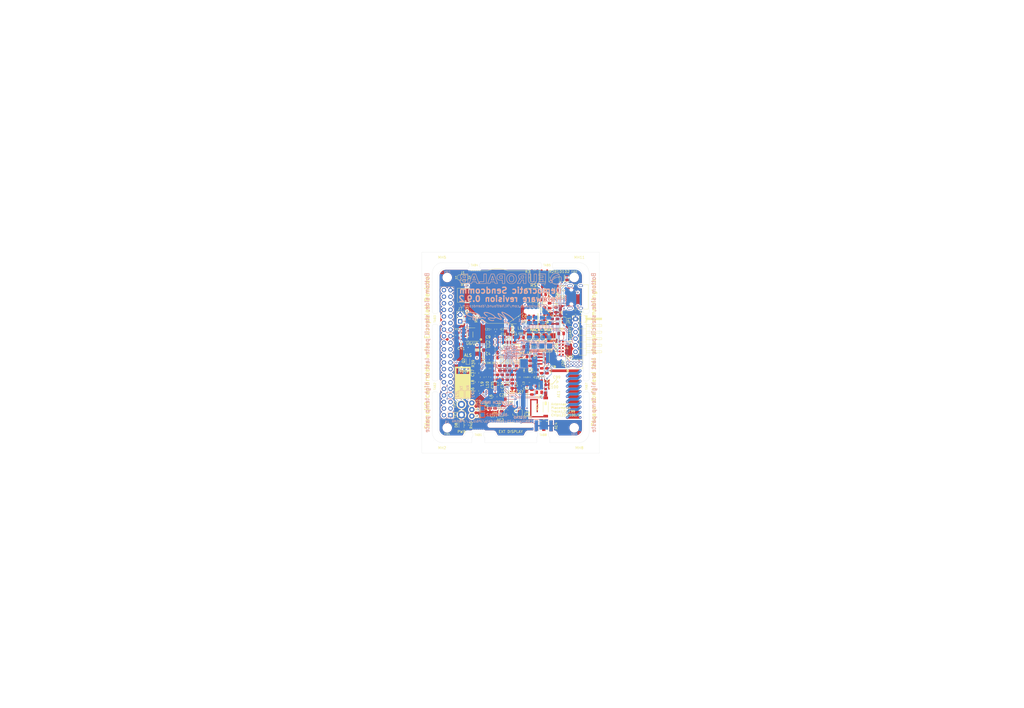
<source format=kicad_pcb>
(kicad_pcb (version 20171130) (host pcbnew 5.1.5+dfsg1-2build2)

  (general
    (thickness 1.6)
    (drawings 179)
    (tracks 1260)
    (zones 0)
    (modules 153)
    (nets 132)
  )

  (page A3)
  (title_block
    (title "Democratic Sendcomm")
    (date 2020-12-26)
    (rev 0.9.2)
    (company "Europalab Devices")
    (comment 1 "Copyright © 2020, Europalab Devices")
    (comment 2 "Fulfilling requirements of 20200210")
    (comment 3 "Pending quality assurance testing")
    (comment 4 "Release revision for manufacturing")
  )

  (layers
    (0 F.Cu signal)
    (1 In1.Cu power)
    (2 In2.Cu power)
    (31 B.Cu signal)
    (34 B.Paste user)
    (35 F.Paste user)
    (36 B.SilkS user)
    (37 F.SilkS user)
    (38 B.Mask user)
    (39 F.Mask user)
    (40 Dwgs.User user)
    (41 Cmts.User user)
    (44 Edge.Cuts user)
    (45 Margin user)
    (46 B.CrtYd user)
    (47 F.CrtYd user)
    (48 B.Fab user)
    (49 F.Fab user)
  )

  (setup
    (last_trace_width 0.09)
    (user_trace_width 0.1016)
    (user_trace_width 0.127)
    (user_trace_width 0.2)
    (trace_clearance 0.09)
    (zone_clearance 0.508)
    (zone_45_only no)
    (trace_min 0.09)
    (via_size 0.356)
    (via_drill 0.2)
    (via_min_size 0.356)
    (via_min_drill 0.2)
    (user_via 0.45 0.2)
    (user_via 0.6 0.3)
    (uvia_size 0.45)
    (uvia_drill 0.1)
    (uvias_allowed no)
    (uvia_min_size 0.45)
    (uvia_min_drill 0.1)
    (edge_width 0.1)
    (segment_width 0.1)
    (pcb_text_width 0.25)
    (pcb_text_size 1 1)
    (mod_edge_width 0.15)
    (mod_text_size 1 1)
    (mod_text_width 0.15)
    (pad_size 0.975 1.4)
    (pad_drill 0)
    (pad_to_mask_clearance 0)
    (aux_axis_origin 0 0)
    (visible_elements 7FFFFFFF)
    (pcbplotparams
      (layerselection 0x313fc_ffffffff)
      (usegerberextensions true)
      (usegerberattributes false)
      (usegerberadvancedattributes false)
      (creategerberjobfile false)
      (excludeedgelayer true)
      (linewidth 0.150000)
      (plotframeref false)
      (viasonmask false)
      (mode 1)
      (useauxorigin false)
      (hpglpennumber 1)
      (hpglpenspeed 20)
      (hpglpendiameter 15.000000)
      (psnegative false)
      (psa4output false)
      (plotreference true)
      (plotvalue true)
      (plotinvisibletext false)
      (padsonsilk false)
      (subtractmaskfromsilk false)
      (outputformat 1)
      (mirror false)
      (drillshape 0)
      (scaleselection 1)
      (outputdirectory "fabsingle"))
  )

  (net 0 "")
  (net 1 GND)
  (net 2 "Net-(AE1-Pad1)")
  (net 3 /Sheet5F53D5B4/RFSWPWR)
  (net 4 "Net-(C8-Pad1)")
  (net 5 /Sheet5F53D5B4/POWAMP)
  (net 6 "Net-(C13-Pad1)")
  (net 7 /Sheet5F53D5B4/HFOUT)
  (net 8 +3V3)
  (net 9 "Net-(C29-Pad1)")
  (net 10 /Sheet5F53D5B4/HPOUT)
  (net 11 /Sheet5F53D5B4/HFIN)
  (net 12 /Sheet5F53D5B4/BANDSEL)
  (net 13 "Net-(BT1-Pad1)")
  (net 14 /Sheet5F53D5B4/USB_BUS)
  (net 15 "Net-(C33-Pad1)")
  (net 16 "Net-(C34-Pad1)")
  (net 17 /Sheet5F53D5B4/CMDRST)
  (net 18 "Net-(D1-Pad2)")
  (net 19 "Net-(D1-Pad1)")
  (net 20 "Net-(D2-Pad1)")
  (net 21 "Net-(D2-Pad2)")
  (net 22 /Sheet5F53D5B4/USB_P)
  (net 23 /Sheet5F53D5B4/USB_N)
  (net 24 /Sheet60040980/ID_SD)
  (net 25 /Sheet60040980/ID_SC)
  (net 26 /Sheet5F53D5B4/SWDCLK)
  (net 27 "Net-(J3-Pad7)")
  (net 28 "Net-(J3-Pad8)")
  (net 29 "Net-(J4-Pad6)")
  (net 30 /Sheet5F53D5B4/CN_VBAT)
  (net 31 /Sheet5F53D5B4/XCEIV)
  (net 32 "Net-(AE5-Pad2)")
  (net 33 "Net-(C1-Pad1)")
  (net 34 "Net-(C7-Pad1)")
  (net 35 "Net-(C14-Pad1)")
  (net 36 "Net-(C17-Pad1)")
  (net 37 "Net-(C18-Pad2)")
  (net 38 "Net-(C19-Pad2)")
  (net 39 "Net-(C23-Pad2)")
  (net 40 "Net-(C23-Pad1)")
  (net 41 "Net-(C24-Pad1)")
  (net 42 "Net-(C24-Pad2)")
  (net 43 "Net-(C29-Pad2)")
  (net 44 "Net-(C33-Pad2)")
  (net 45 "Net-(C35-Pad2)")
  (net 46 "Net-(C40-Pad1)")
  (net 47 "Net-(J2-PadB5)")
  (net 48 "Net-(J2-PadA8)")
  (net 49 "Net-(J2-PadA5)")
  (net 50 "Net-(J2-PadB8)")
  (net 51 "Net-(J3-Pad2)")
  (net 52 "Net-(J3-Pad3)")
  (net 53 "Net-(J3-Pad4)")
  (net 54 "Net-(J3-Pad5)")
  (net 55 "Net-(J3-Pad10)")
  (net 56 "Net-(J3-Pad11)")
  (net 57 "Net-(J3-Pad12)")
  (net 58 "Net-(J3-Pad13)")
  (net 59 "Net-(J3-Pad15)")
  (net 60 "Net-(J3-Pad16)")
  (net 61 "Net-(J3-Pad18)")
  (net 62 "Net-(J3-Pad19)")
  (net 63 "Net-(J3-Pad21)")
  (net 64 "Net-(J3-Pad22)")
  (net 65 "Net-(J3-Pad23)")
  (net 66 "Net-(J3-Pad24)")
  (net 67 "Net-(J3-Pad26)")
  (net 68 "Net-(J3-Pad29)")
  (net 69 "Net-(J3-Pad31)")
  (net 70 "Net-(J3-Pad32)")
  (net 71 "Net-(J3-Pad33)")
  (net 72 "Net-(J3-Pad35)")
  (net 73 "Net-(J3-Pad36)")
  (net 74 "Net-(J3-Pad37)")
  (net 75 "Net-(J3-Pad38)")
  (net 76 "Net-(J3-Pad40)")
  (net 77 "Net-(J4-Pad7)")
  (net 78 "Net-(J4-Pad8)")
  (net 79 "Net-(J5-Pad2)")
  (net 80 "Net-(J5-Pad3)")
  (net 81 "Net-(J5-Pad6)")
  (net 82 "Net-(J6-Pad1)")
  (net 83 "Net-(L1-Pad2)")
  (net 84 "Net-(R3-Pad1)")
  (net 85 "Net-(R4-Pad1)")
  (net 86 "Net-(R4-Pad2)")
  (net 87 "Net-(U2-Pad5)")
  (net 88 "Net-(U3-PadG1)")
  (net 89 "Net-(U3-PadH1)")
  (net 90 "Net-(U3-PadE3)")
  (net 91 "Net-(U3-PadE4)")
  (net 92 "Net-(U3-PadF4)")
  (net 93 "Net-(U3-PadC7)")
  (net 94 "Net-(U3-PadD7)")
  (net 95 "Net-(U3-PadD8)")
  (net 96 "Net-(U5-Pad3)")
  (net 97 "Net-(U5-Pad4)")
  (net 98 "Net-(U8-Pad7)")
  (net 99 "Net-(U8-Pad3)")
  (net 100 "Net-(U8-Pad2)")
  (net 101 "Net-(U8-Pad1)")
  (net 102 "Net-(U9-Pad1)")
  (net 103 "Net-(U9-Pad2)")
  (net 104 "Net-(U9-Pad3)")
  (net 105 "Net-(U9-Pad7)")
  (net 106 /Sheet5F53D5B4/SWDIO)
  (net 107 "Net-(AE2-Pad1)")
  (net 108 "Net-(AE4-Pad1)")
  (net 109 "Net-(AE5-Pad1)")
  (net 110 "Net-(J6-Pad2)")
  (net 111 "Net-(J6-Pad3)")
  (net 112 "Net-(J6-Pad4)")
  (net 113 "Net-(J7-Pad1)")
  (net 114 "Net-(C95-Pad1)")
  (net 115 /TP_SCL)
  (net 116 /TP_SDA)
  (net 117 "Net-(J20-Pad6)")
  (net 118 "Net-(J20-Pad7)")
  (net 119 "Net-(J20-Pad8)")
  (net 120 "Net-(Q2-Pad2)")
  (net 121 EXT_UART_TX)
  (net 122 EXT_UART_RX)
  (net 123 "Net-(D8-Pad2)")
  (net 124 USB_TST)
  (net 125 "Net-(TP13-Pad1)")
  (net 126 "Net-(C94-Pad2)")
  (net 127 "Net-(C96-Pad1)")
  (net 128 /Sheet5F53D5B4/CRY_XIN-RSVD)
  (net 129 /Sheet5F53D5B4/CRY_XOUT-RSVD)
  (net 130 "Net-(C97-Pad1)")
  (net 131 "Net-(C101-Pad1)")

  (net_class Default "This is the default net class."
    (clearance 0.09)
    (trace_width 0.09)
    (via_dia 0.356)
    (via_drill 0.2)
    (uvia_dia 0.45)
    (uvia_drill 0.1)
    (add_net +3V3)
    (add_net /Sheet5F53D5B4/BANDSEL)
    (add_net /Sheet5F53D5B4/CMDRST)
    (add_net /Sheet5F53D5B4/CN_VBAT)
    (add_net /Sheet5F53D5B4/CRY_XIN-RSVD)
    (add_net /Sheet5F53D5B4/CRY_XOUT-RSVD)
    (add_net /Sheet5F53D5B4/HFIN)
    (add_net /Sheet5F53D5B4/HFOUT)
    (add_net /Sheet5F53D5B4/HPOUT)
    (add_net /Sheet5F53D5B4/POWAMP)
    (add_net /Sheet5F53D5B4/RFSWPWR)
    (add_net /Sheet5F53D5B4/SWDCLK)
    (add_net /Sheet5F53D5B4/SWDIO)
    (add_net /Sheet5F53D5B4/USB_BUS)
    (add_net /Sheet5F53D5B4/USB_N)
    (add_net /Sheet5F53D5B4/USB_P)
    (add_net /Sheet5F53D5B4/XCEIV)
    (add_net /Sheet60040980/ID_SC)
    (add_net /Sheet60040980/ID_SD)
    (add_net /TP_SCL)
    (add_net /TP_SDA)
    (add_net EXT_UART_RX)
    (add_net EXT_UART_TX)
    (add_net GND)
    (add_net "Net-(AE1-Pad1)")
    (add_net "Net-(AE2-Pad1)")
    (add_net "Net-(AE4-Pad1)")
    (add_net "Net-(AE5-Pad1)")
    (add_net "Net-(AE5-Pad2)")
    (add_net "Net-(BT1-Pad1)")
    (add_net "Net-(C1-Pad1)")
    (add_net "Net-(C101-Pad1)")
    (add_net "Net-(C13-Pad1)")
    (add_net "Net-(C14-Pad1)")
    (add_net "Net-(C17-Pad1)")
    (add_net "Net-(C18-Pad2)")
    (add_net "Net-(C19-Pad2)")
    (add_net "Net-(C23-Pad1)")
    (add_net "Net-(C23-Pad2)")
    (add_net "Net-(C24-Pad1)")
    (add_net "Net-(C24-Pad2)")
    (add_net "Net-(C29-Pad1)")
    (add_net "Net-(C29-Pad2)")
    (add_net "Net-(C33-Pad1)")
    (add_net "Net-(C33-Pad2)")
    (add_net "Net-(C34-Pad1)")
    (add_net "Net-(C35-Pad2)")
    (add_net "Net-(C40-Pad1)")
    (add_net "Net-(C7-Pad1)")
    (add_net "Net-(C8-Pad1)")
    (add_net "Net-(C94-Pad2)")
    (add_net "Net-(C95-Pad1)")
    (add_net "Net-(C96-Pad1)")
    (add_net "Net-(C97-Pad1)")
    (add_net "Net-(D1-Pad1)")
    (add_net "Net-(D1-Pad2)")
    (add_net "Net-(D2-Pad1)")
    (add_net "Net-(D2-Pad2)")
    (add_net "Net-(D8-Pad2)")
    (add_net "Net-(J2-PadA5)")
    (add_net "Net-(J2-PadA8)")
    (add_net "Net-(J2-PadB5)")
    (add_net "Net-(J2-PadB8)")
    (add_net "Net-(J20-Pad6)")
    (add_net "Net-(J20-Pad7)")
    (add_net "Net-(J20-Pad8)")
    (add_net "Net-(J3-Pad10)")
    (add_net "Net-(J3-Pad11)")
    (add_net "Net-(J3-Pad12)")
    (add_net "Net-(J3-Pad13)")
    (add_net "Net-(J3-Pad15)")
    (add_net "Net-(J3-Pad16)")
    (add_net "Net-(J3-Pad18)")
    (add_net "Net-(J3-Pad19)")
    (add_net "Net-(J3-Pad2)")
    (add_net "Net-(J3-Pad21)")
    (add_net "Net-(J3-Pad22)")
    (add_net "Net-(J3-Pad23)")
    (add_net "Net-(J3-Pad24)")
    (add_net "Net-(J3-Pad26)")
    (add_net "Net-(J3-Pad29)")
    (add_net "Net-(J3-Pad3)")
    (add_net "Net-(J3-Pad31)")
    (add_net "Net-(J3-Pad32)")
    (add_net "Net-(J3-Pad33)")
    (add_net "Net-(J3-Pad35)")
    (add_net "Net-(J3-Pad36)")
    (add_net "Net-(J3-Pad37)")
    (add_net "Net-(J3-Pad38)")
    (add_net "Net-(J3-Pad4)")
    (add_net "Net-(J3-Pad40)")
    (add_net "Net-(J3-Pad5)")
    (add_net "Net-(J3-Pad7)")
    (add_net "Net-(J3-Pad8)")
    (add_net "Net-(J4-Pad6)")
    (add_net "Net-(J4-Pad7)")
    (add_net "Net-(J4-Pad8)")
    (add_net "Net-(J5-Pad2)")
    (add_net "Net-(J5-Pad3)")
    (add_net "Net-(J5-Pad6)")
    (add_net "Net-(J6-Pad1)")
    (add_net "Net-(J6-Pad2)")
    (add_net "Net-(J6-Pad3)")
    (add_net "Net-(J6-Pad4)")
    (add_net "Net-(J7-Pad1)")
    (add_net "Net-(L1-Pad2)")
    (add_net "Net-(Q2-Pad2)")
    (add_net "Net-(R3-Pad1)")
    (add_net "Net-(R4-Pad1)")
    (add_net "Net-(R4-Pad2)")
    (add_net "Net-(TP13-Pad1)")
    (add_net "Net-(U2-Pad5)")
    (add_net "Net-(U3-PadC7)")
    (add_net "Net-(U3-PadD7)")
    (add_net "Net-(U3-PadD8)")
    (add_net "Net-(U3-PadE3)")
    (add_net "Net-(U3-PadE4)")
    (add_net "Net-(U3-PadF4)")
    (add_net "Net-(U3-PadG1)")
    (add_net "Net-(U3-PadH1)")
    (add_net "Net-(U5-Pad3)")
    (add_net "Net-(U5-Pad4)")
    (add_net "Net-(U8-Pad1)")
    (add_net "Net-(U8-Pad2)")
    (add_net "Net-(U8-Pad3)")
    (add_net "Net-(U8-Pad7)")
    (add_net "Net-(U9-Pad1)")
    (add_net "Net-(U9-Pad2)")
    (add_net "Net-(U9-Pad3)")
    (add_net "Net-(U9-Pad7)")
    (add_net USB_TST)
  )

  (net_class Power ""
    (clearance 0.2)
    (trace_width 0.5)
    (via_dia 1)
    (via_drill 0.7)
    (uvia_dia 0.5)
    (uvia_drill 0.1)
  )

  (module RF_Antenna:Texas_SWRA416_868MHz_915MHz (layer F.Cu) (tedit 5CF40AFD) (tstamp 5F686F31)
    (at 231 164 270)
    (descr http://www.ti.com/lit/an/swra416/swra416.pdf)
    (tags "PCB antenna")
    (path /5F5C0728/60008187)
    (attr smd)
    (fp_text reference AE1 (at 0 2.5 90) (layer F.SilkS)
      (effects (font (size 1 1) (thickness 0.15)))
    )
    (fp_text value Antenna (at 0.1 -7.6 90) (layer F.Fab)
      (effects (font (size 1 1) (thickness 0.15)))
    )
    (fp_line (start 9.7 2.1) (end 6.2 5.7) (layer Dwgs.User) (width 0.12))
    (fp_line (start 9.7 0.1) (end 4.3 5.7) (layer Dwgs.User) (width 0.12))
    (fp_line (start 9.7 -1.9) (end 2.3 5.7) (layer Dwgs.User) (width 0.12))
    (fp_line (start 9.7 -3.9) (end 0.2 5.7) (layer Dwgs.User) (width 0.12))
    (fp_line (start 9.7 -5.9) (end -1.8 5.7) (layer Dwgs.User) (width 0.12))
    (fp_line (start 8.3 -6.5) (end -3.8 5.7) (layer Dwgs.User) (width 0.12))
    (fp_line (start 6.3 -6.5) (end -5.8 5.7) (layer Dwgs.User) (width 0.12))
    (fp_line (start 4.3 -6.5) (end -7.8 5.7) (layer Dwgs.User) (width 0.12))
    (fp_line (start -9.7 5.5) (end 2.3 -6.5) (layer Dwgs.User) (width 0.12))
    (fp_line (start -9.7 3.5) (end 0.3 -6.5) (layer Dwgs.User) (width 0.12))
    (fp_line (start -9.7 1.5) (end -1.7 -6.5) (layer Dwgs.User) (width 0.12))
    (fp_line (start -9.7 -0.5) (end -3.7 -6.5) (layer Dwgs.User) (width 0.12))
    (fp_line (start -9.7 -2.5) (end -5.7 -6.5) (layer Dwgs.User) (width 0.12))
    (fp_line (start -9.7 -4.5) (end -7.7 -6.5) (layer Dwgs.User) (width 0.12))
    (fp_line (start 9.7 -6.5) (end -9.7 -6.5) (layer Dwgs.User) (width 0.15))
    (fp_line (start 9.7 5.7) (end 9.7 -6.5) (layer Dwgs.User) (width 0.15))
    (fp_line (start -9.7 5.7) (end 9.7 5.7) (layer Dwgs.User) (width 0.15))
    (fp_line (start -9.7 -6.5) (end -9.7 5.7) (layer Dwgs.User) (width 0.15))
    (fp_line (start 7 -5.8) (end 8 -4.8) (layer B.Cu) (width 1))
    (fp_line (start 8 -1.8) (end 9 -0.8) (layer B.Cu) (width 1))
    (fp_line (start 8 -4.8) (end 8 -1.8) (layer B.Cu) (width 1))
    (fp_line (start 9 -5.8) (end 9 -0.8) (layer F.Cu) (width 1))
    (fp_line (start 5 -5.8) (end 6 -4.8) (layer B.Cu) (width 1))
    (fp_line (start 6 -1.8) (end 7 -0.8) (layer B.Cu) (width 1))
    (fp_line (start 6 -4.8) (end 6 -1.8) (layer B.Cu) (width 1))
    (fp_line (start 7 -5.8) (end 7 -0.8) (layer F.Cu) (width 1))
    (fp_line (start 3 -5.8) (end 4 -4.8) (layer B.Cu) (width 1))
    (fp_line (start 4 -1.8) (end 5 -0.8) (layer B.Cu) (width 1))
    (fp_line (start 4 -4.8) (end 4 -1.8) (layer B.Cu) (width 1))
    (fp_line (start 5 -5.8) (end 5 -0.8) (layer F.Cu) (width 1))
    (fp_line (start 1 -5.8) (end 2 -4.8) (layer B.Cu) (width 1))
    (fp_line (start 2 -1.8) (end 3 -0.8) (layer B.Cu) (width 1))
    (fp_line (start 2 -4.8) (end 2 -1.8) (layer B.Cu) (width 1))
    (fp_line (start 3 -5.8) (end 3 -0.8) (layer F.Cu) (width 1))
    (fp_line (start -1 -5.8) (end 0 -4.8) (layer B.Cu) (width 1))
    (fp_line (start 0 -1.8) (end 1 -0.8) (layer B.Cu) (width 1))
    (fp_line (start 0 -4.8) (end 0 -1.8) (layer B.Cu) (width 1))
    (fp_line (start 1 -5.8) (end 1 -0.8) (layer F.Cu) (width 1))
    (fp_line (start -3 -5.8) (end -2 -4.8) (layer B.Cu) (width 1))
    (fp_line (start -2 -1.8) (end -1 -0.8) (layer B.Cu) (width 1))
    (fp_line (start -2 -4.8) (end -2 -1.8) (layer B.Cu) (width 1))
    (fp_line (start -1 -5.8) (end -1 -0.8) (layer F.Cu) (width 1))
    (fp_line (start -4 -4.8) (end -4 -1.8) (layer B.Cu) (width 1))
    (fp_line (start -5 -5.8) (end -4 -4.8) (layer B.Cu) (width 1))
    (fp_line (start -4 -1.8) (end -3 -0.8) (layer B.Cu) (width 1))
    (fp_line (start -3 -5.8) (end -3 -0.8) (layer F.Cu) (width 1))
    (fp_line (start -6 -4.8) (end -6 -1.8) (layer B.Cu) (width 1))
    (fp_line (start -7 -5.8) (end -6 -4.8) (layer B.Cu) (width 1))
    (fp_line (start -6 -1.8) (end -5 -0.8) (layer B.Cu) (width 1))
    (fp_line (start -5 -5.8) (end -5 -0.8) (layer F.Cu) (width 1))
    (fp_line (start -7 -5.8) (end -7 -0.8) (layer F.Cu) (width 1))
    (fp_line (start -9 5.2) (end -9 -5.8) (layer F.Cu) (width 1))
    (fp_line (start -9 -5.8) (end -8 -4.8) (layer B.Cu) (width 1))
    (fp_line (start -8 -4.8) (end -8 -1.8) (layer B.Cu) (width 1))
    (fp_line (start -8 -1.8) (end -7 -0.8) (layer B.Cu) (width 1))
    (fp_line (start 9.7 4.1) (end 8.2 5.7) (layer Dwgs.User) (width 0.12))
    (fp_line (start -9.9 -6.7) (end -9.9 5.9) (layer F.CrtYd) (width 0.05))
    (fp_line (start -9.9 5.9) (end 9.9 5.9) (layer F.CrtYd) (width 0.05))
    (fp_line (start 9.9 5.9) (end 9.9 -6.7) (layer F.CrtYd) (width 0.05))
    (fp_line (start 9.9 -6.7) (end -9.9 -6.7) (layer F.CrtYd) (width 0.05))
    (fp_line (start 9.9 -6.7) (end -9.9 -6.7) (layer B.CrtYd) (width 0.05))
    (fp_line (start 9.9 5.9) (end 9.9 -6.7) (layer B.CrtYd) (width 0.05))
    (fp_line (start -9.9 -6.7) (end -9.9 5.9) (layer B.CrtYd) (width 0.05))
    (fp_line (start -9.9 5.9) (end 9.9 5.9) (layer B.CrtYd) (width 0.05))
    (fp_text user "KEEP-OUT ZONE" (at 1 -2.8 90) (layer Cmts.User)
      (effects (font (size 1 1) (thickness 0.15)))
    )
    (fp_text user "No metal, traces or " (at 1 0.2 90) (layer Cmts.User)
      (effects (font (size 1 1) (thickness 0.15)))
    )
    (fp_text user "any components on" (at 1 2.2 90) (layer Cmts.User)
      (effects (font (size 1 1) (thickness 0.15)))
    )
    (fp_text user " any PCB layer." (at 1 4.2 90) (layer Cmts.User)
      (effects (font (size 1 1) (thickness 0.15)))
    )
    (fp_text user %R (at -0.4 6.6 90) (layer F.Fab)
      (effects (font (size 1 1) (thickness 0.15)))
    )
    (pad "" thru_hole circle (at 9 -0.8 90) (size 1 1) (drill 0.4) (layers *.Cu))
    (pad "" thru_hole circle (at 9 -5.8 90) (size 1 1) (drill 0.4) (layers *.Cu))
    (pad "" thru_hole circle (at 7 -5.8 90) (size 1 1) (drill 0.4) (layers *.Cu))
    (pad "" thru_hole circle (at 7 -0.8 90) (size 1 1) (drill 0.4) (layers *.Cu))
    (pad "" thru_hole circle (at 5 -0.8 90) (size 1 1) (drill 0.4) (layers *.Cu))
    (pad "" thru_hole circle (at 5 -5.8 90) (size 1 1) (drill 0.4) (layers *.Cu))
    (pad "" thru_hole circle (at 3 -0.8 90) (size 1 1) (drill 0.4) (layers *.Cu))
    (pad "" thru_hole circle (at 3 -5.8 90) (size 1 1) (drill 0.4) (layers *.Cu))
    (pad "" thru_hole circle (at 1 -5.8 90) (size 1 1) (drill 0.4) (layers *.Cu))
    (pad "" thru_hole circle (at 1 -0.8 90) (size 1 1) (drill 0.4) (layers *.Cu))
    (pad "" thru_hole circle (at -1 -0.8 90) (size 1 1) (drill 0.4) (layers *.Cu))
    (pad "" thru_hole circle (at -1 -5.8 90) (size 1 1) (drill 0.4) (layers *.Cu))
    (pad "" thru_hole circle (at -3 -5.8 90) (size 1 1) (drill 0.4) (layers *.Cu))
    (pad "" thru_hole circle (at -3 -0.8 90) (size 1 1) (drill 0.4) (layers *.Cu))
    (pad "" thru_hole circle (at -5 -0.8 90) (size 1 1) (drill 0.4) (layers *.Cu))
    (pad "" thru_hole circle (at -5 -5.8 90) (size 1 1) (drill 0.4) (layers *.Cu))
    (pad "" thru_hole circle (at -7 -5.8 90) (size 1 1) (drill 0.4) (layers *.Cu))
    (pad "" thru_hole circle (at -7 -0.8 90) (size 1 1) (drill 0.4) (layers *.Cu))
    (pad "" thru_hole circle (at -9 -5.8 90) (size 1 1) (drill 0.4) (layers *.Cu))
    (pad 1 smd trapezoid (at -9 5.9 90) (size 0.4 0.8) (rect_delta 0 0.3 ) (layers F.Cu)
      (net 2 "Net-(AE1-Pad1)"))
  )

  (module Elabdev:Panel_Mousetab_25mm_Single (layer F.Cu) (tedit 5CD9E502) (tstamp 5FEC726C)
    (at 222.5 179.75 90)
    (path /5CD9EB0D)
    (fp_text reference TAB8 (at 0 0) (layer F.SilkS)
      (effects (font (size 0.8 0.8) (thickness 0.13)))
    )
    (fp_text value Pantab (at -3.25 0 180) (layer F.Fab)
      (effects (font (size 1 1) (thickness 0.15)))
    )
    (fp_line (start 1.25 -2.2) (end 1.25 2.2) (layer F.Fab) (width 0.15))
    (fp_line (start -1.25 -2.2) (end -1.25 2.2) (layer F.Fab) (width 0.15))
    (fp_line (start 2.1 -2.6) (end 2.1 2.6) (layer F.CrtYd) (width 0.15))
    (fp_line (start 2.1 2.6) (end -2.1 2.6) (layer F.CrtYd) (width 0.15))
    (fp_line (start -2.1 2.6) (end -2.1 -2.6) (layer F.CrtYd) (width 0.15))
    (fp_line (start -2.1 -2.6) (end 2.1 -2.6) (layer F.CrtYd) (width 0.15))
    (pad "" np_thru_hole circle (at 1.35 2 90) (size 0.5 0.5) (drill 0.5) (layers *.Cu))
    (pad "" np_thru_hole circle (at 1.35 1.2 90) (size 0.5 0.5) (drill 0.5) (layers *.Cu))
    (pad "" np_thru_hole circle (at 1.35 0.4 90) (size 0.5 0.5) (drill 0.5) (layers *.Cu))
    (pad "" np_thru_hole circle (at 1.35 -0.4 90) (size 0.5 0.5) (drill 0.5) (layers *.Cu))
    (pad "" np_thru_hole circle (at 1.35 -1.2 90) (size 0.5 0.5) (drill 0.5) (layers *.Cu))
    (pad "" np_thru_hole circle (at 1.35 -2 90) (size 0.5 0.5) (drill 0.5) (layers *.Cu))
  )

  (module Capacitor_SMD:C_0805_2012Metric (layer F.Cu) (tedit 5B36C52B) (tstamp 5FEB8111)
    (at 211.5 143.0625 270)
    (descr "Capacitor SMD 0805 (2012 Metric), square (rectangular) end terminal, IPC_7351 nominal, (Body size source: https://docs.google.com/spreadsheets/d/1BsfQQcO9C6DZCsRaXUlFlo91Tg2WpOkGARC1WS5S8t0/edit?usp=sharing), generated with kicad-footprint-generator")
    (tags capacitor)
    (path /5F53D5B5/5F609CF5)
    (attr smd)
    (fp_text reference C19 (at -2.0625 0 180) (layer F.SilkS)
      (effects (font (size 0.7 0.7) (thickness 0.1)))
    )
    (fp_text value 15pF (at 0 1.65 90) (layer F.Fab)
      (effects (font (size 1 1) (thickness 0.15)))
    )
    (fp_line (start -1 0.6) (end -1 -0.6) (layer F.Fab) (width 0.1))
    (fp_line (start -1 -0.6) (end 1 -0.6) (layer F.Fab) (width 0.1))
    (fp_line (start 1 -0.6) (end 1 0.6) (layer F.Fab) (width 0.1))
    (fp_line (start 1 0.6) (end -1 0.6) (layer F.Fab) (width 0.1))
    (fp_line (start -0.258578 -0.71) (end 0.258578 -0.71) (layer F.SilkS) (width 0.12))
    (fp_line (start -0.258578 0.71) (end 0.258578 0.71) (layer F.SilkS) (width 0.12))
    (fp_line (start -1.68 0.95) (end -1.68 -0.95) (layer F.CrtYd) (width 0.05))
    (fp_line (start -1.68 -0.95) (end 1.68 -0.95) (layer F.CrtYd) (width 0.05))
    (fp_line (start 1.68 -0.95) (end 1.68 0.95) (layer F.CrtYd) (width 0.05))
    (fp_line (start 1.68 0.95) (end -1.68 0.95) (layer F.CrtYd) (width 0.05))
    (fp_text user %R (at 0 0 90) (layer F.Fab)
      (effects (font (size 0.5 0.5) (thickness 0.08)))
    )
    (pad 1 smd roundrect (at -0.9375 0 270) (size 0.975 1.4) (layers F.Cu F.Paste F.Mask) (roundrect_rratio 0.25)
      (net 1 GND))
    (pad 2 smd roundrect (at 0.9375 0 270) (size 0.975 1.4) (layers F.Cu F.Paste F.Mask) (roundrect_rratio 0.25)
      (net 38 "Net-(C19-Pad2)"))
    (model ${KISYS3DMOD}/Capacitor_SMD.3dshapes/C_0805_2012Metric.wrl
      (at (xyz 0 0 0))
      (scale (xyz 1 1 1))
      (rotate (xyz 0 0 0))
    )
  )

  (module Elabdev:Meinkuerz_sign_480dpi (layer B.Cu) (tedit 0) (tstamp 5FBE809B)
    (at 202 134 180)
    (fp_text reference G1 (at 0 0) (layer B.SilkS) hide
      (effects (font (size 1.524 1.524) (thickness 0.3)) (justify mirror))
    )
    (fp_text value Meinkuerzel_signature (at 0.75 0) (layer B.SilkS) hide
      (effects (font (size 1.524 1.524) (thickness 0.3)) (justify mirror))
    )
    (fp_poly (pts (xy 7.849084 1.675651) (xy 8.303148 1.632827) (xy 8.685942 1.550363) (xy 8.876057 1.481326)
      (xy 9.07938 1.34976) (xy 9.204465 1.178624) (xy 9.241225 0.986809) (xy 9.210768 0.854557)
      (xy 9.078684 0.643748) (xy 8.864557 0.429964) (xy 8.589687 0.233059) (xy 8.471807 0.165759)
      (xy 8.232808 0.053863) (xy 7.923436 -0.068816) (xy 7.576824 -0.190996) (xy 7.226108 -0.301392)
      (xy 6.904421 -0.388723) (xy 6.731621 -0.426811) (xy 6.398868 -0.490816) (xy 6.556265 -0.586535)
      (xy 6.736632 -0.743549) (xy 6.819572 -0.938245) (xy 6.82625 -1.022915) (xy 6.780462 -1.15416)
      (xy 6.660466 -1.295963) (xy 6.49231 -1.424979) (xy 6.30204 -1.517866) (xy 6.258842 -1.531402)
      (xy 6.0446 -1.569955) (xy 5.805186 -1.581627) (xy 5.582286 -1.566858) (xy 5.417587 -1.526091)
      (xy 5.409578 -1.522402) (xy 5.285381 -1.409276) (xy 5.232727 -1.237525) (xy 5.243042 -1.133742)
      (xy 5.545646 -1.133742) (xy 5.569322 -1.243922) (xy 5.599007 -1.270742) (xy 5.725804 -1.30367)
      (xy 5.911501 -1.301091) (xy 6.117136 -1.267785) (xy 6.303743 -1.20853) (xy 6.368163 -1.176419)
      (xy 6.483421 -1.090411) (xy 6.547775 -1.006994) (xy 6.550669 -0.996984) (xy 6.519163 -0.903747)
      (xy 6.404517 -0.814537) (xy 6.229026 -0.742568) (xy 6.060328 -0.706358) (xy 5.903418 -0.693399)
      (xy 5.806355 -0.717484) (xy 5.726223 -0.79035) (xy 5.718194 -0.79992) (xy 5.596762 -0.979847)
      (xy 5.545646 -1.133742) (xy 5.243042 -1.133742) (xy 5.253531 -1.028227) (xy 5.344918 -0.810631)
      (xy 5.442538 -0.642303) (xy 5.295353 -0.646487) (xy 5.12125 -0.625399) (xy 5.035885 -0.550663)
      (xy 5.027083 -0.501447) (xy 5.075804 -0.410776) (xy 5.222941 -0.351671) (xy 5.469958 -0.32355)
      (xy 5.476875 -0.323261) (xy 5.599677 -0.314345) (xy 5.697993 -0.289875) (xy 5.794712 -0.235966)
      (xy 5.912725 -0.138734) (xy 6.074923 0.015705) (xy 6.138333 0.077935) (xy 6.357426 0.284825)
      (xy 6.520758 0.415811) (xy 6.63982 0.476704) (xy 6.726105 0.473318) (xy 6.791106 0.411464)
      (xy 6.792772 0.408883) (xy 6.813029 0.349999) (xy 6.787897 0.281807) (xy 6.704882 0.184844)
      (xy 6.561666 0.048946) (xy 6.270625 -0.217166) (xy 6.532899 -0.183078) (xy 6.900304 -0.115245)
      (xy 7.289474 -0.008645) (xy 7.678243 0.127507) (xy 8.044445 0.283994) (xy 8.365914 0.451601)
      (xy 8.620483 0.621112) (xy 8.749193 0.738377) (xy 8.856936 0.865956) (xy 8.92727 0.965202)
      (xy 8.942916 1.001728) (xy 8.895983 1.084773) (xy 8.773369 1.176095) (xy 8.602358 1.259484)
      (xy 8.410231 1.318727) (xy 8.408998 1.318992) (xy 8.149682 1.354937) (xy 7.8128 1.371973)
      (xy 7.424917 1.370093) (xy 7.012599 1.349291) (xy 6.686734 1.319437) (xy 6.066773 1.222977)
      (xy 5.517194 1.081213) (xy 5.043989 0.897075) (xy 4.653152 0.673494) (xy 4.350673 0.413401)
      (xy 4.142546 0.119727) (xy 4.114637 0.061443) (xy 4.047094 -0.15251) (xy 4.06025 -0.336634)
      (xy 4.160207 -0.518581) (xy 4.270456 -0.644496) (xy 4.390411 -0.79173) (xy 4.431252 -0.900383)
      (xy 4.427296 -0.922309) (xy 4.357272 -0.99719) (xy 4.242023 -0.977517) (xy 4.082983 -0.863726)
      (xy 4.010682 -0.795217) (xy 3.879838 -0.680755) (xy 3.765594 -0.608691) (xy 3.712637 -0.594925)
      (xy 3.6215 -0.594723) (xy 3.455888 -0.585507) (xy 3.246599 -0.569127) (xy 3.175 -0.562633)
      (xy 2.951086 -0.544014) (xy 2.793821 -0.54282) (xy 2.664643 -0.565021) (xy 2.524987 -0.61659)
      (xy 2.371034 -0.687127) (xy 2.100169 -0.795663) (xy 1.89262 -0.837972) (xy 1.841867 -0.837015)
      (xy 1.72083 -0.812158) (xy 1.663036 -0.745697) (xy 1.637803 -0.635) (xy 1.623821 -0.491701)
      (xy 1.628566 -0.389706) (xy 1.630235 -0.383646) (xy 1.692219 -0.322789) (xy 1.789679 -0.330876)
      (xy 1.885465 -0.399867) (xy 1.916539 -0.445597) (xy 1.984375 -0.573694) (xy 2.371569 -0.384068)
      (xy 2.758764 -0.194442) (xy 3.165319 -0.256321) (xy 3.413597 -0.293214) (xy 3.576071 -0.310583)
      (xy 3.67165 -0.304292) (xy 3.719238 -0.270208) (xy 3.737742 -0.204195) (xy 3.744012 -0.129767)
      (xy 3.817818 0.177969) (xy 3.989413 0.470621) (xy 4.251219 0.74303) (xy 4.595656 0.99004)
      (xy 5.015149 1.206492) (xy 5.502117 1.387229) (xy 6.048984 1.527094) (xy 6.228561 1.561184)
      (xy 6.794861 1.64034) (xy 7.340678 1.678326) (xy 7.849084 1.675651)) (layer B.SilkS) (width 0.01))
    (fp_poly (pts (xy -4.580024 1.756567) (xy -4.544854 1.74305) (xy -4.466016 1.67622) (xy -4.437143 1.580417)
      (xy -4.461964 1.447967) (xy -4.544204 1.271201) (xy -4.68759 1.042447) (xy -4.895848 0.754033)
      (xy -5.172705 0.39829) (xy -5.237349 0.3175) (xy -5.411926 0.098408) (xy -5.577817 -0.112809)
      (xy -5.714811 -0.290245) (xy -5.794689 -0.396875) (xy -5.948296 -0.608542) (xy -5.791961 -0.468507)
      (xy -5.700695 -0.392772) (xy -5.541009 -0.266466) (xy -5.329307 -0.10231) (xy -5.081994 0.086977)
      (xy -4.815472 0.288675) (xy -4.815417 0.288716) (xy -4.345432 0.631252) (xy -3.946225 0.897872)
      (xy -3.615767 1.089474) (xy -3.352032 1.206955) (xy -3.152989 1.251211) (xy -3.016612 1.223138)
      (xy -2.940872 1.123633) (xy -2.939055 1.118116) (xy -2.92791 1.023519) (xy -2.955738 0.908417)
      (xy -3.029742 0.759005) (xy -3.157121 0.561475) (xy -3.345079 0.302021) (xy -3.409058 0.217037)
      (xy -3.654587 -0.113597) (xy -3.860834 -0.404313) (xy -4.022275 -0.646491) (xy -4.133388 -0.831509)
      (xy -4.188652 -0.950744) (xy -4.185335 -0.994958) (xy -4.120655 -0.981486) (xy -3.976478 -0.932768)
      (xy -3.770527 -0.855371) (xy -3.520529 -0.755864) (xy -3.349225 -0.685128) (xy -3.06462 -0.570045)
      (xy -2.797019 -0.469163) (xy -2.569108 -0.390505) (xy -2.403576 -0.342097) (xy -2.349431 -0.331513)
      (xy -2.183877 -0.291941) (xy -2.07811 -0.206425) (xy -2.041672 -0.151915) (xy -1.850086 0.096101)
      (xy -1.567603 0.354844) (xy -1.207453 0.616123) (xy -0.78287 0.87175) (xy -0.307084 1.113536)
      (xy 0.206672 1.333293) (xy 0.574448 1.467145) (xy 0.853452 1.556991) (xy 1.074831 1.61415)
      (xy 1.278935 1.645957) (xy 1.506112 1.659747) (xy 1.647661 1.662241) (xy 1.89537 1.661355)
      (xy 2.061526 1.650821) (xy 2.170245 1.626908) (xy 2.245641 1.585888) (xy 2.269431 1.566069)
      (xy 2.364656 1.413892) (xy 2.378536 1.21834) (xy 2.31231 1.002224) (xy 2.231511 0.867835)
      (xy 2.055394 0.653788) (xy 1.846452 0.444397) (xy 1.622129 0.252501) (xy 1.399873 0.090942)
      (xy 1.19713 -0.02744) (xy 1.031346 -0.089804) (xy 0.931657 -0.088852) (xy 0.853749 -0.025156)
      (xy 0.874571 0.06423) (xy 0.991583 0.174246) (xy 1.09802 0.242886) (xy 1.314624 0.387246)
      (xy 1.527802 0.560014) (xy 1.72429 0.746283) (xy 1.890825 0.931146) (xy 2.014146 1.099697)
      (xy 2.080988 1.237027) (xy 2.078088 1.32823) (xy 2.071165 1.336667) (xy 1.954541 1.387475)
      (xy 1.756832 1.400928) (xy 1.494763 1.380087) (xy 1.185063 1.328013) (xy 0.844457 1.247766)
      (xy 0.489674 1.142406) (xy 0.137439 1.014995) (xy -0.00172 0.957368) (xy -0.385109 0.777304)
      (xy -0.74297 0.581237) (xy -1.065571 0.377182) (xy -1.343179 0.173152) (xy -1.566062 -0.022838)
      (xy -1.724487 -0.202776) (xy -1.808722 -0.358647) (xy -1.809035 -0.482438) (xy -1.789329 -0.514562)
      (xy -1.69188 -0.558953) (xy -1.49842 -0.578536) (xy -1.2158 -0.573404) (xy -0.850872 -0.543648)
      (xy -0.464887 -0.496867) (xy -0.056607 -0.452123) (xy 0.260382 -0.442712) (xy 0.494773 -0.469264)
      (xy 0.655256 -0.532408) (xy 0.714552 -0.58228) (xy 0.776217 -0.725165) (xy 0.746162 -0.908878)
      (xy 0.632079 -1.115352) (xy 0.45893 -1.290216) (xy 0.2117 -1.450188) (xy -0.085638 -1.588107)
      (xy -0.409112 -1.696809) (xy -0.734748 -1.769134) (xy -1.038572 -1.797919) (xy -1.296612 -1.776003)
      (xy -1.42875 -1.731015) (xy -1.546706 -1.617759) (xy -1.577815 -1.519827) (xy -1.560687 -1.389395)
      (xy -1.486335 -1.336349) (xy -1.378138 -1.369493) (xy -1.317893 -1.421952) (xy -1.19986 -1.505637)
      (xy -1.092449 -1.534584) (xy -0.859949 -1.513387) (xy -0.579373 -1.457345) (xy -0.297878 -1.377776)
      (xy -0.068589 -1.288836) (xy 0.116249 -1.181832) (xy 0.284174 -1.050661) (xy 0.411262 -0.917533)
      (xy 0.473586 -0.804658) (xy 0.47625 -0.783054) (xy 0.425256 -0.757675) (xy 0.277287 -0.748743)
      (xy 0.039858 -0.755912) (xy -0.279513 -0.778835) (xy -0.673311 -0.817167) (xy -0.956033 -0.849048)
      (xy -1.308534 -0.882196) (xy -1.57585 -0.8857) (xy -1.774982 -0.85746) (xy -1.922933 -0.795374)
      (xy -2.017888 -0.717835) (xy -2.096716 -0.653738) (xy -2.190635 -0.62131) (xy -2.313833 -0.623423)
      (xy -2.480498 -0.662945) (xy -2.704818 -0.742748) (xy -3.00098 -0.865702) (xy -3.216817 -0.960383)
      (xy -3.585839 -1.11854) (xy -3.874386 -1.227749) (xy -4.094462 -1.290524) (xy -4.258069 -1.309381)
      (xy -4.377212 -1.286836) (xy -4.463891 -1.225404) (xy -4.466704 -1.222337) (xy -4.518051 -1.14061)
      (xy -4.530831 -1.040781) (xy -4.500098 -0.912213) (xy -4.420902 -0.744269) (xy -4.288295 -0.526313)
      (xy -4.097327 -0.247708) (xy -3.863138 0.07498) (xy -3.679345 0.325213) (xy -3.519393 0.545064)
      (xy -3.393108 0.720859) (xy -3.310313 0.838921) (xy -3.280834 0.885525) (xy -3.323557 0.888476)
      (xy -3.399896 0.869711) (xy -3.542096 0.805036) (xy -3.750284 0.678102) (xy -4.027571 0.486762)
      (xy -4.377062 0.228867) (xy -4.801868 -0.097732) (xy -4.81991 -0.111817) (xy -5.187034 -0.396401)
      (xy -5.482932 -0.620081) (xy -5.717862 -0.789492) (xy -5.902078 -0.911266) (xy -6.045837 -0.99204)
      (xy -6.159396 -1.038447) (xy -6.25301 -1.057121) (xy -6.283148 -1.058333) (xy -6.40378 -1.045849)
      (xy -6.450441 -0.994435) (xy -6.455563 -0.939271) (xy -6.445942 -0.865735) (xy -6.412644 -0.776476)
      (xy -6.348546 -0.66103) (xy -6.24652 -0.508935) (xy -6.099443 -0.309727) (xy -5.90019 -0.052942)
      (xy -5.641635 0.271882) (xy -5.570553 0.360397) (xy -5.363566 0.620769) (xy -5.174974 0.863504)
      (xy -5.016826 1.072659) (xy -4.901172 1.23229) (xy -4.84006 1.326453) (xy -4.839117 1.328251)
      (xy -4.786636 1.436383) (xy -4.790145 1.473528) (xy -4.856494 1.462433) (xy -4.877731 1.456477)
      (xy -4.973599 1.420322) (xy -5.140081 1.348706) (xy -5.352621 1.252468) (xy -5.55625 1.156974)
      (xy -6.094525 0.881508) (xy -6.644499 0.565345) (xy -7.182748 0.223911) (xy -7.685848 -0.12737)
      (xy -8.130378 -0.473072) (xy -8.424687 -0.732038) (xy -8.650145 -0.95487) (xy -8.800069 -1.131002)
      (xy -8.884377 -1.276175) (xy -8.912984 -1.406131) (xy -8.905425 -1.495188) (xy -8.906488 -1.61853)
      (xy -8.964006 -1.672137) (xy -9.075823 -1.672519) (xy -9.156792 -1.593028) (xy -9.200558 -1.456755)
      (xy -9.200763 -1.286789) (xy -9.151052 -1.106218) (xy -9.131299 -1.06447) (xy -9.024915 -0.913844)
      (xy -8.843627 -0.718433) (xy -8.601654 -0.490528) (xy -8.313213 -0.242422) (xy -7.992524 0.013592)
      (xy -7.653804 0.265222) (xy -7.3545 0.471681) (xy -6.896098 0.764541) (xy -6.449337 1.028776)
      (xy -6.024338 1.259805) (xy -5.631223 1.453048) (xy -5.280112 1.603926) (xy -4.981128 1.707858)
      (xy -4.744392 1.760265) (xy -4.580024 1.756567)) (layer B.SilkS) (width 0.01))
  )

  (module Elabdev:Panel_Mousetab_25mm_Single (layer F.Cu) (tedit 5CD9E59A) (tstamp 5FBE7343)
    (at 224 114.25 270)
    (path /5CD5C3A7)
    (fp_text reference TAB5 (at 0 0 180) (layer F.SilkS)
      (effects (font (size 0.8 0.8) (thickness 0.13)))
    )
    (fp_text value Pantab (at 0 -3.5 270) (layer F.Fab)
      (effects (font (size 1 1) (thickness 0.15)))
    )
    (fp_line (start -2.1 -2.6) (end 2.1 -2.6) (layer F.CrtYd) (width 0.15))
    (fp_line (start -2.1 2.6) (end -2.1 -2.6) (layer F.CrtYd) (width 0.15))
    (fp_line (start 2.1 2.6) (end -2.1 2.6) (layer F.CrtYd) (width 0.15))
    (fp_line (start 2.1 -2.6) (end 2.1 2.6) (layer F.CrtYd) (width 0.15))
    (fp_line (start -1.25 -2.2) (end -1.25 2.2) (layer F.Fab) (width 0.15))
    (fp_line (start 1.25 -2.2) (end 1.25 2.2) (layer F.Fab) (width 0.15))
    (pad "" np_thru_hole circle (at 1.35 -2 270) (size 0.5 0.5) (drill 0.5) (layers *.Cu))
    (pad "" np_thru_hole circle (at 1.35 -1.2 270) (size 0.5 0.5) (drill 0.5) (layers *.Cu))
    (pad "" np_thru_hole circle (at 1.35 -0.4 270) (size 0.5 0.5) (drill 0.5) (layers *.Cu))
    (pad "" np_thru_hole circle (at 1.35 0.4 270) (size 0.5 0.5) (drill 0.5) (layers *.Cu))
    (pad "" np_thru_hole circle (at 1.35 1.2 270) (size 0.5 0.5) (drill 0.5) (layers *.Cu))
    (pad "" np_thru_hole circle (at 1.35 2 270) (size 0.5 0.5) (drill 0.5) (layers *.Cu))
  )

  (module Elabdev:Elablogoslk-Gfx (layer B.Cu) (tedit 0) (tstamp 5FBDF7AF)
    (at 210 119.5 180)
    (fp_text reference G** (at 0 0) (layer B.SilkS) hide
      (effects (font (size 1.524 1.524) (thickness 0.3)) (justify mirror))
    )
    (fp_text value Elablogoslk (at 0.75 0) (layer B.SilkS) hide
      (effects (font (size 1.524 1.524) (thickness 0.3)) (justify mirror))
    )
    (fp_poly (pts (xy -15.405836 -0.675184) (xy -15.287483 -0.702055) (xy -15.188143 -0.754619) (xy -15.108772 -0.827765)
      (xy -15.050327 -0.916382) (xy -15.013763 -1.015359) (xy -15.000037 -1.119584) (xy -15.010104 -1.223945)
      (xy -15.04492 -1.323332) (xy -15.105441 -1.412633) (xy -15.192623 -1.486737) (xy -15.24833 -1.517344)
      (xy -15.356716 -1.550357) (xy -15.476625 -1.557984) (xy -15.592872 -1.539403) (xy -15.602283 -1.53653)
      (xy -15.678123 -1.497127) (xy -15.752493 -1.432517) (xy -15.815972 -1.352895) (xy -15.859141 -1.268459)
      (xy -15.864155 -1.2531) (xy -15.88425 -1.176683) (xy -15.891257 -1.117668) (xy -15.885212 -1.059627)
      (xy -15.866149 -0.986134) (xy -15.864727 -0.981328) (xy -15.815988 -0.8777) (xy -15.739972 -0.790432)
      (xy -15.643773 -0.72426) (xy -15.534487 -0.683915) (xy -15.419207 -0.674131) (xy -15.405836 -0.675184)) (layer B.Mask) (width 0.01))
    (fp_poly (pts (xy 17.476107 1.827609) (xy 17.687258 1.825899) (xy 17.865618 1.824237) (xy 18.014678 1.822477)
      (xy 18.137934 1.82047) (xy 18.238879 1.818068) (xy 18.321005 1.815122) (xy 18.387806 1.811484)
      (xy 18.442776 1.807007) (xy 18.489407 1.801541) (xy 18.531194 1.794939) (xy 18.57163 1.787052)
      (xy 18.6055 1.779685) (xy 18.771822 1.733432) (xy 18.923911 1.673315) (xy 19.054677 1.602656)
      (xy 19.157033 1.524776) (xy 19.164226 1.5179) (xy 19.246251 1.417951) (xy 19.315464 1.294688)
      (xy 19.365371 1.16053) (xy 19.377923 1.109275) (xy 19.39052 1.010407) (xy 19.393203 0.893754)
      (xy 19.386762 0.771789) (xy 19.371983 0.656983) (xy 19.349655 0.561808) (xy 19.341939 0.539811)
      (xy 19.283862 0.430962) (xy 19.19941 0.326298) (xy 19.097976 0.236127) (xy 19.019624 0.185927)
      (xy 18.914298 0.12941) (xy 18.968542 0.109123) (xy 19.093064 0.054672) (xy 19.194891 -0.009335)
      (xy 19.285933 -0.089714) (xy 19.390804 -0.214403) (xy 19.467199 -0.350129) (xy 19.516977 -0.501894)
      (xy 19.541997 -0.674698) (xy 19.545898 -0.789214) (xy 19.53245 -0.987132) (xy 19.491752 -1.163006)
      (xy 19.423278 -1.317328) (xy 19.326496 -1.450588) (xy 19.200879 -1.563277) (xy 19.045898 -1.655885)
      (xy 18.861023 -1.728905) (xy 18.645726 -1.782826) (xy 18.442214 -1.81358) (xy 18.390712 -1.817354)
      (xy 18.307346 -1.820878) (xy 18.196536 -1.82407) (xy 18.062704 -1.826851) (xy 17.910272 -1.829142)
      (xy 17.743659 -1.830864) (xy 17.567287 -1.831936) (xy 17.403536 -1.83228) (xy 16.528143 -1.832429)
      (xy 16.528143 -1.197429) (xy 17.471571 -1.197429) (xy 17.812474 -1.197429) (xy 17.960507 -1.19621)
      (xy 18.077011 -1.192363) (xy 18.166668 -1.185602) (xy 18.234157 -1.175639) (xy 18.257984 -1.170182)
      (xy 18.384709 -1.1231) (xy 18.482481 -1.054854) (xy 18.552639 -0.964254) (xy 18.589417 -0.8761)
      (xy 18.611394 -0.756961) (xy 18.608994 -0.636283) (xy 18.583832 -0.523232) (xy 18.537525 -0.426977)
      (xy 18.502598 -0.383459) (xy 18.44707 -0.333771) (xy 18.385424 -0.294593) (xy 18.312843 -0.264829)
      (xy 18.22451 -0.243381) (xy 18.115607 -0.229153) (xy 17.981316 -0.221046) (xy 17.816821 -0.217964)
      (xy 17.775464 -0.217851) (xy 17.471571 -0.217714) (xy 17.471571 -1.197429) (xy 16.528143 -1.197429)
      (xy 16.528143 1.197428) (xy 17.471571 1.197428) (xy 17.471571 0.417286) (xy 17.804933 0.417286)
      (xy 17.937918 0.418126) (xy 18.040036 0.420891) (xy 18.116671 0.425945) (xy 18.173209 0.433651)
      (xy 18.215035 0.444376) (xy 18.217426 0.445205) (xy 18.319056 0.498467) (xy 18.395331 0.575146)
      (xy 18.444205 0.67085) (xy 18.463631 0.781188) (xy 18.451564 0.901769) (xy 18.443884 0.931299)
      (xy 18.396902 1.030842) (xy 18.322562 1.110813) (xy 18.227195 1.165118) (xy 18.18819 1.177399)
      (xy 18.143627 1.184049) (xy 18.070672 1.189765) (xy 17.977218 1.19415) (xy 17.871155 1.196808)
      (xy 17.790109 1.197428) (xy 17.471571 1.197428) (xy 16.528143 1.197428) (xy 16.528143 1.835008)
      (xy 17.476107 1.827609)) (layer B.Mask) (width 0.01))
    (fp_poly (pts (xy 14.119941 1.828149) (xy 14.684369 1.823357) (xy 15.359475 0) (xy 16.034582 -1.823357)
      (xy 15.571079 -1.828205) (xy 15.445094 -1.82918) (xy 15.331429 -1.829406) (xy 15.235013 -1.828925)
      (xy 15.160777 -1.827781) (xy 15.11365 -1.826018) (xy 15.098562 -1.824039) (xy 15.090052 -1.80483)
      (xy 15.071782 -1.756797) (xy 15.045759 -1.68544) (xy 15.013987 -1.59626) (xy 14.978473 -1.494759)
      (xy 14.977731 -1.49262) (xy 14.865914 -1.170214) (xy 14.120645 -1.165479) (xy 13.375375 -1.160744)
      (xy 13.306737 -1.355979) (xy 13.272699 -1.452448) (xy 13.236904 -1.553325) (xy 13.204622 -1.643779)
      (xy 13.188986 -1.687286) (xy 13.139873 -1.823357) (xy 12.664678 -1.828197) (xy 12.53823 -1.828961)
      (xy 12.425118 -1.828639) (xy 12.329969 -1.827326) (xy 12.257408 -1.825117) (xy 12.212064 -1.822108)
      (xy 12.19843 -1.818559) (xy 12.205849 -1.799875) (xy 12.225002 -1.749455) (xy 12.255032 -1.669593)
      (xy 12.295087 -1.562586) (xy 12.34431 -1.430729) (xy 12.401847 -1.276318) (xy 12.466842 -1.101648)
      (xy 12.538441 -0.909015) (xy 12.615789 -0.700714) (xy 12.69803 -0.479041) (xy 12.702348 -0.467391)
      (xy 13.614056 -0.467391) (xy 13.61958 -0.47467) (xy 13.636172 -0.480187) (xy 13.66764 -0.484184)
      (xy 13.717795 -0.486904) (xy 13.790447 -0.488587) (xy 13.889405 -0.489478) (xy 14.01848 -0.489817)
      (xy 14.115143 -0.489857) (xy 14.270607 -0.489531) (xy 14.392961 -0.488457) (xy 14.485375 -0.486493)
      (xy 14.551022 -0.483496) (xy 14.59307 -0.479323) (xy 14.614692 -0.473831) (xy 14.619171 -0.467179)
      (xy 14.611769 -0.445613) (xy 14.593892 -0.393441) (xy 14.566814 -0.314385) (xy 14.53181 -0.212168)
      (xy 14.490155 -0.090515) (xy 14.443125 0.046852) (xy 14.391994 0.196209) (xy 14.367839 0.266773)
      (xy 14.315439 0.418794) (xy 14.266379 0.559098) (xy 14.221933 0.684192) (xy 14.183374 0.790582)
      (xy 14.151976 0.874778) (xy 14.129011 0.933285) (xy 14.115754 0.96261) (xy 14.11319 0.965273)
      (xy 14.105039 0.945854) (xy 14.08648 0.895813) (xy 14.058824 0.818867) (xy 14.023386 0.718735)
      (xy 13.981478 0.599134) (xy 13.934414 0.463783) (xy 13.883507 0.316398) (xy 13.865167 0.263071)
      (xy 13.813057 0.111504) (xy 13.764295 -0.030104) (xy 13.720215 -0.157901) (xy 13.682146 -0.268036)
      (xy 13.651421 -0.356659) (xy 13.629372 -0.419918) (xy 13.617329 -0.453964) (xy 13.615787 -0.458107)
      (xy 13.614056 -0.467391) (xy 12.702348 -0.467391) (xy 12.784311 -0.246291) (xy 12.842155 -0.090148)
      (xy 12.931409 0.150825) (xy 13.017702 0.38378) (xy 13.100126 0.606258) (xy 13.177768 0.815802)
      (xy 13.249717 1.009954) (xy 13.315063 1.186256) (xy 13.372895 1.34225) (xy 13.422301 1.47548)
      (xy 13.462371 1.583486) (xy 13.492193 1.663811) (xy 13.510857 1.713998) (xy 13.516223 1.728364)
      (xy 13.555513 1.832942) (xy 14.119941 1.828149)) (layer B.Mask) (width 0.01))
    (fp_poly (pts (xy 10.359571 -1.124857) (xy 12.028714 -1.124857) (xy 12.028714 -1.832429) (xy 9.416143 -1.832429)
      (xy 9.416143 1.832429) (xy 10.359571 1.832429) (xy 10.359571 -1.124857)) (layer B.Mask) (width 0.01))
    (fp_poly (pts (xy 8.199353 0.127) (xy 8.288425 -0.113439) (xy 8.374711 -0.34635) (xy 8.457277 -0.569212)
      (xy 8.535188 -0.7795) (xy 8.607508 -0.974691) (xy 8.673302 -1.152261) (xy 8.731636 -1.309687)
      (xy 8.781574 -1.444447) (xy 8.822182 -1.554015) (xy 8.852524 -1.63587) (xy 8.871666 -1.687486)
      (xy 8.876754 -1.701194) (xy 8.925739 -1.83303) (xy 8.45225 -1.828194) (xy 7.97876 -1.823357)
      (xy 7.866169 -1.496786) (xy 7.753577 -1.170214) (xy 6.263113 -1.160744) (xy 6.215979 -1.292479)
      (xy 6.18957 -1.366538) (xy 6.156119 -1.460694) (xy 6.120643 -1.560816) (xy 6.098384 -1.623786)
      (xy 6.027922 -1.823357) (xy 5.555303 -1.828192) (xy 5.082684 -1.833026) (xy 5.109 -1.764692)
      (xy 5.118841 -1.738485) (xy 5.140399 -1.680606) (xy 5.172801 -1.59341) (xy 5.215173 -1.479255)
      (xy 5.26664 -1.3405) (xy 5.32633 -1.1795) (xy 5.393368 -0.998613) (xy 5.46688 -0.800198)
      (xy 5.545992 -0.586611) (xy 5.590624 -0.466084) (xy 6.500383 -0.466084) (xy 6.503747 -0.473226)
      (xy 6.522197 -0.478851) (xy 6.559117 -0.48312) (xy 6.617891 -0.486194) (xy 6.701902 -0.488231)
      (xy 6.814535 -0.489393) (xy 6.959172 -0.489839) (xy 7.003143 -0.489857) (xy 7.158575 -0.489532)
      (xy 7.280898 -0.488459) (xy 7.373282 -0.486498) (xy 7.438898 -0.483504) (xy 7.480918 -0.479336)
      (xy 7.502511 -0.47385) (xy 7.506956 -0.467179) (xy 7.499509 -0.445611) (xy 7.481591 -0.393437)
      (xy 7.454479 -0.31438) (xy 7.419449 -0.212163) (xy 7.377777 -0.090513) (xy 7.33074 0.046847)
      (xy 7.279613 0.196192) (xy 7.255551 0.266494) (xy 7.203171 0.418497) (xy 7.154136 0.558793)
      (xy 7.109719 0.683886) (xy 7.071192 0.790281) (xy 7.039829 0.874483) (xy 7.016902 0.932996)
      (xy 7.003686 0.962326) (xy 7.001147 0.964994) (xy 6.993017 0.945656) (xy 6.974441 0.89568)
      (xy 6.946726 0.818758) (xy 6.911178 0.718582) (xy 6.869105 0.598844) (xy 6.821814 0.463236)
      (xy 6.770613 0.31545) (xy 6.749793 0.255094) (xy 6.697385 0.103053) (xy 6.648476 -0.038716)
      (xy 6.604368 -0.166446) (xy 6.566363 -0.276369) (xy 6.535764 -0.364717) (xy 6.513876 -0.427723)
      (xy 6.502 -0.461619) (xy 6.500383 -0.466084) (xy 5.590624 -0.466084) (xy 5.629831 -0.36021)
      (xy 5.717523 -0.123352) (xy 5.786688 0.0635) (xy 6.438059 1.823357) (xy 7.570937 1.823357)
      (xy 8.199353 0.127)) (layer B.Mask) (width 0.01))
    (fp_poly (pts (xy 3.261178 1.827277) (xy 3.480979 1.825468) (xy 3.667644 1.823588) (xy 3.824324 1.821528)
      (xy 3.954168 1.819181) (xy 4.060326 1.81644) (xy 4.145949 1.813196) (xy 4.214186 1.809344)
      (xy 4.268189 1.804775) (xy 4.311106 1.799382) (xy 4.346087 1.793058) (xy 4.360384 1.789806)
      (xy 4.57993 1.722356) (xy 4.770202 1.633466) (xy 4.931207 1.523128) (xy 5.062949 1.391336)
      (xy 5.165434 1.238084) (xy 5.238668 1.063365) (xy 5.282655 0.867172) (xy 5.297401 0.6495)
      (xy 5.297399 0.645705) (xy 5.288217 0.449129) (xy 5.259944 0.278882) (xy 5.210498 0.129241)
      (xy 5.137794 -0.005519) (xy 5.039749 -0.131121) (xy 4.999026 -0.174012) (xy 4.895224 -0.267312)
      (xy 4.781879 -0.345945) (xy 4.655594 -0.410816) (xy 4.512975 -0.462831) (xy 4.350626 -0.502892)
      (xy 4.165152 -0.531906) (xy 3.953157 -0.550777) (xy 3.711246 -0.56041) (xy 3.542393 -0.562141)
      (xy 3.229428 -0.562429) (xy 3.229428 -1.832429) (xy 2.286 -1.832429) (xy 2.286 1.161143)
      (xy 3.229428 1.161143) (xy 3.229428 0.124325) (xy 3.596821 0.130257) (xy 3.723136 0.132565)
      (xy 3.819164 0.135281) (xy 3.890902 0.139038) (xy 3.944349 0.144469) (xy 3.985502 0.152208)
      (xy 4.020359 0.16289) (xy 4.054919 0.177147) (xy 4.059313 0.17912) (xy 4.169998 0.247064)
      (xy 4.252769 0.337754) (xy 4.306977 0.449997) (xy 4.331976 0.582598) (xy 4.332071 0.68209)
      (xy 4.311044 0.815987) (xy 4.265746 0.924961) (xy 4.194448 1.012525) (xy 4.152688 1.046406)
      (xy 4.091383 1.0851) (xy 4.025279 1.114474) (xy 3.948479 1.135638) (xy 3.855086 1.149702)
      (xy 3.739205 1.157776) (xy 3.594939 1.16097) (xy 3.543117 1.161143) (xy 3.229428 1.161143)
      (xy 2.286 1.161143) (xy 2.286 1.834702) (xy 3.261178 1.827277)) (layer B.Mask) (width 0.01))
    (fp_poly (pts (xy -5.021036 1.832322) (xy -4.790545 1.831953) (xy -4.592718 1.830742) (xy -4.423936 1.828439)
      (xy -4.280582 1.824796) (xy -4.15904 1.819563) (xy -4.05569 1.812491) (xy -3.966916 1.80333)
      (xy -3.8891 1.791831) (xy -3.818625 1.777744) (xy -3.751873 1.760821) (xy -3.685226 1.740812)
      (xy -3.683 1.7401) (xy -3.505143 1.668202) (xy -3.35675 1.57546) (xy -3.237033 1.461065)
      (xy -3.145204 1.32421) (xy -3.080473 1.164086) (xy -3.065095 1.106714) (xy -3.052126 1.024859)
      (xy -3.044784 0.920167) (xy -3.043076 0.805447) (xy -3.04701 0.693506) (xy -3.056593 0.597152)
      (xy -3.064765 0.553367) (xy -3.122067 0.387982) (xy -3.210124 0.241735) (xy -3.328674 0.114934)
      (xy -3.477456 0.007885) (xy -3.57383 -0.043297) (xy -3.737708 -0.121173) (xy -3.668326 -0.14196)
      (xy -3.581385 -0.180968) (xy -3.486689 -0.24535) (xy -3.393008 -0.328178) (xy -3.309114 -0.42252)
      (xy -3.302741 -0.430815) (xy -3.267184 -0.483895) (xy -3.217707 -0.567269) (xy -3.155723 -0.678343)
      (xy -3.082645 -0.814521) (xy -2.999885 -0.973211) (xy -2.908856 -1.151818) (xy -2.893023 -1.183254)
      (xy -2.82288 -1.322987) (xy -2.758127 -1.452445) (xy -2.700522 -1.56808) (xy -2.651821 -1.666341)
      (xy -2.613784 -1.743682) (xy -2.588166 -1.796552) (xy -2.576727 -1.821403) (xy -2.576286 -1.822789)
      (xy -2.593653 -1.825316) (xy -2.642652 -1.827593) (xy -2.718631 -1.829528) (xy -2.816936 -1.831032)
      (xy -2.932915 -1.832014) (xy -3.061914 -1.832384) (xy -3.070679 -1.832385) (xy -3.565072 -1.832341)
      (xy -3.841286 -1.280998) (xy -3.935266 -1.094993) (xy -4.016708 -0.93913) (xy -4.088439 -0.810677)
      (xy -4.153287 -0.706904) (xy -4.214078 -0.625078) (xy -4.27364 -0.562471) (xy -4.334799 -0.51635)
      (xy -4.400382 -0.483984) (xy -4.473218 -0.462643) (xy -4.556132 -0.449597) (xy -4.651953 -0.442113)
      (xy -4.712607 -0.439322) (xy -4.934857 -0.43053) (xy -4.934857 -1.832429) (xy -5.878286 -1.832429)
      (xy -5.878286 0.194859) (xy -4.934857 0.194859) (xy -4.640036 0.20436) (xy -4.485926 0.211499)
      (xy -4.366408 0.22194) (xy -4.279926 0.23584) (xy -4.249825 0.243746) (xy -4.144318 0.293932)
      (xy -4.063726 0.369853) (xy -4.008771 0.470198) (xy -3.980174 0.593659) (xy -3.978435 0.736049)
      (xy -3.99804 0.857385) (xy -4.035625 0.958384) (xy -4.088688 1.032538) (xy -4.094482 1.037986)
      (xy -4.130735 1.063292) (xy -4.185257 1.093514) (xy -4.218877 1.109665) (xy -4.256325 1.124906)
      (xy -4.295556 1.136159) (xy -4.3433 1.144228) (xy -4.406282 1.149916) (xy -4.491232 1.154025)
      (xy -4.604875 1.15736) (xy -4.621893 1.157773) (xy -4.934857 1.165259) (xy -4.934857 0.194859)
      (xy -5.878286 0.194859) (xy -5.878286 1.832429) (xy -5.021036 1.832322)) (layer B.Mask) (width 0.01))
    (fp_poly (pts (xy -10.867571 1.124857) (xy -12.482286 1.124857) (xy -12.482286 0.435429) (xy -10.976429 0.435429)
      (xy -10.976429 -0.272143) (xy -12.482286 -0.272143) (xy -12.482286 -1.124857) (xy -10.813143 -1.124857)
      (xy -10.813143 -1.832429) (xy -13.425714 -1.832429) (xy -13.425714 1.832429) (xy -10.867571 1.832429)
      (xy -10.867571 1.124857)) (layer B.Mask) (width 0.01))
    (fp_poly (pts (xy -0.228978 1.89448) (xy -0.078724 1.888371) (xy 0.055719 1.876762) (xy 0.151065 1.86234)
      (xy 0.390616 1.801445) (xy 0.605048 1.717288) (xy 0.798897 1.607509) (xy 0.976703 1.469751)
      (xy 1.061357 1.38929) (xy 1.213795 1.212223) (xy 1.337717 1.01768) (xy 1.433707 0.804035)
      (xy 1.502349 0.569664) (xy 1.544225 0.31294) (xy 1.559919 0.032239) (xy 1.560072 0)
      (xy 1.5472 -0.283492) (xy 1.5082 -0.542822) (xy 1.442499 -0.779588) (xy 1.349522 -0.99539)
      (xy 1.228695 -1.191828) (xy 1.079444 -1.370501) (xy 1.061357 -1.389048) (xy 0.896512 -1.53709)
      (xy 0.720815 -1.65755) (xy 0.53061 -1.751843) (xy 0.322238 -1.821386) (xy 0.092042 -1.867598)
      (xy -0.163636 -1.891894) (xy -0.244929 -1.895095) (xy -0.344247 -1.897272) (xy -0.433738 -1.898118)
      (xy -0.505666 -1.897644) (xy -0.552295 -1.895858) (xy -0.562429 -1.894726) (xy -0.602523 -1.888187)
      (xy -0.665462 -1.878473) (xy -0.738175 -1.867598) (xy -0.743857 -1.866762) (xy -0.987164 -1.813977)
      (xy -1.214974 -1.730312) (xy -1.424808 -1.617574) (xy -1.614186 -1.477568) (xy -1.78063 -1.3121)
      (xy -1.92166 -1.122975) (xy -2.025001 -0.933616) (xy -2.105385 -0.721719) (xy -2.162321 -0.489395)
      (xy -2.195876 -0.243481) (xy -2.205744 0) (xy -1.222288 0) (xy -1.221796 -0.128993)
      (xy -1.219948 -0.228802) (xy -1.216185 -0.306517) (xy -1.20995 -0.369231) (xy -1.200684 -0.424036)
      (xy -1.187828 -0.478023) (xy -1.183354 -0.494518) (xy -1.114887 -0.688703) (xy -1.025572 -0.853973)
      (xy -0.916566 -0.989615) (xy -0.789032 -1.09492) (xy -0.644127 -1.169176) (xy -0.483013 -1.211671)
      (xy -0.306849 -1.221694) (xy -0.116795 -1.198534) (xy -0.057367 -1.18504) (xy 0.084118 -1.131346)
      (xy 0.213032 -1.045953) (xy 0.326853 -0.932026) (xy 0.423063 -0.79273) (xy 0.499138 -0.631233)
      (xy 0.55256 -0.450698) (xy 0.56112 -0.408214) (xy 0.584828 -0.229692) (xy 0.593933 -0.038244)
      (xy 0.588859 0.15539) (xy 0.57003 0.340473) (xy 0.537873 0.506266) (xy 0.522796 0.560199)
      (xy 0.450801 0.743853) (xy 0.357363 0.898533) (xy 0.243303 1.023688) (xy 0.109438 1.118771)
      (xy -0.043412 1.183232) (xy -0.214428 1.216521) (xy -0.402793 1.218089) (xy -0.451366 1.213587)
      (xy -0.615554 1.178187) (xy -0.763149 1.110952) (xy -0.893253 1.012766) (xy -1.004968 0.884509)
      (xy -1.097397 0.727063) (xy -1.169644 0.541309) (xy -1.183354 0.494518) (xy -1.197354 0.439443)
      (xy -1.207603 0.385605) (xy -1.214658 0.325911) (xy -1.21908 0.25327) (xy -1.221425 0.160591)
      (xy -1.222252 0.04078) (xy -1.222288 0) (xy -2.205744 0) (xy -2.206117 0.009184)
      (xy -2.193113 0.261761) (xy -2.156929 0.507413) (xy -2.097634 0.739303) (xy -2.015294 0.95059)
      (xy -2.006273 0.969348) (xy -1.884663 1.178429) (xy -1.737221 1.362156) (xy -1.564379 1.520214)
      (xy -1.366569 1.652289) (xy -1.144222 1.758066) (xy -0.897769 1.837229) (xy -0.781432 1.863623)
      (xy -0.671269 1.87966) (xy -0.535583 1.890138) (xy -0.384709 1.895074) (xy -0.228978 1.89448)) (layer B.Mask) (width 0.01))
    (fp_poly (pts (xy -6.826317 0.53975) (xy -6.827566 0.291846) (xy -6.828746 0.077441) (xy -6.829948 -0.106249)
      (xy -6.831263 -0.262012) (xy -6.83278 -0.392631) (xy -6.834591 -0.500893) (xy -6.836785 -0.589584)
      (xy -6.839454 -0.661489) (xy -6.842688 -0.719394) (xy -6.846576 -0.766085) (xy -6.85121 -0.804347)
      (xy -6.856681 -0.836965) (xy -6.863077 -0.866726) (xy -6.870491 -0.896416) (xy -6.8733 -0.907143)
      (xy -6.945951 -1.121606) (xy -7.044066 -1.310445) (xy -7.167245 -1.473259) (xy -7.315092 -1.609643)
      (xy -7.487208 -1.719196) (xy -7.683195 -1.801513) (xy -7.78606 -1.831342) (xy -7.99491 -1.872121)
      (xy -8.223254 -1.895786) (xy -8.458202 -1.901599) (xy -8.686866 -1.888819) (xy -8.721534 -1.885054)
      (xy -8.963638 -1.84308) (xy -9.179163 -1.776508) (xy -9.368393 -1.685132) (xy -9.531612 -1.568747)
      (xy -9.669105 -1.427148) (xy -9.781154 -1.260129) (xy -9.868045 -1.067486) (xy -9.873312 -1.052694)
      (xy -9.89064 -1.002703) (xy -9.90567 -0.956653) (xy -9.918583 -0.911642) (xy -9.929558 -0.86477)
      (xy -9.938774 -0.813136) (xy -9.94641 -0.75384) (xy -9.952646 -0.68398) (xy -9.957661 -0.600657)
      (xy -9.961634 -0.500969) (xy -9.964745 -0.382017) (xy -9.967173 -0.240898) (xy -9.969097 -0.074714)
      (xy -9.970696 0.119438) (xy -9.972151 0.344458) (xy -9.973434 0.566964) (xy -9.980598 1.832428)
      (xy -9.50787 1.832428) (xy -9.035143 1.832429) (xy -9.035006 0.639536) (xy -9.034686 0.395346)
      (xy -9.033808 0.170485) (xy -9.032401 -0.032809) (xy -9.030499 -0.2123) (xy -9.028133 -0.365749)
      (xy -9.025336 -0.490919) (xy -9.022138 -0.585571) (xy -9.018573 -0.647469) (xy -9.01636 -0.667414)
      (xy -8.977519 -0.830688) (xy -8.918726 -0.963883) (xy -8.839697 -1.067414) (xy -8.740148 -1.141696)
      (xy -8.670648 -1.172329) (xy -8.573978 -1.195565) (xy -8.459225 -1.207176) (xy -8.338386 -1.207365)
      (xy -8.223459 -1.196337) (xy -8.126439 -1.174296) (xy -8.095567 -1.162546) (xy -7.993559 -1.101899)
      (xy -7.911492 -1.018493) (xy -7.848023 -0.909845) (xy -7.801809 -0.773475) (xy -7.771504 -0.606899)
      (xy -7.765546 -0.553072) (xy -7.762345 -0.501945) (xy -7.759316 -0.41837) (xy -7.756513 -0.306182)
      (xy -7.75399 -0.169219) (xy -7.7518 -0.011318) (xy -7.749999 0.163684) (xy -7.748639 0.351952)
      (xy -7.747776 0.549647) (xy -7.747468 0.73025) (xy -7.747 1.832429) (xy -6.819926 1.832429)
      (xy -6.826317 0.53975)) (layer B.Mask) (width 0.01))
    (fp_poly (pts (xy -17.270857 2.058311) (xy -17.102743 2.039596) (xy -16.954974 2.011439) (xy -16.938388 2.007237)
      (xy -16.682976 1.922338) (xy -16.444847 1.807365) (xy -16.225908 1.664916) (xy -16.028068 1.497588)
      (xy -15.853234 1.30798) (xy -15.703315 1.098689) (xy -15.580218 0.872311) (xy -15.48585 0.631446)
      (xy -15.422121 0.37869) (xy -15.390938 0.116641) (xy -15.390801 -0.099786) (xy -15.397211 -0.193957)
      (xy -15.406041 -0.286438) (xy -15.415923 -0.364098) (xy -15.4221 -0.39964) (xy -15.442959 -0.499923)
      (xy -15.566749 -0.492929) (xy -15.69629 -0.496243) (xy -15.806108 -0.524692) (xy -15.905682 -0.581873)
      (xy -15.985309 -0.651692) (xy -16.069093 -0.751088) (xy -16.120703 -0.853346) (xy -16.143679 -0.967732)
      (xy -16.144231 -1.067409) (xy -16.120321 -1.203444) (xy -16.066076 -1.323863) (xy -16.008031 -1.399469)
      (xy -15.962886 -1.447295) (xy -16.094134 -1.560257) (xy -16.310437 -1.72361) (xy -16.545788 -1.859063)
      (xy -16.794158 -1.963425) (xy -16.940397 -2.008082) (xy -17.019918 -2.027472) (xy -17.094181 -2.041279)
      (xy -17.17315 -2.05063) (xy -17.266789 -2.056652) (xy -17.385063 -2.060472) (xy -17.408072 -2.060978)
      (xy -17.582144 -2.061629) (xy -17.721649 -2.055588) (xy -17.826043 -2.042881) (xy -17.828434 -2.042434)
      (xy -18.09035 -1.975071) (xy -18.339379 -1.875706) (xy -18.57251 -1.74658) (xy -18.786736 -1.589936)
      (xy -18.979046 -1.408016) (xy -19.14643 -1.203063) (xy -19.285879 -0.977319) (xy -19.303382 -0.943429)
      (xy -19.40388 -0.716746) (xy -19.473153 -0.493719) (xy -19.513584 -0.264321) (xy -19.527555 -0.018526)
      (xy -19.527603 0) (xy -19.523937 0.15642) (xy -19.511711 0.292381) (xy -19.488713 0.423151)
      (xy -19.452732 0.563998) (xy -19.439294 0.609771) (xy -19.395104 0.7569) (xy -19.299659 0.768363)
      (xy -19.217327 0.774864) (xy -19.109125 0.778584) (xy -18.985357 0.77962) (xy -18.856324 0.778069)
      (xy -18.73233 0.774028) (xy -18.623675 0.767594) (xy -18.559667 0.761405) (xy -18.346158 0.726115)
      (xy -18.114459 0.671283) (xy -17.874767 0.599973) (xy -17.637277 0.515246) (xy -17.412186 0.420167)
      (xy -17.391389 0.410506) (xy -17.192189 0.309102) (xy -16.979233 0.186332) (xy -16.762202 0.04853)
      (xy -16.550777 -0.09797) (xy -16.354639 -0.246832) (xy -16.234754 -0.346335) (xy -16.182789 -0.389353)
      (xy -16.140243 -0.420967) (xy -16.115285 -0.435171) (xy -16.113595 -0.435429) (xy -16.098753 -0.418839)
      (xy -16.08788 -0.374973) (xy -16.081591 -0.312682) (xy -16.080498 -0.240821) (xy -16.085215 -0.168243)
      (xy -16.09198 -0.123374) (xy -16.144244 0.049757) (xy -16.231957 0.220297) (xy -16.354341 0.387676)
      (xy -16.510616 0.551322) (xy -16.700002 0.710665) (xy -16.92172 0.865135) (xy -17.17499 1.014159)
      (xy -17.459033 1.157168) (xy -17.773069 1.293591) (xy -18.116318 1.422856) (xy -18.278929 1.47815)
      (xy -18.388878 1.514177) (xy -18.490967 1.547257) (xy -18.578701 1.575313) (xy -18.645583 1.596269)
      (xy -18.68512 1.608052) (xy -18.687143 1.608599) (xy -18.750643 1.625466) (xy -18.659929 1.691696)
      (xy -18.496644 1.795397) (xy -18.30896 1.88838) (xy -18.108236 1.966085) (xy -17.905832 2.023954)
      (xy -17.765054 2.050834) (xy -17.615233 2.064627) (xy -17.446094 2.066887) (xy -17.270857 2.058311)) (layer B.Mask) (width 0.01))
    (fp_poly (pts (xy 17.917836 1.28629) (xy 18.054785 1.279804) (xy 18.165087 1.267294) (xy 18.253486 1.247368)
      (xy 18.324731 1.218633) (xy 18.383566 1.179699) (xy 18.434739 1.129175) (xy 18.476528 1.07498)
      (xy 18.504025 1.031532) (xy 18.521261 0.989192) (xy 18.531376 0.93622) (xy 18.537511 0.86088)
      (xy 18.538464 0.84349) (xy 18.537958 0.720191) (xy 18.520204 0.622334) (xy 18.482677 0.542196)
      (xy 18.422848 0.472055) (xy 18.414344 0.464209) (xy 18.370632 0.426221) (xy 18.330198 0.396654)
      (xy 18.287703 0.374358) (xy 18.237806 0.358182) (xy 18.175166 0.346978) (xy 18.094443 0.339595)
      (xy 17.990296 0.334883) (xy 17.857385 0.331693) (xy 17.793607 0.330563) (xy 17.380857 0.323601)
      (xy 17.380857 0.729383) (xy 17.56512 0.729383) (xy 17.565212 0.64451) (xy 17.566495 0.578701)
      (xy 17.568875 0.538977) (xy 17.570281 0.531476) (xy 17.592055 0.520343) (xy 17.642672 0.512548)
      (xy 17.714852 0.507986) (xy 17.801316 0.506549) (xy 17.894785 0.50813) (xy 17.98798 0.512623)
      (xy 18.073622 0.519919) (xy 18.14443 0.529914) (xy 18.187794 0.540544) (xy 18.272117 0.582877)
      (xy 18.327185 0.643869) (xy 18.355424 0.727116) (xy 18.360543 0.796433) (xy 18.348404 0.904009)
      (xy 18.311217 0.986622) (xy 18.247726 1.046703) (xy 18.2245 1.060112) (xy 18.193142 1.074475)
      (xy 18.159093 1.084668) (xy 18.115636 1.091387) (xy 18.056053 1.095326) (xy 17.973626 1.097179)
      (xy 17.861643 1.097643) (xy 17.571357 1.097643) (xy 17.566315 0.826297) (xy 17.56512 0.729383)
      (xy 17.380857 0.729383) (xy 17.380857 1.288143) (xy 17.749493 1.288143) (xy 17.917836 1.28629)) (layer B.SilkS) (width 0.01))
    (fp_poly (pts (xy 17.68475 -0.127322) (xy 17.877097 -0.129458) (xy 18.03749 -0.136052) (xy 18.170089 -0.14805)
      (xy 18.279056 -0.166399) (xy 18.36855 -0.192045) (xy 18.442734 -0.225937) (xy 18.505768 -0.269019)
      (xy 18.561812 -0.322239) (xy 18.567122 -0.328076) (xy 18.630512 -0.413985) (xy 18.670957 -0.50888)
      (xy 18.691232 -0.621399) (xy 18.694842 -0.725714) (xy 18.677935 -0.871409) (xy 18.630791 -0.9974)
      (xy 18.554075 -1.102703) (xy 18.448456 -1.186334) (xy 18.350027 -1.234497) (xy 18.313242 -1.247952)
      (xy 18.276743 -1.258357) (xy 18.235037 -1.266222) (xy 18.182629 -1.272051) (xy 18.114025 -1.276354)
      (xy 18.023731 -1.279637) (xy 17.906251 -1.282407) (xy 17.81175 -1.284191) (xy 17.380857 -1.291917)
      (xy 17.380857 -0.704548) (xy 17.562286 -0.704548) (xy 17.562912 -0.818333) (xy 17.564662 -0.919775)
      (xy 17.56734 -1.003282) (xy 17.570755 -1.063261) (xy 17.57471 -1.09412) (xy 17.575893 -1.096785)
      (xy 17.599123 -1.10204) (xy 17.651483 -1.104745) (xy 17.725926 -1.10518) (xy 17.815407 -1.103622)
      (xy 17.912878 -1.100348) (xy 18.011294 -1.095636) (xy 18.103609 -1.089763) (xy 18.182776 -1.083008)
      (xy 18.24175 -1.075649) (xy 18.269857 -1.069441) (xy 18.372131 -1.019227) (xy 18.445362 -0.949066)
      (xy 18.490921 -0.856888) (xy 18.510181 -0.740622) (xy 18.51105 -0.705457) (xy 18.497542 -0.583062)
      (xy 18.456802 -0.484556) (xy 18.388504 -0.409483) (xy 18.292323 -0.357388) (xy 18.253848 -0.345005)
      (xy 18.213991 -0.338923) (xy 18.14545 -0.333689) (xy 18.055824 -0.329671) (xy 17.952712 -0.327237)
      (xy 17.87525 -0.326673) (xy 17.562286 -0.326572) (xy 17.562286 -0.704548) (xy 17.380857 -0.704548)
      (xy 17.380857 -0.127) (xy 17.68475 -0.127322)) (layer B.SilkS) (width 0.01))
    (fp_poly (pts (xy 14.121277 1.222939) (xy 14.139569 1.177499) (xy 14.167285 1.103946) (xy 14.203299 1.005403)
      (xy 14.246485 0.884992) (xy 14.29572 0.745835) (xy 14.349877 0.591055) (xy 14.407831 0.423773)
      (xy 14.432643 0.351674) (xy 14.491932 0.179065) (xy 14.547704 0.016714) (xy 14.598838 -0.132122)
      (xy 14.644217 -0.264186) (xy 14.68272 -0.376222) (xy 14.713228 -0.464971) (xy 14.734623 -0.527178)
      (xy 14.745784 -0.559586) (xy 14.747119 -0.563436) (xy 14.731103 -0.568092) (xy 14.681055 -0.572105)
      (xy 14.599223 -0.575414) (xy 14.487856 -0.577957) (xy 14.349204 -0.579674) (xy 14.185514 -0.580502)
      (xy 14.117417 -0.580571) (xy 13.481668 -0.580571) (xy 13.550179 -0.382995) (xy 13.752286 -0.382995)
      (xy 13.769527 -0.387914) (xy 13.817649 -0.392225) (xy 13.891247 -0.39569) (xy 13.984918 -0.398066)
      (xy 14.093258 -0.399114) (xy 14.115143 -0.399143) (xy 14.245154 -0.398608) (xy 14.342499 -0.396854)
      (xy 14.410781 -0.393655) (xy 14.453605 -0.388786) (xy 14.474576 -0.382022) (xy 14.478196 -0.376464)
      (xy 14.472592 -0.350253) (xy 14.456769 -0.296749) (xy 14.432498 -0.220971) (xy 14.401551 -0.127939)
      (xy 14.365696 -0.022673) (xy 14.326704 0.089808) (xy 14.286347 0.204483) (xy 14.246393 0.316334)
      (xy 14.208614 0.42034) (xy 14.174779 0.511481) (xy 14.14666 0.584739) (xy 14.126026 0.635093)
      (xy 14.114648 0.657524) (xy 14.11333 0.658087) (xy 14.104503 0.638312) (xy 14.085886 0.589371)
      (xy 14.059288 0.516479) (xy 14.02652 0.424854) (xy 13.989388 0.31971) (xy 13.949703 0.206264)
      (xy 13.909273 0.089732) (xy 13.869907 -0.02467) (xy 13.833414 -0.131725) (xy 13.801604 -0.226219)
      (xy 13.776283 -0.302935) (xy 13.759263 -0.356657) (xy 13.752351 -0.382169) (xy 13.752286 -0.382995)
      (xy 13.550179 -0.382995) (xy 13.596483 -0.249464) (xy 13.632184 -0.146279) (xy 13.676964 -0.016496)
      (xy 13.72816 0.132149) (xy 13.78311 0.29192) (xy 13.839153 0.455081) (xy 13.893627 0.613895)
      (xy 13.907075 0.653143) (xy 13.954158 0.790045) (xy 13.997809 0.915927) (xy 14.036575 1.026684)
      (xy 14.069005 1.118214) (xy 14.09365 1.186412) (xy 14.109057 1.227174) (xy 14.113533 1.237145)
      (xy 14.121277 1.222939)) (layer B.SilkS) (width 0.01))
    (fp_poly (pts (xy 7.009104 1.222935) (xy 7.027411 1.177482) (xy 7.055126 1.103908) (xy 7.091127 1.005334)
      (xy 7.134289 0.884879) (xy 7.183489 0.745666) (xy 7.237604 0.590814) (xy 7.29551 0.423444)
      (xy 7.320643 0.350304) (xy 7.379884 0.177599) (xy 7.435614 0.015195) (xy 7.486717 -0.133657)
      (xy 7.532076 -0.265709) (xy 7.570575 -0.377713) (xy 7.601097 -0.46642) (xy 7.622526 -0.528581)
      (xy 7.633746 -0.560946) (xy 7.635119 -0.564806) (xy 7.619103 -0.568506) (xy 7.570757 -0.571889)
      (xy 7.494034 -0.574854) (xy 7.392888 -0.577303) (xy 7.271274 -0.579136) (xy 7.133146 -0.580256)
      (xy 7.005309 -0.580571) (xy 6.369451 -0.580571) (xy 6.437761 -0.382739) (xy 6.640286 -0.382739)
      (xy 6.657585 -0.387871) (xy 6.706114 -0.392305) (xy 6.780819 -0.395812) (xy 6.876647 -0.398163)
      (xy 6.988546 -0.399131) (xy 7.003143 -0.399143) (xy 7.133127 -0.398609) (xy 7.230445 -0.396857)
      (xy 7.298702 -0.393662) (xy 7.341504 -0.388798) (xy 7.362457 -0.38204) (xy 7.366067 -0.376464)
      (xy 7.360381 -0.350266) (xy 7.344441 -0.296776) (xy 7.320027 -0.221016) (xy 7.288918 -0.128009)
      (xy 7.252894 -0.022775) (xy 7.213731 0.089663) (xy 7.173211 0.204285) (xy 7.133111 0.316067)
      (xy 7.09521 0.419989) (xy 7.061287 0.511028) (xy 7.033121 0.584164) (xy 7.012492 0.634373)
      (xy 7.001177 0.656636) (xy 6.999915 0.657173) (xy 6.991125 0.637536) (xy 6.972575 0.588723)
      (xy 6.94607 0.515949) (xy 6.913413 0.424431) (xy 6.876408 0.319386) (xy 6.83686 0.206031)
      (xy 6.796572 0.089582) (xy 6.757349 -0.024744) (xy 6.720994 -0.13173) (xy 6.689313 -0.22616)
      (xy 6.664108 -0.302817) (xy 6.647184 -0.356485) (xy 6.640345 -0.381947) (xy 6.640286 -0.382739)
      (xy 6.437761 -0.382739) (xy 6.515103 -0.15875) (xy 6.56389 -0.017316) (xy 6.620546 0.147163)
      (xy 6.681187 0.3234) (xy 6.741931 0.500109) (xy 6.798896 0.666004) (xy 6.825601 0.743857)
      (xy 6.868787 0.869149) (xy 6.908519 0.98316) (xy 6.943194 1.081393) (xy 6.971211 1.159348)
      (xy 6.990966 1.212526) (xy 7.000856 1.236427) (xy 7.001331 1.237146) (xy 7.009104 1.222935)) (layer B.SilkS) (width 0.01))
    (fp_poly (pts (xy 3.469821 1.25172) (xy 3.639453 1.249943) (xy 3.777717 1.244388) (xy 3.889387 1.234487)
      (xy 3.97924 1.219671) (xy 4.05205 1.199373) (xy 4.107012 1.175919) (xy 4.20351 1.119377)
      (xy 4.274558 1.057688) (xy 4.330625 0.980547) (xy 4.358698 0.928143) (xy 4.386927 0.867671)
      (xy 4.404373 0.817864) (xy 4.413558 0.766132) (xy 4.417003 0.699888) (xy 4.417343 0.635381)
      (xy 4.415033 0.54058) (xy 4.40758 0.470903) (xy 4.393344 0.415356) (xy 4.379391 0.381)
      (xy 4.30689 0.260497) (xy 4.21178 0.167276) (xy 4.160013 0.132901) (xy 4.101562 0.102304)
      (xy 4.03976 0.07869) (xy 3.969016 0.061238) (xy 3.883741 0.049123) (xy 3.778344 0.041522)
      (xy 3.647235 0.037612) (xy 3.506107 0.036569) (xy 3.138714 0.036286) (xy 3.138714 0.217714)
      (xy 3.319474 0.217714) (xy 3.588658 0.217714) (xy 3.724055 0.219535) (xy 3.828565 0.225268)
      (xy 3.907418 0.235318) (xy 3.952931 0.245952) (xy 4.064296 0.295777) (xy 4.149888 0.369752)
      (xy 4.207908 0.464789) (xy 4.236555 0.577799) (xy 4.23403 0.705695) (xy 4.231259 0.7236)
      (xy 4.196708 0.839804) (xy 4.13642 0.930844) (xy 4.049545 0.997964) (xy 4.040041 1.003057)
      (xy 3.966856 1.029431) (xy 3.864473 1.049521) (xy 3.739561 1.062525) (xy 3.598793 1.067643)
      (xy 3.510643 1.066628) (xy 3.329214 1.061357) (xy 3.324344 0.639536) (xy 3.319474 0.217714)
      (xy 3.138714 0.217714) (xy 3.138714 1.251857) (xy 3.469821 1.25172)) (layer B.SilkS) (width 0.01))
    (fp_poly (pts (xy -4.748893 1.25172) (xy -4.559352 1.248116) (xy -4.401825 1.236609) (xy -4.272639 1.215848)
      (xy -4.168118 1.184484) (xy -4.08459 1.141166) (xy -4.018379 1.084545) (xy -3.965811 1.013271)
      (xy -3.934517 0.9525) (xy -3.912616 0.894379) (xy -3.899826 0.832542) (xy -3.894092 0.754357)
      (xy -3.893196 0.6985) (xy -3.901781 0.551017) (xy -3.929914 0.430791) (xy -3.97935 0.33346)
      (xy -4.051842 0.254657) (xy -4.080489 0.23243) (xy -4.134998 0.197795) (xy -4.193639 0.171348)
      (xy -4.262099 0.152095) (xy -4.346064 0.139043) (xy -4.451222 0.131199) (xy -4.583258 0.12757)
      (xy -4.68415 0.127) (xy -5.025572 0.127) (xy -5.025572 0.308429) (xy -4.844879 0.308429)
      (xy -4.611947 0.308429) (xy -4.463964 0.311908) (xy -4.351524 0.32235) (xy -4.286369 0.335941)
      (xy -4.200675 0.373113) (xy -4.138882 0.428683) (xy -4.098966 0.506327) (xy -4.078909 0.609718)
      (xy -4.075915 0.718603) (xy -4.09141 0.834003) (xy -4.132387 0.923963) (xy -4.199746 0.989733)
      (xy -4.294387 1.03256) (xy -4.303907 1.035233) (xy -4.350131 1.04304) (xy -4.422652 1.049937)
      (xy -4.511483 1.055172) (xy -4.605431 1.057973) (xy -4.835072 1.061357) (xy -4.839975 0.684893)
      (xy -4.844879 0.308429) (xy -5.025572 0.308429) (xy -5.025572 1.251857) (xy -4.748893 1.25172)) (layer B.SilkS) (width 0.01))
    (fp_poly (pts (xy -0.142398 1.293463) (xy 0.024867 1.254036) (xy 0.172149 1.186568) (xy 0.302524 1.089623)
      (xy 0.41907 0.961765) (xy 0.426631 0.951832) (xy 0.519148 0.804754) (xy 0.58968 0.63735)
      (xy 0.63892 0.446978) (xy 0.667562 0.230994) (xy 0.676323 0) (xy 0.673196 -0.168269)
      (xy 0.662767 -0.310503) (xy 0.643462 -0.436496) (xy 0.613709 -0.556043) (xy 0.571936 -0.67894)
      (xy 0.563982 -0.699699) (xy 0.481161 -0.86925) (xy 0.375 -1.014254) (xy 0.247987 -1.13247)
      (xy 0.102613 -1.221656) (xy -0.058636 -1.279569) (xy -0.087072 -1.286064) (xy -0.181882 -1.299098)
      (xy -0.295056 -1.304288) (xy -0.412669 -1.301865) (xy -0.520799 -1.29206) (xy -0.596816 -1.277574)
      (xy -0.758614 -1.215966) (xy -0.902124 -1.123795) (xy -1.026333 -1.002409) (xy -1.13023 -0.853154)
      (xy -1.212801 -0.677376) (xy -1.273035 -0.476423) (xy -1.297973 -0.344714) (xy -1.317523 -0.157129)
      (xy -1.321776 0.03894) (xy -1.319088 0.089237) (xy -1.138305 0.089237) (xy -1.137369 -0.126739)
      (xy -1.114624 -0.332425) (xy -1.070915 -0.522167) (xy -1.007084 -0.690309) (xy -0.952748 -0.789214)
      (xy -0.856844 -0.910573) (xy -0.740847 -1.00905) (xy -0.611589 -1.079515) (xy -0.53096 -1.106099)
      (xy -0.446071 -1.118252) (xy -0.339824 -1.120426) (xy -0.225476 -1.113529) (xy -0.116285 -1.098471)
      (xy -0.025507 -1.07616) (xy -0.009205 -1.070323) (xy 0.108861 -1.006051) (xy 0.216671 -0.910803)
      (xy 0.310638 -0.789269) (xy 0.387179 -0.646139) (xy 0.442709 -0.486103) (xy 0.445453 -0.475435)
      (xy 0.469064 -0.352468) (xy 0.485322 -0.206355) (xy 0.493409 -0.049644) (xy 0.492509 0.105118)
      (xy 0.48822 0.180613) (xy 0.461955 0.388456) (xy 0.416876 0.567864) (xy 0.351698 0.72217)
      (xy 0.265138 0.85471) (xy 0.200713 0.926871) (xy 0.117737 1.001173) (xy 0.034832 1.054148)
      (xy -0.056426 1.088811) (xy -0.16446 1.108173) (xy -0.297696 1.115247) (xy -0.326571 1.115451)
      (xy -0.420698 1.114782) (xy -0.488437 1.111445) (xy -0.539668 1.103929) (xy -0.584269 1.090725)
      (xy -0.63212 1.070321) (xy -0.637177 1.067961) (xy -0.775729 0.984032) (xy -0.891719 0.872529)
      (xy -0.985388 0.733071) (xy -1.05698 0.565273) (xy -1.106737 0.368752) (xy -1.11659 0.309848)
      (xy -1.138305 0.089237) (xy -1.319088 0.089237) (xy -1.311373 0.233595) (xy -1.286953 0.416943)
      (xy -1.249159 0.579086) (xy -1.2354 0.621852) (xy -1.154666 0.810239) (xy -1.053645 0.96897)
      (xy -0.932844 1.097662) (xy -0.792773 1.195926) (xy -0.633939 1.263379) (xy -0.456853 1.299633)
      (xy -0.332724 1.306286) (xy -0.142398 1.293463)) (layer B.SilkS) (width 0.01))
    (fp_poly (pts (xy 17.376321 1.936112) (xy 17.575843 1.93377) (xy 17.763562 1.930852) (xy 17.935943 1.927453)
      (xy 18.089453 1.923672) (xy 18.220558 1.919605) (xy 18.325725 1.915347) (xy 18.401419 1.910997)
      (xy 18.442214 1.906961) (xy 18.670522 1.862132) (xy 18.866845 1.803284) (xy 19.033238 1.728967)
      (xy 19.171756 1.637729) (xy 19.284455 1.52812) (xy 19.37339 1.398687) (xy 19.440615 1.24798)
      (xy 19.459863 1.188357) (xy 19.480984 1.083762) (xy 19.491611 0.958021) (xy 19.491764 0.824715)
      (xy 19.481464 0.697427) (xy 19.460729 0.58974) (xy 19.458962 0.583541) (xy 19.418042 0.476828)
      (xy 19.360429 0.370567) (xy 19.293466 0.276554) (xy 19.224493 0.206584) (xy 19.224207 0.206356)
      (xy 19.185345 0.173472) (xy 19.161942 0.150046) (xy 19.158858 0.144704) (xy 19.172423 0.130162)
      (xy 19.208156 0.10075) (xy 19.25861 0.062563) (xy 19.263795 0.058775) (xy 19.39463 -0.05863)
      (xy 19.499534 -0.201191) (xy 19.578146 -0.368319) (xy 19.624026 -0.529259) (xy 19.639187 -0.638775)
      (xy 19.644323 -0.767829) (xy 19.639906 -0.902915) (xy 19.626408 -1.030522) (xy 19.6043 -1.137144)
      (xy 19.602584 -1.143) (xy 19.532238 -1.318415) (xy 19.433044 -1.471932) (xy 19.305321 -1.603238)
      (xy 19.149388 -1.71202) (xy 18.965565 -1.797967) (xy 18.915968 -1.81562) (xy 18.848076 -1.837521)
      (xy 18.782367 -1.856262) (xy 18.715456 -1.872085) (xy 18.643952 -1.885232) (xy 18.564469 -1.895946)
      (xy 18.473618 -1.904467) (xy 18.368011 -1.911039) (xy 18.244261 -1.915902) (xy 18.09898 -1.9193)
      (xy 17.92878 -1.921473) (xy 17.730272 -1.922664) (xy 17.500068 -1.923115) (xy 17.410279 -1.923143)
      (xy 16.437429 -1.923143) (xy 16.437429 -1.744294) (xy 16.618857 -1.744294) (xy 17.566821 -1.736325)
      (xy 17.824538 -1.73372) (xy 18.046591 -1.730539) (xy 18.232874 -1.726785) (xy 18.383283 -1.722461)
      (xy 18.497712 -1.71757) (xy 18.576056 -1.712115) (xy 18.614571 -1.706958) (xy 18.808199 -1.65522)
      (xy 18.978908 -1.588644) (xy 19.122995 -1.509047) (xy 19.236758 -1.418246) (xy 19.265852 -1.387464)
      (xy 19.350709 -1.264489) (xy 19.412342 -1.119965) (xy 19.450079 -0.960769) (xy 19.463245 -0.79378)
      (xy 19.451169 -0.625877) (xy 19.413176 -0.463938) (xy 19.367336 -0.350672) (xy 19.299338 -0.235825)
      (xy 19.215789 -0.140697) (xy 19.111879 -0.061808) (xy 18.982799 0.004323) (xy 18.823736 0.061175)
      (xy 18.780629 0.073808) (xy 18.718223 0.091052) (xy 18.676877 0.103954) (xy 18.658558 0.115602)
      (xy 18.665235 0.129083) (xy 18.698876 0.147485) (xy 18.761447 0.173895) (xy 18.854919 0.211401)
      (xy 18.87296 0.218673) (xy 19.012121 0.289833) (xy 19.126957 0.379746) (xy 19.213055 0.484642)
      (xy 19.239234 0.531538) (xy 19.287613 0.669318) (xy 19.309412 0.822107) (xy 19.30552 0.9812)
      (xy 19.276823 1.137895) (xy 19.224209 1.283489) (xy 19.149919 1.40751) (xy 19.084229 1.473537)
      (xy 18.991644 1.538818) (xy 18.881229 1.597746) (xy 18.771379 1.641635) (xy 18.702495 1.663597)
      (xy 18.634955 1.682139) (xy 18.565031 1.697543) (xy 18.489 1.710091) (xy 18.403135 1.720064)
      (xy 18.30371 1.727744) (xy 18.187 1.733412) (xy 18.049278 1.73735) (xy 17.886821 1.73984)
      (xy 17.695901 1.741163) (xy 17.472793 1.741601) (xy 17.448893 1.741607) (xy 16.618857 1.741714)
      (xy 16.618857 -1.744294) (xy 16.437429 -1.744294) (xy 16.437429 1.945407) (xy 17.376321 1.936112)) (layer B.SilkS) (width 0.01))
    (fp_poly (pts (xy 10.454715 0.458107) (xy 10.459357 -1.025071) (xy 11.289393 -1.02979) (xy 12.119428 -1.034509)
      (xy 12.12071 -1.383576) (xy 12.121228 -1.503872) (xy 12.12207 -1.591663) (xy 12.123689 -1.650731)
      (xy 12.126534 -1.684855) (xy 12.131057 -1.697816) (xy 12.13771 -1.693396) (xy 12.146943 -1.675374)
      (xy 12.153705 -1.660071) (xy 12.164282 -1.633274) (xy 12.186537 -1.574796) (xy 12.219591 -1.487001)
      (xy 12.262565 -1.37225) (xy 12.314579 -1.232908) (xy 12.374755 -1.071336) (xy 12.442212 -0.889897)
      (xy 12.516072 -0.690955) (xy 12.595455 -0.476873) (xy 12.679481 -0.250012) (xy 12.767271 -0.012736)
      (xy 12.837317 0.176754) (xy 13.489214 1.941008) (xy 14.116691 1.941147) (xy 14.744167 1.941286)
      (xy 15.454739 0.022679) (xy 15.548293 -0.230044) (xy 15.638246 -0.473272) (xy 15.723803 -0.70484)
      (xy 15.804167 -0.922583) (xy 15.878542 -1.124338) (xy 15.946132 -1.307939) (xy 16.006142 -1.471221)
      (xy 16.057775 -1.612021) (xy 16.100234 -1.728172) (xy 16.132725 -1.817512) (xy 16.154451 -1.877875)
      (xy 16.164616 -1.907096) (xy 16.165298 -1.909536) (xy 16.147875 -1.912871) (xy 16.098501 -1.915909)
      (xy 16.021512 -1.918549) (xy 15.921242 -1.920684) (xy 15.802026 -1.922213) (xy 15.6682 -1.923032)
      (xy 15.595626 -1.923143) (xy 15.025967 -1.923143) (xy 14.978944 -1.791607) (xy 14.952683 -1.717525)
      (xy 14.9196 -1.623298) (xy 14.884658 -1.523097) (xy 14.862962 -1.4605) (xy 14.794004 -1.260929)
      (xy 13.447698 -1.251419) (xy 13.400558 -1.383174) (xy 13.374144 -1.457242) (xy 13.340689 -1.551404)
      (xy 13.305208 -1.651531) (xy 13.282947 -1.7145) (xy 13.212477 -1.914072) (xy 11.268953 -1.918689)
      (xy 9.325428 -1.923306) (xy 9.325428 1.741714) (xy 9.506857 1.741714) (xy 9.506857 -1.741714)
      (xy 11.938 -1.741714) (xy 12.332911 -1.741714) (xy 13.077053 -1.741714) (xy 13.14562 -1.546679)
      (xy 13.17965 -1.450233) (xy 13.215443 -1.349365) (xy 13.247723 -1.258924) (xy 13.263305 -1.215571)
      (xy 13.312424 -1.0795) (xy 14.11893 -1.07478) (xy 14.925436 -1.070059) (xy 15.040853 -1.405887)
      (xy 15.156269 -1.741714) (xy 15.909676 -1.741714) (xy 15.885285 -1.673679) (xy 15.87531 -1.646414)
      (xy 15.853944 -1.588431) (xy 15.822241 -1.502571) (xy 15.78125 -1.391673) (xy 15.732026 -1.258578)
      (xy 15.67562 -1.106126) (xy 15.613084 -0.937156) (xy 15.54547 -0.75451) (xy 15.473831 -0.561026)
      (xy 15.399218 -0.359546) (xy 15.322684 -0.15291) (xy 15.245281 0.056043) (xy 15.168061 0.264473)
      (xy 15.092076 0.469538) (xy 15.018378 0.668399) (xy 14.94802 0.858216) (xy 14.882053 1.036149)
      (xy 14.82153 1.199357) (xy 14.767504 1.345001) (xy 14.721025 1.47024) (xy 14.683146 1.572234)
      (xy 14.654919 1.648143) (xy 14.637397 1.695127) (xy 14.6318 1.709964) (xy 14.625672 1.719356)
      (xy 14.612887 1.726701) (xy 14.589407 1.732247) (xy 14.551193 1.736242) (xy 14.494207 1.738937)
      (xy 14.414409 1.740578) (xy 14.30776 1.741417) (xy 14.170223 1.7417) (xy 14.116367 1.741714)
      (xy 13.613473 1.741714) (xy 12.98366 0.040031) (xy 12.895445 -0.198432) (xy 12.810696 -0.42775)
      (xy 12.730277 -0.645574) (xy 12.655051 -0.849555) (xy 12.585882 -1.037343) (xy 12.523634 -1.206589)
      (xy 12.469169 -1.354944) (xy 12.423353 -1.480059) (xy 12.387048 -1.579585) (xy 12.361118 -1.651173)
      (xy 12.346426 -1.692473) (xy 12.343379 -1.701683) (xy 12.332911 -1.741714) (xy 11.938 -1.741714)
      (xy 11.938 -1.215571) (xy 10.268857 -1.215571) (xy 10.268857 1.741714) (xy 9.506857 1.741714)
      (xy 9.325428 1.741714) (xy 9.325428 1.941286) (xy 10.450074 1.941286) (xy 10.454715 0.458107)) (layer B.SilkS) (width 0.01))
    (fp_poly (pts (xy 8.342452 0.021647) (xy 8.436013 -0.231131) (xy 8.525975 -0.474401) (xy 8.611541 -0.706002)
      (xy 8.691918 -0.92377) (xy 8.766308 -1.125542) (xy 8.833916 -1.309155) (xy 8.893946 -1.472446)
      (xy 8.945603 -1.613253) (xy 8.988092 -1.729411) (xy 9.020616 -1.818759) (xy 9.04238 -1.879132)
      (xy 9.052588 -1.908369) (xy 9.053286 -1.910822) (xy 9.035864 -1.913811) (xy 8.986479 -1.916255)
      (xy 8.90945 -1.918095) (xy 8.809096 -1.919271) (xy 8.689735 -1.91972) (xy 8.555688 -1.919384)
      (xy 8.479625 -1.918862) (xy 7.905965 -1.914072) (xy 7.794095 -1.5875) (xy 7.682226 -1.260929)
      (xy 6.335026 -1.251419) (xy 6.306359 -1.328745) (xy 6.289966 -1.373987) (xy 6.264728 -1.44487)
      (xy 6.233702 -1.532758) (xy 6.199945 -1.629015) (xy 6.189101 -1.660071) (xy 6.100509 -1.914072)
      (xy 5.524715 -1.918865) (xy 5.359581 -1.91997) (xy 5.22763 -1.920176) (xy 5.125771 -1.919385)
      (xy 5.050909 -1.917498) (xy 4.999952 -1.914416) (xy 4.969807 -1.910039) (xy 4.957381 -1.90427)
      (xy 4.956883 -1.900722) (xy 4.964112 -1.880991) (xy 4.983121 -1.829413) (xy 5.013103 -1.748173)
      (xy 5.015488 -1.741714) (xy 5.210541 -1.741714) (xy 5.964912 -1.741714) (xy 6.051638 -1.49225)
      (xy 6.085521 -1.395336) (xy 6.117973 -1.303485) (xy 6.145812 -1.225647) (xy 6.165851 -1.170771)
      (xy 6.169476 -1.161143) (xy 6.200588 -1.0795) (xy 7.813222 -1.07006) (xy 8.041564 -1.741714)
      (xy 8.798373 -1.741714) (xy 8.746266 -1.601107) (xy 8.732295 -1.56342) (xy 8.706701 -1.494393)
      (xy 8.670479 -1.396707) (xy 8.624623 -1.273045) (xy 8.570128 -1.126089) (xy 8.507988 -0.958519)
      (xy 8.439198 -0.773018) (xy 8.364751 -0.572267) (xy 8.285643 -0.358948) (xy 8.202868 -0.135743)
      (xy 8.118886 0.090714) (xy 8.034396 0.318552) (xy 7.953255 0.537389) (xy 7.876384 0.744738)
      (xy 7.804705 0.938109) (xy 7.73914 1.115016) (xy 7.680611 1.272969) (xy 7.630039 1.409481)
      (xy 7.588348 1.522064) (xy 7.556458 1.608229) (xy 7.535292 1.665488) (xy 7.525772 1.691353)
      (xy 7.525603 1.691821) (xy 7.507593 1.741714) (xy 6.501027 1.741714) (xy 5.941841 0.231321)
      (xy 5.856713 0.001399) (xy 5.773565 -0.223154) (xy 5.693483 -0.4394) (xy 5.617556 -0.644403)
      (xy 5.546871 -0.835226) (xy 5.482518 -1.008933) (xy 5.425583 -1.162587) (xy 5.377155 -1.293252)
      (xy 5.338321 -1.39799) (xy 5.31017 -1.473865) (xy 5.296598 -1.510393) (xy 5.210541 -1.741714)
      (xy 5.015488 -1.741714) (xy 5.05325 -1.639457) (xy 5.102755 -1.505448) (xy 5.160811 -1.348333)
      (xy 5.226609 -1.170296) (xy 5.299343 -0.973523) (xy 5.378205 -0.760198) (xy 5.462387 -0.532508)
      (xy 5.551082 -0.292636) (xy 5.643482 -0.042768) (xy 5.67103 0.031723) (xy 6.377214 1.941231)
      (xy 7.004416 1.941258) (xy 7.631618 1.941286) (xy 8.342452 0.021647)) (layer B.SilkS) (width 0.01))
    (fp_poly (pts (xy 3.01625 1.940874) (xy 3.273532 1.940293) (xy 3.497801 1.93864) (xy 3.69232 1.935636)
      (xy 3.860351 1.931003) (xy 4.005159 1.924463) (xy 4.130006 1.915738) (xy 4.238156 1.904548)
      (xy 4.332872 1.890616) (xy 4.417418 1.873663) (xy 4.495056 1.853411) (xy 4.569051 1.829582)
      (xy 4.641912 1.802196) (xy 4.83296 1.707983) (xy 4.99948 1.588044) (xy 5.139894 1.444131)
      (xy 5.252628 1.277999) (xy 5.336106 1.091401) (xy 5.364595 0.997857) (xy 5.381743 0.903857)
      (xy 5.392195 0.785541) (xy 5.395952 0.654256) (xy 5.393017 0.521348) (xy 5.383393 0.398164)
      (xy 5.367082 0.29605) (xy 5.364449 0.284827) (xy 5.299106 0.089679) (xy 5.204644 -0.084037)
      (xy 5.081605 -0.235786) (xy 4.930534 -0.365033) (xy 4.751975 -0.471244) (xy 4.546471 -0.553883)
      (xy 4.495588 -0.56946) (xy 4.379476 -0.599033) (xy 4.257194 -0.621449) (xy 4.122218 -0.637368)
      (xy 3.968024 -0.647451) (xy 3.788088 -0.652357) (xy 3.669393 -0.653092) (xy 3.320143 -0.653143)
      (xy 3.320143 -1.923143) (xy 2.195286 -1.923143) (xy 2.195286 1.741714) (xy 2.376714 1.741714)
      (xy 2.376714 -1.741714) (xy 3.138714 -1.741714) (xy 3.138714 -0.471714) (xy 3.551464 -0.471565)
      (xy 3.750681 -0.470056) (xy 3.919196 -0.465375) (xy 4.062495 -0.457059) (xy 4.18606 -0.444643)
      (xy 4.295375 -0.427666) (xy 4.395924 -0.405662) (xy 4.426857 -0.397561) (xy 4.588037 -0.344679)
      (xy 4.723943 -0.278599) (xy 4.844805 -0.193617) (xy 4.927176 -0.118598) (xy 5.035118 0.0047)
      (xy 5.115454 0.13495) (xy 5.170407 0.278089) (xy 5.202203 0.440055) (xy 5.213069 0.626783)
      (xy 5.213099 0.644071) (xy 5.201054 0.842512) (xy 5.1649 1.017155) (xy 5.103218 1.17252)
      (xy 5.014587 1.313128) (xy 4.995097 1.337915) (xy 4.915652 1.418759) (xy 4.811885 1.499503)
      (xy 4.694959 1.57246) (xy 4.576038 1.629948) (xy 4.563923 1.634761) (xy 4.502246 1.657776)
      (xy 4.442968 1.677258) (xy 4.382504 1.693498) (xy 4.31727 1.706785) (xy 4.243679 1.717411)
      (xy 4.158148 1.725667) (xy 4.057091 1.731843) (xy 3.936922 1.736231) (xy 3.794058 1.73912)
      (xy 3.624913 1.740802) (xy 3.425901 1.741567) (xy 3.245195 1.741714) (xy 2.376714 1.741714)
      (xy 2.195286 1.741714) (xy 2.195286 1.941286) (xy 3.01625 1.940874)) (layer B.SilkS) (width 0.01))
    (fp_poly (pts (xy -5.021036 1.935852) (xy -4.793119 1.933396) (xy -4.597931 1.93078) (xy -4.431914 1.92773)
      (xy -4.291511 1.923976) (xy -4.173166 1.919243) (xy -4.073321 1.913259) (xy -3.988418 1.905752)
      (xy -3.914902 1.896449) (xy -3.849214 1.885076) (xy -3.787798 1.871363) (xy -3.727097 1.855035)
      (xy -3.663553 1.83582) (xy -3.646714 1.830504) (xy -3.460903 1.755335) (xy -3.302861 1.656943)
      (xy -3.172953 1.535885) (xy -3.071538 1.392716) (xy -2.998981 1.227994) (xy -2.955642 1.042274)
      (xy -2.941883 0.836113) (xy -2.944535 0.751664) (xy -2.970788 0.549618) (xy -3.02521 0.369394)
      (xy -3.10744 0.211664) (xy -3.217114 0.077101) (xy -3.35387 -0.033624) (xy -3.375691 -0.047515)
      (xy -3.483201 -0.113874) (xy -3.366217 -0.221069) (xy -3.298153 -0.289678) (xy -3.228775 -0.369677)
      (xy -3.172279 -0.444616) (xy -3.168753 -0.449882) (xy -3.143002 -0.492801) (xy -3.103432 -0.564026)
      (xy -3.052268 -0.659315) (xy -2.991732 -0.774428) (xy -2.924049 -0.905124) (xy -2.851443 -1.047161)
      (xy -2.776138 -1.196299) (xy -2.750589 -1.247321) (xy -2.412905 -1.923143) (xy -3.025274 -1.92205)
      (xy -3.637643 -1.920956) (xy -3.900714 -1.383645) (xy -3.967594 -1.248649) (xy -4.033121 -1.119355)
      (xy -4.094697 -1.000671) (xy -4.149724 -0.897503) (xy -4.195605 -0.814757) (xy -4.229743 -0.75734)
      (xy -4.241768 -0.739427) (xy -4.311228 -0.65759) (xy -4.385523 -0.600761) (xy -4.472559 -0.565391)
      (xy -4.580244 -0.547934) (xy -4.676322 -0.544463) (xy -4.844143 -0.544286) (xy -4.844143 -1.923143)
      (xy -5.969 -1.923143) (xy -5.969 1.741714) (xy -5.787572 1.741714) (xy -5.787572 -1.741714)
      (xy -5.025572 -1.741714) (xy -5.025572 -0.339443) (xy -4.757964 -0.349293) (xy -4.615205 -0.356806)
      (xy -4.501654 -0.369184) (xy -4.41032 -0.388818) (xy -4.33421 -0.418097) (xy -4.266333 -0.459414)
      (xy -4.199696 -0.515158) (xy -4.160212 -0.553672) (xy -4.128038 -0.587342) (xy -4.098819 -0.621326)
      (xy -4.070192 -0.659671) (xy -4.039793 -0.706426) (xy -4.005259 -0.765639) (xy -3.964226 -0.84136)
      (xy -3.914332 -0.937635) (xy -3.853212 -1.058514) (xy -3.78022 -1.204601) (xy -3.512659 -1.741714)
      (xy -3.117044 -1.741714) (xy -3.001632 -1.741413) (xy -2.899484 -1.74057) (xy -2.815804 -1.739275)
      (xy -2.755791 -1.737619) (xy -2.724649 -1.735693) (xy -2.721429 -1.734814) (xy -2.729312 -1.714735)
      (xy -2.751416 -1.666979) (xy -2.785428 -1.596169) (xy -2.829029 -1.506927) (xy -2.879906 -1.403874)
      (xy -2.935743 -1.291632) (xy -2.994223 -1.174823) (xy -3.053031 -1.058069) (xy -3.109852 -0.945991)
      (xy -3.16237 -0.843212) (xy -3.20827 -0.754353) (xy -3.245234 -0.684036) (xy -3.270949 -0.636883)
      (xy -3.275267 -0.629395) (xy -3.328852 -0.547567) (xy -3.393496 -0.462195) (xy -3.456371 -0.390068)
      (xy -3.464272 -0.382014) (xy -3.52968 -0.322374) (xy -3.59628 -0.276035) (xy -3.672386 -0.239122)
      (xy -3.766312 -0.207756) (xy -3.88637 -0.178064) (xy -3.915147 -0.171793) (xy -3.981172 -0.15591)
      (xy -4.028904 -0.141053) (xy -4.05115 -0.129617) (xy -4.051219 -0.126459) (xy -4.029411 -0.116167)
      (xy -3.979986 -0.097286) (xy -3.909871 -0.07234) (xy -3.82599 -0.043852) (xy -3.809547 -0.038405)
      (xy -3.624817 0.032779) (xy -3.473046 0.114728) (xy -3.351849 0.209977) (xy -3.258843 0.321064)
      (xy -3.191644 0.450527) (xy -3.147871 0.600903) (xy -3.134627 0.680158) (xy -3.123922 0.86667)
      (xy -3.142164 1.040976) (xy -3.187999 1.19989) (xy -3.260074 1.340225) (xy -3.357033 1.458799)
      (xy -3.477523 1.552423) (xy -3.514224 1.573174) (xy -3.584489 1.608523) (xy -3.652391 1.638616)
      (xy -3.721475 1.663869) (xy -3.795287 1.684694) (xy -3.877373 1.701508) (xy -3.971278 1.714725)
      (xy -4.080549 1.724759) (xy -4.208732 1.732026) (xy -4.359372 1.73694) (xy -4.536016 1.739916)
      (xy -4.74221 1.741367) (xy -4.955377 1.741714) (xy -5.787572 1.741714) (xy -5.969 1.741714)
      (xy -5.969 1.94538) (xy -5.021036 1.935852)) (layer B.SilkS) (width 0.01))
    (fp_poly (pts (xy -10.776857 1.034143) (xy -12.391572 1.034143) (xy -12.391572 0.526143) (xy -10.867571 0.526143)
      (xy -10.867571 -0.362459) (xy -11.625036 -0.367194) (xy -12.3825 -0.371929) (xy -12.3825 -1.025071)
      (xy -11.552464 -1.02979) (xy -10.722429 -1.034509) (xy -10.722429 -1.923143) (xy -13.516429 -1.923143)
      (xy -13.516429 1.741714) (xy -13.335 1.741714) (xy -13.335 -1.741714) (xy -10.903857 -1.741714)
      (xy -10.903857 -1.215571) (xy -12.573 -1.215571) (xy -12.573 -0.181429) (xy -11.067143 -0.181429)
      (xy -11.067143 0.344714) (xy -12.573 0.344714) (xy -12.573 1.215571) (xy -10.958286 1.215571)
      (xy -10.958286 1.741714) (xy -13.335 1.741714) (xy -13.516429 1.741714) (xy -13.516429 1.941286)
      (xy -10.776857 1.941286) (xy -10.776857 1.034143)) (layer B.SilkS) (width 0.01))
    (fp_poly (pts (xy -0.046283 1.984082) (xy 0.206367 1.948594) (xy 0.438248 1.888182) (xy 0.653008 1.801885)
      (xy 0.854296 1.688741) (xy 0.863269 1.68289) (xy 1.060133 1.532969) (xy 1.229056 1.359949)
      (xy 1.369982 1.163952) (xy 1.482853 0.945099) (xy 1.567611 0.703512) (xy 1.624201 0.439313)
      (xy 1.652563 0.152623) (xy 1.656141 0) (xy 1.650921 -0.206425) (xy 1.634193 -0.389393)
      (xy 1.60436 -0.560355) (xy 1.559824 -0.730762) (xy 1.549429 -0.764462) (xy 1.457142 -0.999911)
      (xy 1.336272 -1.213596) (xy 1.188095 -1.40437) (xy 1.013888 -1.571083) (xy 0.81493 -1.712588)
      (xy 0.592497 -1.827734) (xy 0.347866 -1.915375) (xy 0.237793 -1.943941) (xy 0.138714 -1.961261)
      (xy 0.012862 -1.974747) (xy -0.130428 -1.984159) (xy -0.281823 -1.989257) (xy -0.431987 -1.989801)
      (xy -0.571587 -1.985551) (xy -0.691288 -1.976269) (xy -0.743857 -1.969163) (xy -1.007432 -1.90967)
      (xy -1.249849 -1.821488) (xy -1.470339 -1.705094) (xy -1.668133 -1.560968) (xy -1.842461 -1.389587)
      (xy -1.991658 -1.192804) (xy -2.102886 -0.99137) (xy -2.190391 -0.766757) (xy -2.253579 -0.523747)
      (xy -2.291856 -0.267119) (xy -2.304115 -0.012316) (xy -2.120384 -0.012316) (xy -2.10703 -0.264384)
      (xy -2.068583 -0.509321) (xy -2.005038 -0.74061) (xy -1.923837 -0.936898) (xy -1.804176 -1.139844)
      (xy -1.658886 -1.317388) (xy -1.488809 -1.468943) (xy -1.294788 -1.593923) (xy -1.077667 -1.691741)
      (xy -0.838287 -1.761812) (xy -0.700337 -1.787863) (xy -0.580115 -1.801343) (xy -0.43776 -1.809191)
      (xy -0.287005 -1.811256) (xy -0.141586 -1.807386) (xy -0.015238 -1.797433) (xy 0 -1.795564)
      (xy 0.255898 -1.746905) (xy 0.489644 -1.670102) (xy 0.70078 -1.565372) (xy 0.888852 -1.432931)
      (xy 1.016957 -1.312949) (xy 1.150303 -1.153665) (xy 1.258198 -0.982405) (xy 1.344639 -0.791805)
      (xy 1.409617 -0.589489) (xy 1.425642 -0.528394) (xy 1.437741 -0.475056) (xy 1.446463 -0.422873)
      (xy 1.452357 -0.365243) (xy 1.455973 -0.295562) (xy 1.45786 -0.20723) (xy 1.458566 -0.093645)
      (xy 1.458653 0) (xy 1.45843 0.134227) (xy 1.457396 0.238771) (xy 1.455001 0.320235)
      (xy 1.450695 0.38522) (xy 1.443931 0.440328) (xy 1.434158 0.492163) (xy 1.420828 0.547325)
      (xy 1.409617 0.589488) (xy 1.330888 0.824444) (xy 1.228367 1.033318) (xy 1.10063 1.218603)
      (xy 0.96659 1.363777) (xy 0.796652 1.50436) (xy 0.610401 1.617267) (xy 0.405269 1.703477)
      (xy 0.178686 1.763968) (xy -0.071918 1.799717) (xy -0.201375 1.808371) (xy -0.485139 1.807121)
      (xy -0.749468 1.777341) (xy -0.993452 1.719492) (xy -1.216179 1.634035) (xy -1.416738 1.521431)
      (xy -1.594219 1.382141) (xy -1.747709 1.216626) (xy -1.876299 1.025348) (xy -1.922927 0.936897)
      (xy -2.009916 0.721489) (xy -2.071824 0.487139) (xy -2.108647 0.240364) (xy -2.120384 -0.012316)
      (xy -2.304115 -0.012316) (xy -2.304629 -0.001654) (xy -2.291303 0.267869) (xy -2.251285 0.536669)
      (xy -2.222335 0.664371) (xy -2.143763 0.906369) (xy -2.03683 1.126522) (xy -1.902794 1.32395)
      (xy -1.742912 1.49777) (xy -1.558442 1.647103) (xy -1.35064 1.771065) (xy -1.120765 1.868776)
      (xy -0.870073 1.939355) (xy -0.599822 1.981919) (xy -0.323349 1.995607) (xy -0.046283 1.984082)) (layer B.SilkS) (width 0.01))
    (fp_poly (pts (xy -8.944429 0.736098) (xy -8.944112 0.469691) (xy -8.943175 0.22854) (xy -8.941642 0.014178)
      (xy -8.939534 -0.171866) (xy -8.936874 -0.32806) (xy -8.933683 -0.452872) (xy -8.929984 -0.544772)
      (xy -8.925799 -0.602229) (xy -8.9249 -0.609497) (xy -8.894127 -0.764874) (xy -8.848 -0.888581)
      (xy -8.784047 -0.982869) (xy -8.699797 -1.049988) (xy -8.592782 -1.09219) (xy -8.460531 -1.111725)
      (xy -8.3717 -1.113562) (xy -8.230369 -1.099565) (xy -8.114949 -1.061226) (xy -8.023084 -0.996955)
      (xy -7.95242 -0.905164) (xy -7.905397 -0.798877) (xy -7.897745 -0.775735) (xy -7.891118 -0.752839)
      (xy -7.885433 -0.727499) (xy -7.880603 -0.697025) (xy -7.876541 -0.658725) (xy -7.873164 -0.609909)
      (xy -7.870384 -0.547887) (xy -7.868116 -0.469968) (xy -7.866275 -0.373462) (xy -7.864774 -0.255677)
      (xy -7.863528 -0.113923) (xy -7.862452 0.05449) (xy -7.861459 0.252253) (xy -7.860463 0.482057)
      (xy -7.859853 0.630464) (xy -7.854505 1.941286) (xy -6.71032 1.941286) (xy -6.717671 0.630464)
      (xy -6.719101 0.380417) (xy -6.720449 0.163838) (xy -6.721804 -0.022093) (xy -6.723258 -0.180193)
      (xy -6.7249 -0.313281) (xy -6.726822 -0.424175) (xy -6.729113 -0.515692) (xy -6.731864 -0.590652)
      (xy -6.735166 -0.651872) (xy -6.739108 -0.702172) (xy -6.743782 -0.744368) (xy -6.749277 -0.781279)
      (xy -6.755685 -0.815723) (xy -6.763094 -0.850519) (xy -6.765534 -0.861484) (xy -6.831907 -1.092178)
      (xy -6.922 -1.295665) (xy -7.036305 -1.472392) (xy -7.175311 -1.622807) (xy -7.33951 -1.747357)
      (xy -7.529392 -1.846491) (xy -7.745446 -1.920656) (xy -7.978294 -1.968833) (xy -8.080355 -1.980171)
      (xy -8.205972 -1.987973) (xy -8.344559 -1.992153) (xy -8.485529 -1.992624) (xy -8.6183 -1.989298)
      (xy -8.732284 -1.982089) (xy -8.789849 -1.975491) (xy -8.998041 -1.933704) (xy -9.197776 -1.871663)
      (xy -9.343571 -1.809514) (xy -9.426175 -1.765523) (xy -9.497696 -1.718116) (xy -9.569306 -1.658969)
      (xy -9.652177 -1.579757) (xy -9.652888 -1.579047) (xy -9.763125 -1.459018) (xy -9.847845 -1.341565)
      (xy -9.914735 -1.214624) (xy -9.962166 -1.093566) (xy -9.979549 -1.04346) (xy -9.994677 -0.998219)
      (xy -10.007717 -0.955029) (xy -10.018841 -0.911078) (xy -10.028218 -0.863551) (xy -10.036019 -0.809638)
      (xy -10.042413 -0.746523) (xy -10.04757 -0.671395) (xy -10.051661 -0.58144) (xy -10.054855 -0.473846)
      (xy -10.057322 -0.345799) (xy -10.059233 -0.194487) (xy -10.060758 -0.017096) (xy -10.062066 0.189187)
      (xy -10.063328 0.427174) (xy -10.064173 0.594179) (xy -10.069997 1.741714) (xy -9.887857 1.741714)
      (xy -9.887498 0.594179) (xy -9.887252 0.330067) (xy -9.886506 0.099291) (xy -9.884988 -0.101098)
      (xy -9.882422 -0.274051) (xy -9.878534 -0.422515) (xy -9.87305 -0.549441) (xy -9.865696 -0.657778)
      (xy -9.856197 -0.750475) (xy -9.84428 -0.830481) (xy -9.829669 -0.900746) (xy -9.812091 -0.96422)
      (xy -9.791271 -1.02385) (xy -9.766935 -1.082587) (xy -9.738809 -1.14338) (xy -9.722857 -1.17625)
      (xy -9.622798 -1.340714) (xy -9.496 -1.480897) (xy -9.343029 -1.596417) (xy -9.16445 -1.68689)
      (xy -8.960829 -1.751935) (xy -8.834548 -1.77736) (xy -8.76535 -1.788773) (xy -8.708167 -1.798409)
      (xy -8.674236 -1.804371) (xy -8.672286 -1.804745) (xy -8.621839 -1.809934) (xy -8.543992 -1.812402)
      (xy -8.447511 -1.812375) (xy -8.341161 -1.810082) (xy -8.233709 -1.805752) (xy -8.133921 -1.799613)
      (xy -8.050561 -1.791894) (xy -8.019143 -1.787723) (xy -7.825211 -1.750306) (xy -7.659695 -1.700352)
      (xy -7.515997 -1.634843) (xy -7.387517 -1.550762) (xy -7.267657 -1.44509) (xy -7.265663 -1.443097)
      (xy -7.172119 -1.339238) (xy -7.097465 -1.231086) (xy -7.035893 -1.108541) (xy -6.981594 -0.961502)
      (xy -6.972832 -0.933869) (xy -6.922192 -0.771071) (xy -6.916499 0.485321) (xy -6.910807 1.741714)
      (xy -7.674429 1.741714) (xy -7.674429 0.570735) (xy -7.674536 0.328702) (xy -7.674898 0.120105)
      (xy -7.675579 -0.057905) (xy -7.67664 -0.208177) (xy -7.678144 -0.33356) (xy -7.680153 -0.436904)
      (xy -7.68273 -0.521057) (xy -7.685936 -0.588868) (xy -7.689834 -0.643187) (xy -7.694487 -0.686863)
      (xy -7.699957 -0.722745) (xy -7.703092 -0.739014) (xy -7.74847 -0.900361) (xy -7.812822 -1.031644)
      (xy -7.898198 -1.134895) (xy -8.006645 -1.212145) (xy -8.14021 -1.265426) (xy -8.259536 -1.291101)
      (xy -8.425952 -1.302754) (xy -8.581471 -1.286201) (xy -8.722266 -1.243122) (xy -8.844506 -1.175194)
      (xy -8.944364 -1.084096) (xy -9.01801 -0.971509) (xy -9.025519 -0.955246) (xy -9.042376 -0.916514)
      (xy -9.056941 -0.880311) (xy -9.069398 -0.843761) (xy -9.079932 -0.803987) (xy -9.088726 -0.758115)
      (xy -9.095964 -0.703267) (xy -9.101833 -0.636568) (xy -9.106515 -0.555142) (xy -9.110194 -0.456113)
      (xy -9.113057 -0.336606) (xy -9.115285 -0.193743) (xy -9.117065 -0.02465) (xy -9.11858 0.173549)
      (xy -9.120014 0.403732) (xy -9.120753 0.530679) (xy -9.127749 1.741714) (xy -9.887857 1.741714)
      (xy -10.069997 1.741714) (xy -10.07101 1.941286) (xy -8.944429 1.941286) (xy -8.944429 0.736098)) (layer B.SilkS) (width 0.01))
    (fp_poly (pts (xy -17.296013 2.160559) (xy -17.146955 2.147625) (xy -17.01788 2.127067) (xy -17.011837 2.125773)
      (xy -16.745147 2.049925) (xy -16.492279 1.942406) (xy -16.256146 1.805414) (xy -16.039659 1.641144)
      (xy -15.84573 1.451794) (xy -15.677272 1.23956) (xy -15.542936 1.0177) (xy -15.432149 0.7745)
      (xy -15.354991 0.53052) (xy -15.309681 0.278492) (xy -15.29444 0.01115) (xy -15.294429 0.003282)
      (xy -15.298471 -0.139348) (xy -15.3098 -0.280217) (xy -15.32722 -0.409001) (xy -15.349537 -0.515371)
      (xy -15.357739 -0.543688) (xy -15.355416 -0.564047) (xy -15.329992 -0.582366) (xy -15.275454 -0.602783)
      (xy -15.268804 -0.604899) (xy -15.162741 -0.655064) (xy -15.06468 -0.732155) (xy -14.984955 -0.826886)
      (xy -14.948096 -0.893002) (xy -14.915202 -1.001259) (xy -14.903988 -1.121411) (xy -14.914464 -1.239923)
      (xy -14.946639 -1.343257) (xy -14.947804 -1.345701) (xy -15.022979 -1.461189) (xy -15.124166 -1.554603)
      (xy -15.246006 -1.622102) (xy -15.38314 -1.659847) (xy -15.387074 -1.660428) (xy -15.491406 -1.659995)
      (xy -15.604795 -1.633404) (xy -15.715456 -1.5842) (xy -15.779665 -1.542285) (xy -15.870979 -1.473172)
      (xy -15.950097 -1.555302) (xy -16.081266 -1.674272) (xy -16.23939 -1.789717) (xy -16.415182 -1.896314)
      (xy -16.599354 -1.98874) (xy -16.78262 -2.061672) (xy -16.891 -2.094578) (xy -17.047658 -2.129727)
      (xy -17.209836 -2.155371) (xy -17.367777 -2.17058) (xy -17.511725 -2.174422) (xy -17.631925 -2.165967)
      (xy -17.634857 -2.165544) (xy -17.674946 -2.159671) (xy -17.737875 -2.150465) (xy -17.81058 -2.139838)
      (xy -17.816286 -2.139004) (xy -18.064866 -2.084852) (xy -18.308663 -1.997087) (xy -18.54328 -1.878379)
      (xy -18.764318 -1.7314) (xy -18.967378 -1.558819) (xy -19.148062 -1.363308) (xy -19.197318 -1.300487)
      (xy -19.279292 -1.179057) (xy -19.361727 -1.034591) (xy -19.438347 -0.879707) (xy -19.502877 -0.727026)
      (xy -19.546388 -0.598593) (xy -19.596363 -0.372839) (xy -19.622134 -0.135568) (xy -19.623294 0.015294)
      (xy -19.438684 0.015294) (xy -19.435462 -0.11985) (xy -19.426996 -0.248532) (xy -19.413417 -0.360178)
      (xy -19.406283 -0.399143) (xy -19.335194 -0.653214) (xy -19.23167 -0.893807) (xy -19.098013 -1.11793)
      (xy -18.936525 -1.322597) (xy -18.749507 -1.504818) (xy -18.53926 -1.661604) (xy -18.3515 -1.768912)
      (xy -18.102407 -1.87556) (xy -17.852172 -1.946261) (xy -17.598514 -1.981337) (xy -17.339147 -1.981111)
      (xy -17.0815 -1.94776) (xy -16.85852 -1.892837) (xy -16.65007 -1.81372) (xy -16.448808 -1.706971)
      (xy -16.24739 -1.569152) (xy -16.207859 -1.53867) (xy -16.096218 -1.451093) (xy -16.160605 -1.325598)
      (xy -16.213366 -1.187745) (xy -16.234458 -1.048571) (xy -16.052281 -1.048571) (xy -16.031838 -1.168768)
      (xy -16.00986 -1.224633) (xy -15.989545 -1.265059) (xy -15.97637 -1.286894) (xy -15.974808 -1.288143)
      (xy -15.9736 -1.271673) (xy -15.975278 -1.228665) (xy -15.9791 -1.17344) (xy -15.976769 -1.114912)
      (xy -15.798888 -1.114912) (xy -15.782507 -1.219803) (xy -15.733025 -1.319033) (xy -15.69601 -1.364734)
      (xy -15.609118 -1.433166) (xy -15.508967 -1.469377) (xy -15.40059 -1.472484) (xy -15.289022 -1.441604)
      (xy -15.280192 -1.437677) (xy -15.201936 -1.383432) (xy -15.139246 -1.304623) (xy -15.097557 -1.211528)
      (xy -15.082299 -1.114425) (xy -15.085859 -1.069994) (xy -15.119357 -0.965711) (xy -15.177402 -0.881608)
      (xy -15.254047 -0.819151) (xy -15.343345 -0.779808) (xy -15.439348 -0.765044) (xy -15.536107 -0.776325)
      (xy -15.627675 -0.815118) (xy -15.708105 -0.882888) (xy -15.7306 -0.911048) (xy -15.781731 -1.010086)
      (xy -15.798888 -1.114912) (xy -15.976769 -1.114912) (xy -15.973468 -1.032067) (xy -15.935024 -0.901205)
      (xy -15.866385 -0.785474) (xy -15.770167 -0.689499) (xy -15.670136 -0.62762) (xy -15.620299 -0.602204)
      (xy -15.600929 -0.587963) (xy -15.609046 -0.582006) (xy -15.622304 -0.581234) (xy -15.707408 -0.594049)
      (xy -15.799509 -0.630575) (xy -15.885003 -0.684656) (xy -15.921248 -0.716578) (xy -15.995745 -0.815363)
      (xy -16.039837 -0.928398) (xy -16.052281 -1.048571) (xy -16.234458 -1.048571) (xy -16.234934 -1.045431)
      (xy -16.225692 -0.905079) (xy -16.186024 -0.773113) (xy -16.120934 -0.66192) (xy -16.07517 -0.60192)
      (xy -16.197335 -0.494486) (xy -16.495715 -0.249344) (xy -16.806412 -0.026992) (xy -17.123796 0.168963)
      (xy -17.44224 0.334918) (xy -17.607894 0.408797) (xy -17.925188 0.527413) (xy -18.235479 0.613419)
      (xy -18.544775 0.668075) (xy -18.859088 0.692643) (xy -18.968731 0.694366) (xy -19.0705 0.693682)
      (xy -19.161697 0.691696) (xy -19.235145 0.688669) (xy -19.283667 0.684863) (xy -19.297591 0.682391)
      (xy -19.318647 0.668168) (xy -19.338512 0.636698) (xy -19.358733 0.583669) (xy -19.380857 0.504772)
      (xy -19.406432 0.395695) (xy -19.415582 0.353786) (xy -19.428875 0.262684) (xy -19.436532 0.146329)
      (xy -19.438684 0.015294) (xy -19.623294 0.015294) (xy -19.623985 0.105038) (xy -19.602197 0.340797)
      (xy -19.557055 0.563525) (xy -19.500205 0.737314) (xy -19.476014 0.795271) (xy -19.455127 0.828398)
      (xy -19.427735 0.8457) (xy -19.384028 0.856181) (xy -19.367489 0.859127) (xy -19.318903 0.8645)
      (xy -19.242269 0.869218) (xy -19.145823 0.872939) (xy -19.037803 0.875323) (xy -18.959286 0.876015)
      (xy -18.816862 0.875149) (xy -18.699029 0.871032) (xy -18.594173 0.862823) (xy -18.490677 0.849678)
      (xy -18.405929 0.835895) (xy -18.051516 0.756421) (xy -17.697254 0.64199) (xy -17.34584 0.493844)
      (xy -16.999974 0.313221) (xy -16.662353 0.101362) (xy -16.412386 -0.080203) (xy -16.345574 -0.131743)
      (xy -16.284702 -0.178695) (xy -16.23877 -0.214119) (xy -16.223508 -0.225886) (xy -16.177602 -0.261271)
      (xy -16.18817 -0.158877) (xy -16.220167 -0.017945) (xy -16.286538 0.12666) (xy -16.385758 0.273345)
      (xy -16.516299 0.420513) (xy -16.676635 0.56657) (xy -16.865239 0.709919) (xy -17.080585 0.848966)
      (xy -17.238136 0.938422) (xy -17.429229 1.035044) (xy -17.646671 1.133785) (xy -17.880988 1.230988)
      (xy -18.122704 1.322994) (xy -18.362346 1.406146) (xy -18.59044 1.476785) (xy -18.7325 1.515397)
      (xy -18.813249 1.536528) (xy -18.880746 1.555404) (xy -18.927359 1.569812) (xy -18.945054 1.577045)
      (xy -18.937656 1.592075) (xy -18.905115 1.622661) (xy -18.853973 1.663963) (xy -18.548229 1.663963)
      (xy -18.195864 1.542899) (xy -17.818042 1.404312) (xy -17.475922 1.260402) (xy -17.169295 1.111041)
      (xy -16.89795 0.956099) (xy -16.661679 0.795448) (xy -16.460271 0.628959) (xy -16.293516 0.456502)
      (xy -16.177146 0.30254) (xy -16.095717 0.157981) (xy -16.037163 0.007634) (xy -16.002429 -0.142528)
      (xy -15.992458 -0.28653) (xy -16.008192 -0.418399) (xy -16.04657 -0.52462) (xy -16.064244 -0.563339)
      (xy -16.062768 -0.577274) (xy -16.039718 -0.566483) (xy -15.992667 -0.531025) (xy -15.986472 -0.526063)
      (xy -15.893478 -0.468732) (xy -15.780852 -0.425622) (xy -15.664129 -0.402007) (xy -15.612728 -0.399143)
      (xy -15.554885 -0.397723) (xy -15.523059 -0.39047) (xy -15.507008 -0.372895) (xy -15.498881 -0.34925)
      (xy -15.494292 -0.314813) (xy -15.490482 -0.251324) (xy -15.48771 -0.166011) (xy -15.486234 -0.066104)
      (xy -15.486111 0.009071) (xy -15.487144 0.128679) (xy -15.489794 0.220872) (xy -15.494959 0.294516)
      (xy -15.503535 0.358476) (xy -15.516419 0.421616) (xy -15.534507 0.492801) (xy -15.53536 0.495975)
      (xy -15.620774 0.748075) (xy -15.734233 0.980107) (xy -15.873059 1.190961) (xy -16.034572 1.379529)
      (xy -16.216093 1.544699) (xy -16.414942 1.685361) (xy -16.62844 1.800407) (xy -16.853908 1.888725)
      (xy -17.088666 1.949206) (xy -17.330035 1.980741) (xy -17.575336 1.982218) (xy -17.821889 1.952528)
      (xy -18.067015 1.890561) (xy -18.308035 1.795208) (xy -18.468007 1.710853) (xy -18.548229 1.663963)
      (xy -18.853973 1.663963) (xy -18.852879 1.664846) (xy -18.7864 1.714674) (xy -18.711126 1.768191)
      (xy -18.632507 1.821439) (xy -18.555994 1.870464) (xy -18.487035 1.911309) (xy -18.476607 1.917072)
      (xy -18.332118 1.986283) (xy -18.164027 2.050685) (xy -17.985016 2.105739) (xy -17.870714 2.133941)
      (xy -17.752406 2.152558) (xy -17.609807 2.16313) (xy -17.453987 2.165762) (xy -17.296013 2.160559)) (layer B.SilkS) (width 0.01))
  )

  (module Elabdev:TFBGA-64_8x8_6.0x6.0mm_P0.65mm (layer F.Cu) (tedit 5F6BA77A) (tstamp 5F68786E)
    (at 210 148)
    (path /5F53D5B5/6052EF69)
    (solder_mask_margin 0.025)
    (clearance 0.0508)
    (attr smd)
    (fp_text reference U3 (at 4.25 0) (layer F.SilkS)
      (effects (font (size 1 1) (thickness 0.15)))
    )
    (fp_text value ATSAMR34 (at 0 4) (layer F.Fab)
      (effects (font (size 1 1) (thickness 0.15)))
    )
    (fp_line (start -2 -3) (end -3 -2) (layer F.Fab) (width 0.1))
    (fp_line (start -3 -2) (end -3 3) (layer F.Fab) (width 0.1))
    (fp_line (start -3 3) (end 3 3) (layer F.Fab) (width 0.1))
    (fp_line (start 3 3) (end 3 -3) (layer F.Fab) (width 0.1))
    (fp_line (start 3 -3) (end -2 -3) (layer F.Fab) (width 0.1))
    (fp_line (start 1.62 -3.12) (end 3.12 -3.12) (layer F.SilkS) (width 0.12))
    (fp_line (start 3.12 -3.12) (end 3.12 -1.62) (layer F.SilkS) (width 0.12))
    (fp_line (start 1.62 -3.12) (end 3.12 -3.12) (layer F.SilkS) (width 0.12))
    (fp_line (start 3.12 -3.12) (end 3.12 -1.62) (layer F.SilkS) (width 0.12))
    (fp_line (start 1.62 3.12) (end 3.12 3.12) (layer F.SilkS) (width 0.12))
    (fp_line (start 3.12 3.12) (end 3.12 1.62) (layer F.SilkS) (width 0.12))
    (fp_line (start 1.62 -3.12) (end 3.12 -3.12) (layer F.SilkS) (width 0.12))
    (fp_line (start 3.12 -3.12) (end 3.12 -1.62) (layer F.SilkS) (width 0.12))
    (fp_line (start -1.62 3.12) (end -3.12 3.12) (layer F.SilkS) (width 0.12))
    (fp_line (start -3.12 3.12) (end -3.12 1.62) (layer F.SilkS) (width 0.12))
    (fp_line (start -1.62 -3.12) (end -2 -3.12) (layer F.SilkS) (width 0.12))
    (fp_line (start -2 -3.12) (end -3.12 -2) (layer F.SilkS) (width 0.12))
    (fp_line (start -3.12 -2) (end -3.12 -1.62) (layer F.SilkS) (width 0.12))
    (fp_circle (center -3 -3) (end -3 -2.9) (layer F.SilkS) (width 0.2))
    (fp_line (start -4 -4) (end 4 -4) (layer F.CrtYd) (width 0.05))
    (fp_line (start 4 -4) (end 4 4) (layer F.CrtYd) (width 0.05))
    (fp_line (start 4 4) (end -4 4) (layer F.CrtYd) (width 0.05))
    (fp_line (start -4 4) (end -4 -4) (layer F.CrtYd) (width 0.05))
    (pad A1 smd circle (at -2.275 -2.275) (size 0.32 0.32) (layers F.Cu F.Paste F.Mask)
      (net 11 /Sheet5F53D5B4/HFIN))
    (pad B1 smd circle (at -2.275 -1.625) (size 0.32 0.32) (layers F.Cu F.Paste F.Mask)
      (net 7 /Sheet5F53D5B4/HFOUT))
    (pad C1 smd circle (at -2.275 -0.975) (size 0.32 0.32) (layers F.Cu F.Paste F.Mask)
      (net 33 "Net-(C1-Pad1)"))
    (pad D1 smd circle (at -2.275 -0.325) (size 0.32 0.32) (layers F.Cu F.Paste F.Mask)
      (net 5 /Sheet5F53D5B4/POWAMP))
    (pad E1 smd circle (at -2.275 0.325) (size 0.32 0.32) (layers F.Cu F.Paste F.Mask)
      (net 1 GND))
    (pad F1 smd circle (at -2.275 0.975) (size 0.32 0.32) (layers F.Cu F.Paste F.Mask)
      (net 10 /Sheet5F53D5B4/HPOUT))
    (pad G1 smd circle (at -2.275 1.625) (size 0.32 0.32) (layers F.Cu F.Paste F.Mask)
      (net 88 "Net-(U3-PadG1)"))
    (pad H1 smd circle (at -2.275 2.275) (size 0.32 0.32) (layers F.Cu F.Paste F.Mask)
      (net 89 "Net-(U3-PadH1)"))
    (pad A2 smd circle (at -1.625 -2.275) (size 0.32 0.32) (layers F.Cu F.Paste F.Mask)
      (net 1 GND))
    (pad B2 smd circle (at -1.625 -1.625) (size 0.32 0.32) (layers F.Cu F.Paste F.Mask)
      (net 1 GND))
    (pad C2 smd circle (at -1.625 -0.975) (size 0.32 0.32) (layers F.Cu F.Paste F.Mask)
      (net 33 "Net-(C1-Pad1)"))
    (pad D2 smd circle (at -1.625 -0.325) (size 0.32 0.32) (layers F.Cu F.Paste F.Mask)
      (net 31 /Sheet5F53D5B4/XCEIV))
    (pad E2 smd circle (at -1.625 0.325) (size 0.32 0.32) (layers F.Cu F.Paste F.Mask)
      (net 1 GND))
    (pad F2 smd circle (at -1.625 0.975) (size 0.32 0.32) (layers F.Cu F.Paste F.Mask)
      (net 1 GND))
    (pad G2 smd circle (at -1.625 1.625) (size 0.32 0.32) (layers F.Cu F.Paste F.Mask)
      (net 1 GND))
    (pad H2 smd circle (at -1.625 2.275) (size 0.32 0.32) (layers F.Cu F.Paste F.Mask)
      (net 35 "Net-(C14-Pad1)"))
    (pad A3 smd circle (at -0.975 -2.275) (size 0.32 0.32) (layers F.Cu F.Paste F.Mask)
      (net 37 "Net-(C18-Pad2)"))
    (pad B3 smd circle (at -0.975 -1.625) (size 0.32 0.32) (layers F.Cu F.Paste F.Mask)
      (net 1 GND))
    (pad C3 smd circle (at -0.975 -0.975) (size 0.32 0.32) (layers F.Cu F.Paste F.Mask)
      (net 30 /Sheet5F53D5B4/CN_VBAT))
    (pad D3 smd circle (at -0.975 -0.325) (size 0.32 0.32) (layers F.Cu F.Paste F.Mask)
      (net 121 EXT_UART_TX))
    (pad E3 smd circle (at -0.975 0.325) (size 0.32 0.32) (layers F.Cu F.Paste F.Mask)
      (net 90 "Net-(U3-PadE3)"))
    (pad F3 smd circle (at -0.975 0.975) (size 0.32 0.32) (layers F.Cu F.Paste F.Mask)
      (net 124 USB_TST))
    (pad G3 smd circle (at -0.975 1.625) (size 0.32 0.32) (layers F.Cu F.Paste F.Mask)
      (net 1 GND))
    (pad H3 smd circle (at -0.975 2.275) (size 0.32 0.32) (layers F.Cu F.Paste F.Mask)
      (net 33 "Net-(C1-Pad1)"))
    (pad A4 smd circle (at -0.325 -2.275) (size 0.32 0.32) (layers F.Cu F.Paste F.Mask)
      (net 38 "Net-(C19-Pad2)"))
    (pad B4 smd circle (at -0.325 -1.625) (size 0.32 0.32) (layers F.Cu F.Paste F.Mask)
      (net 120 "Net-(Q2-Pad2)"))
    (pad C4 smd circle (at -0.325 -0.975) (size 0.32 0.32) (layers F.Cu F.Paste F.Mask)
      (net 122 EXT_UART_RX))
    (pad D4 smd circle (at -0.325 -0.325) (size 0.32 0.32) (layers F.Cu F.Paste F.Mask)
      (net 1 GND))
    (pad E4 smd circle (at -0.325 0.325) (size 0.32 0.32) (layers F.Cu F.Paste F.Mask)
      (net 91 "Net-(U3-PadE4)"))
    (pad F4 smd circle (at -0.325 0.975) (size 0.32 0.32) (layers F.Cu F.Paste F.Mask)
      (net 92 "Net-(U3-PadF4)"))
    (pad G4 smd circle (at -0.325 1.625) (size 0.32 0.32) (layers F.Cu F.Paste F.Mask)
      (net 8 +3V3))
    (pad H4 smd circle (at -0.325 2.275) (size 0.32 0.32) (layers F.Cu F.Paste F.Mask)
      (net 6 "Net-(C13-Pad1)"))
    (pad A5 smd circle (at 0.325 -2.275) (size 0.32 0.32) (layers F.Cu F.Paste F.Mask)
      (net 36 "Net-(C17-Pad1)"))
    (pad B5 smd circle (at 0.325 -1.625) (size 0.32 0.32) (layers F.Cu F.Paste F.Mask)
      (net 1 GND))
    (pad C5 smd circle (at 0.325 -0.975) (size 0.32 0.32) (layers F.Cu F.Paste F.Mask)
      (net 26 /Sheet5F53D5B4/SWDCLK))
    (pad D5 smd circle (at 0.325 -0.325) (size 0.32 0.32) (layers F.Cu F.Paste F.Mask)
      (net 106 /Sheet5F53D5B4/SWDIO))
    (pad E5 smd circle (at 0.325 0.325) (size 0.32 0.32) (layers F.Cu F.Paste F.Mask)
      (net 125 "Net-(TP13-Pad1)"))
    (pad F5 smd circle (at 0.325 0.975) (size 0.32 0.32) (layers F.Cu F.Paste F.Mask)
      (net 3 /Sheet5F53D5B4/RFSWPWR))
    (pad G5 smd circle (at 0.325 1.625) (size 0.32 0.32) (layers F.Cu F.Paste F.Mask)
      (net 1 GND))
    (pad H5 smd circle (at 0.325 2.275) (size 0.32 0.32) (layers F.Cu F.Paste F.Mask)
      (net 1 GND))
    (pad A6 smd circle (at 0.975 -2.275) (size 0.32 0.32) (layers F.Cu F.Paste F.Mask)
      (net 83 "Net-(L1-Pad2)"))
    (pad B6 smd circle (at 0.975 -1.625) (size 0.32 0.32) (layers F.Cu F.Paste F.Mask)
      (net 17 /Sheet5F53D5B4/CMDRST))
    (pad C6 smd circle (at 0.975 -0.975) (size 0.32 0.32) (layers F.Cu F.Paste F.Mask)
      (net 85 "Net-(R4-Pad1)"))
    (pad D6 smd circle (at 0.975 -0.325) (size 0.32 0.32) (layers F.Cu F.Paste F.Mask)
      (net 1 GND))
    (pad E6 smd circle (at 0.975 0.325) (size 0.32 0.32) (layers F.Cu F.Paste F.Mask)
      (net 115 /TP_SCL))
    (pad F6 smd circle (at 0.975 0.975) (size 0.32 0.32) (layers F.Cu F.Paste F.Mask)
      (net 12 /Sheet5F53D5B4/BANDSEL))
    (pad G6 smd circle (at 0.975 1.625) (size 0.32 0.32) (layers F.Cu F.Paste F.Mask)
      (net 1 GND))
    (pad H6 smd circle (at 0.975 2.275) (size 0.32 0.32) (layers F.Cu F.Paste F.Mask)
      (net 126 "Net-(C94-Pad2)"))
    (pad A7 smd circle (at 1.625 -2.275) (size 0.32 0.32) (layers F.Cu F.Paste F.Mask)
      (net 8 +3V3))
    (pad B7 smd circle (at 1.625 -1.625) (size 0.32 0.32) (layers F.Cu F.Paste F.Mask)
      (net 1 GND))
    (pad C7 smd circle (at 1.625 -0.975) (size 0.32 0.32) (layers F.Cu F.Paste F.Mask)
      (net 93 "Net-(U3-PadC7)"))
    (pad D7 smd circle (at 1.625 -0.325) (size 0.32 0.32) (layers F.Cu F.Paste F.Mask)
      (net 94 "Net-(U3-PadD7)"))
    (pad E7 smd circle (at 1.625 0.325) (size 0.32 0.32) (layers F.Cu F.Paste F.Mask)
      (net 19 "Net-(D1-Pad1)"))
    (pad F7 smd circle (at 1.625 0.975) (size 0.32 0.32) (layers F.Cu F.Paste F.Mask)
      (net 116 /TP_SDA))
    (pad G7 smd circle (at 1.625 1.625) (size 0.32 0.32) (layers F.Cu F.Paste F.Mask)
      (net 1 GND))
    (pad H7 smd circle (at 1.625 2.275) (size 0.32 0.32) (layers F.Cu F.Paste F.Mask)
      (net 114 "Net-(C95-Pad1)"))
    (pad A8 smd circle (at 2.275 -2.275) (size 0.32 0.32) (layers F.Cu F.Paste F.Mask)
      (net 8 +3V3))
    (pad B8 smd circle (at 2.275 -1.625) (size 0.32 0.32) (layers F.Cu F.Paste F.Mask)
      (net 23 /Sheet5F53D5B4/USB_N))
    (pad C8 smd circle (at 2.275 -0.975) (size 0.32 0.32) (layers F.Cu F.Paste F.Mask)
      (net 22 /Sheet5F53D5B4/USB_P))
    (pad D8 smd circle (at 2.275 -0.325) (size 0.32 0.32) (layers F.Cu F.Paste F.Mask)
      (net 95 "Net-(U3-PadD8)"))
    (pad E8 smd circle (at 2.275 0.325) (size 0.32 0.32) (layers F.Cu F.Paste F.Mask)
      (net 20 "Net-(D2-Pad1)"))
    (pad F8 smd circle (at 2.275 0.975) (size 0.32 0.32) (layers F.Cu F.Paste F.Mask)
      (net 128 /Sheet5F53D5B4/CRY_XIN-RSVD))
    (pad G8 smd circle (at 2.275 1.625) (size 0.32 0.32) (layers F.Cu F.Paste F.Mask)
      (net 129 /Sheet5F53D5B4/CRY_XOUT-RSVD))
    (pad H8 smd circle (at 2.275 2.275) (size 0.32 0.32) (layers F.Cu F.Paste F.Mask)
      (net 8 +3V3))
    (model ${KISYS3DMOD}/Package_BGA.3dshapes/TFBGA-64_5x5mm_Layout8x8_P0.5mm.wrl
      (at (xyz 0 0 0))
      (scale (xyz 1.2 1.2 1.2))
      (rotate (xyz 0 0 0))
    )
  )

  (module TestPoint:TestPoint_THTPad_D2.0mm_Drill1.0mm (layer F.Cu) (tedit 5A0F774F) (tstamp 5FBA0BE2)
    (at 195 172.5)
    (descr "THT pad as test Point, diameter 2.0mm, hole diameter 1.0mm")
    (tags "test point THT pad")
    (path /5F97637F)
    (attr virtual)
    (fp_text reference TP5 (at 2 0 90) (layer F.SilkS)
      (effects (font (size 0.7 0.7) (thickness 0.1)))
    )
    (fp_text value Probe (at 0 2.25) (layer F.Fab)
      (effects (font (size 1 1) (thickness 0.15)))
    )
    (fp_circle (center 0 0) (end 0 1.2) (layer F.SilkS) (width 0.12))
    (fp_circle (center 0 0) (end 1.5 0) (layer F.CrtYd) (width 0.05))
    (fp_text user %R (at 0 -2.15) (layer F.Fab)
      (effects (font (size 1 1) (thickness 0.15)))
    )
    (pad 1 thru_hole circle (at 0 0) (size 2 2) (drill 1) (layers *.Cu *.Mask)
      (net 115 /TP_SCL))
  )

  (module TestPoint:TestPoint_THTPad_D2.0mm_Drill1.0mm (layer F.Cu) (tedit 5A0F774F) (tstamp 5FBA0BEA)
    (at 195 169.96)
    (descr "THT pad as test Point, diameter 2.0mm, hole diameter 1.0mm")
    (tags "test point THT pad")
    (path /5F97786E)
    (attr virtual)
    (fp_text reference TP6 (at 2 0.04 90) (layer F.SilkS)
      (effects (font (size 0.7 0.7) (thickness 0.1)))
    )
    (fp_text value Probe (at 0 2.25) (layer F.Fab)
      (effects (font (size 1 1) (thickness 0.15)))
    )
    (fp_circle (center 0 0) (end 0 1.2) (layer F.SilkS) (width 0.12))
    (fp_circle (center 0 0) (end 1.5 0) (layer F.CrtYd) (width 0.05))
    (fp_text user %R (at 0 -2.15) (layer F.Fab)
      (effects (font (size 1 1) (thickness 0.15)))
    )
    (pad 1 thru_hole circle (at 0 0) (size 2 2) (drill 1) (layers *.Cu *.Mask)
      (net 116 /TP_SDA))
  )

  (module Inductor_SMD:L_0603_1608Metric (layer F.Cu) (tedit 5B301BBE) (tstamp 5F687507)
    (at 201 157.35 270)
    (descr "Inductor SMD 0603 (1608 Metric), square (rectangular) end terminal, IPC_7351 nominal, (Body size source: http://www.tortai-tech.com/upload/download/2011102023233369053.pdf), generated with kicad-footprint-generator")
    (tags inductor)
    (path /5F5C0728/5F5D6DC7)
    (attr smd)
    (fp_text reference L10 (at 3 0 90) (layer F.SilkS)
      (effects (font (size 1 1) (thickness 0.15)))
    )
    (fp_text value 11nH (at 0 1.65 90) (layer F.Fab)
      (effects (font (size 1 1) (thickness 0.15)))
    )
    (fp_text user %R (at 0 0 90) (layer F.Fab)
      (effects (font (size 0.5 0.5) (thickness 0.08)))
    )
    (fp_line (start 1.48 0.73) (end -1.48 0.73) (layer F.CrtYd) (width 0.05))
    (fp_line (start 1.48 -0.73) (end 1.48 0.73) (layer F.CrtYd) (width 0.05))
    (fp_line (start -1.48 -0.73) (end 1.48 -0.73) (layer F.CrtYd) (width 0.05))
    (fp_line (start -1.48 0.73) (end -1.48 -0.73) (layer F.CrtYd) (width 0.05))
    (fp_line (start -0.162779 0.51) (end 0.162779 0.51) (layer F.SilkS) (width 0.12))
    (fp_line (start -0.162779 -0.51) (end 0.162779 -0.51) (layer F.SilkS) (width 0.12))
    (fp_line (start 0.8 0.4) (end -0.8 0.4) (layer F.Fab) (width 0.1))
    (fp_line (start 0.8 -0.4) (end 0.8 0.4) (layer F.Fab) (width 0.1))
    (fp_line (start -0.8 -0.4) (end 0.8 -0.4) (layer F.Fab) (width 0.1))
    (fp_line (start -0.8 0.4) (end -0.8 -0.4) (layer F.Fab) (width 0.1))
    (pad 2 smd roundrect (at 0.7875 0 270) (size 0.875 0.95) (layers F.Cu F.Paste F.Mask) (roundrect_rratio 0.25)
      (net 45 "Net-(C35-Pad2)"))
    (pad 1 smd roundrect (at -0.7875 0 270) (size 0.875 0.95) (layers F.Cu F.Paste F.Mask) (roundrect_rratio 0.25)
      (net 16 "Net-(C34-Pad1)"))
    (model ${KISYS3DMOD}/Inductor_SMD.3dshapes/L_0603_1608Metric.wrl
      (at (xyz 0 0 0))
      (scale (xyz 1 1 1))
      (rotate (xyz 0 0 0))
    )
  )

  (module Elabdev:L_Murata_LQH3NPN (layer F.Cu) (tedit 5FE7612F) (tstamp 5F68751C)
    (at 210.75 138.5)
    (descr https://www.murata.com/~/media/webrenewal/products/inductor/chip/tokoproducts/wirewoundferritetypeforpl/m_dem3518c.ashx)
    (tags "Inductor SMD DEM35xxC")
    (path /5F53D5B5/5F643B51)
    (attr smd)
    (fp_text reference L1 (at 2.75 0) (layer F.SilkS)
      (effects (font (size 1 1) (thickness 0.15)))
    )
    (fp_text value LQH3NPN100MJRL (at 0 3.024) (layer F.Fab)
      (effects (font (size 1 1) (thickness 0.15)))
    )
    (fp_line (start -1.75 -1.6) (end -1.75 1.6) (layer F.CrtYd) (width 0.05))
    (fp_line (start -1.75 1.6) (end 1.75 1.6) (layer F.CrtYd) (width 0.05))
    (fp_line (start 1.75 1.6) (end 1.75 -1.6) (layer F.CrtYd) (width 0.05))
    (fp_line (start 1.75 -1.6) (end -1.75 -1.6) (layer F.CrtYd) (width 0.05))
    (fp_line (start -1.5 -1.35) (end 1.5 -1.35) (layer F.Fab) (width 0.1))
    (fp_line (start 1.5 -1.35) (end 1.5 1.35) (layer F.Fab) (width 0.1))
    (fp_line (start 1.5 1.35) (end -1.5 1.35) (layer F.Fab) (width 0.1))
    (fp_line (start -1.5 1.35) (end -1.5 -1.35) (layer F.Fab) (width 0.1))
    (fp_line (start -1.5 -1.6) (end 1.5 -1.6) (layer F.SilkS) (width 0.12))
    (fp_line (start -1.5 1.6) (end 1.5 1.6) (layer F.SilkS) (width 0.12))
    (fp_text user %R (at 0 0) (layer F.Fab)
      (effects (font (size 0.7 0.7) (thickness 0.105)))
    )
    (pad 1 smd rect (at -1.1 0) (size 0.8 2.7) (layers F.Cu F.Mask)
      (net 36 "Net-(C17-Pad1)"))
    (pad 2 smd rect (at 1.1 0) (size 0.8 2.7) (layers F.Cu F.Mask)
      (net 83 "Net-(L1-Pad2)"))
    (model ${KISYS3DMOD}/Inductor_SMD.3dshapes/L_Murata_DEM35xxC.wrl
      (at (xyz 0 0 0))
      (scale (xyz 1 1 1))
      (rotate (xyz 0 0 0))
    )
  )

  (module Elabdev:Panel_Mousetab_25mm_Single (layer F.Cu) (tedit 5CD9E59A) (tstamp 5F4C0A71)
    (at 196 114.25 270)
    (path /5CD5C3A7)
    (fp_text reference TAB4 (at 0 0 180) (layer F.SilkS)
      (effects (font (size 0.8 0.8) (thickness 0.13)))
    )
    (fp_text value Pantab (at 0 -3.5 270) (layer F.Fab)
      (effects (font (size 1 1) (thickness 0.15)))
    )
    (fp_line (start 1.25 -2.2) (end 1.25 2.2) (layer F.Fab) (width 0.15))
    (fp_line (start -1.25 -2.2) (end -1.25 2.2) (layer F.Fab) (width 0.15))
    (fp_line (start 2.1 -2.6) (end 2.1 2.6) (layer F.CrtYd) (width 0.15))
    (fp_line (start 2.1 2.6) (end -2.1 2.6) (layer F.CrtYd) (width 0.15))
    (fp_line (start -2.1 2.6) (end -2.1 -2.6) (layer F.CrtYd) (width 0.15))
    (fp_line (start -2.1 -2.6) (end 2.1 -2.6) (layer F.CrtYd) (width 0.15))
    (pad "" np_thru_hole circle (at 1.35 2 270) (size 0.5 0.5) (drill 0.5) (layers *.Cu))
    (pad "" np_thru_hole circle (at 1.35 1.2 270) (size 0.5 0.5) (drill 0.5) (layers *.Cu))
    (pad "" np_thru_hole circle (at 1.35 0.4 270) (size 0.5 0.5) (drill 0.5) (layers *.Cu))
    (pad "" np_thru_hole circle (at 1.35 -0.4 270) (size 0.5 0.5) (drill 0.5) (layers *.Cu))
    (pad "" np_thru_hole circle (at 1.35 -1.2 270) (size 0.5 0.5) (drill 0.5) (layers *.Cu))
    (pad "" np_thru_hole circle (at 1.35 -2 270) (size 0.5 0.5) (drill 0.5) (layers *.Cu))
  )

  (module Elabdev:Panel_Mousetab_25mm_Single (layer F.Cu) (tedit 5CD9E502) (tstamp 5CE1C45C)
    (at 197.5 179.75 90)
    (path /5CD9EB0D)
    (fp_text reference TAB1 (at 0 0) (layer F.SilkS)
      (effects (font (size 0.8 0.8) (thickness 0.13)))
    )
    (fp_text value Pantab (at -3.25 0 180) (layer F.Fab)
      (effects (font (size 1 1) (thickness 0.15)))
    )
    (fp_line (start -2.1 -2.6) (end 2.1 -2.6) (layer F.CrtYd) (width 0.15))
    (fp_line (start -2.1 2.6) (end -2.1 -2.6) (layer F.CrtYd) (width 0.15))
    (fp_line (start 2.1 2.6) (end -2.1 2.6) (layer F.CrtYd) (width 0.15))
    (fp_line (start 2.1 -2.6) (end 2.1 2.6) (layer F.CrtYd) (width 0.15))
    (fp_line (start -1.25 -2.2) (end -1.25 2.2) (layer F.Fab) (width 0.15))
    (fp_line (start 1.25 -2.2) (end 1.25 2.2) (layer F.Fab) (width 0.15))
    (pad "" np_thru_hole circle (at 1.35 -2 90) (size 0.5 0.5) (drill 0.5) (layers *.Cu))
    (pad "" np_thru_hole circle (at 1.35 -1.2 90) (size 0.5 0.5) (drill 0.5) (layers *.Cu))
    (pad "" np_thru_hole circle (at 1.35 -0.4 90) (size 0.5 0.5) (drill 0.5) (layers *.Cu))
    (pad "" np_thru_hole circle (at 1.35 0.4 90) (size 0.5 0.5) (drill 0.5) (layers *.Cu))
    (pad "" np_thru_hole circle (at 1.35 1.2 90) (size 0.5 0.5) (drill 0.5) (layers *.Cu))
    (pad "" np_thru_hole circle (at 1.35 2 90) (size 0.5 0.5) (drill 0.5) (layers *.Cu))
  )

  (module Elabdev:Panel_Mousetab_25mm_Single (layer F.Cu) (tedit 5CD5AA6C) (tstamp 5F4C1007)
    (at 180.75 161)
    (path /5CD5C074)
    (fp_text reference TAB2 (at 0 0 90) (layer F.SilkS)
      (effects (font (size 0.8 0.8) (thickness 0.13)))
    )
    (fp_text value Pantab (at -2.5 0 -270) (layer F.Fab)
      (effects (font (size 1 1) (thickness 0.15)))
    )
    (fp_line (start -2.1 -2.6) (end 2.1 -2.6) (layer F.CrtYd) (width 0.15))
    (fp_line (start -2.1 2.6) (end -2.1 -2.6) (layer F.CrtYd) (width 0.15))
    (fp_line (start 2.1 2.6) (end -2.1 2.6) (layer F.CrtYd) (width 0.15))
    (fp_line (start 2.1 -2.6) (end 2.1 2.6) (layer F.CrtYd) (width 0.15))
    (fp_line (start -1.25 -2.2) (end -1.25 2.2) (layer F.Fab) (width 0.15))
    (fp_line (start 1.25 -2.2) (end 1.25 2.2) (layer F.Fab) (width 0.15))
    (pad "" np_thru_hole circle (at 1.35 -2) (size 0.5 0.5) (drill 0.5) (layers *.Cu))
    (pad "" np_thru_hole circle (at 1.35 -1.2) (size 0.5 0.5) (drill 0.5) (layers *.Cu))
    (pad "" np_thru_hole circle (at 1.35 -0.4) (size 0.5 0.5) (drill 0.5) (layers *.Cu))
    (pad "" np_thru_hole circle (at 1.35 0.4) (size 0.5 0.5) (drill 0.5) (layers *.Cu))
    (pad "" np_thru_hole circle (at 1.35 1.2) (size 0.5 0.5) (drill 0.5) (layers *.Cu))
    (pad "" np_thru_hole circle (at 1.35 2) (size 0.5 0.5) (drill 0.5) (layers *.Cu))
  )

  (module Elabdev:Panel_Mousetab_25mm_Single (layer F.Cu) (tedit 5CD5AA6C) (tstamp 5F4C1047)
    (at 180.75 135)
    (path /5CD5C074)
    (fp_text reference TAB3 (at 0 0 90) (layer F.SilkS)
      (effects (font (size 0.8 0.8) (thickness 0.13)))
    )
    (fp_text value Pantab (at -2.5 0 -270) (layer F.Fab)
      (effects (font (size 1 1) (thickness 0.15)))
    )
    (fp_line (start 1.25 -2.2) (end 1.25 2.2) (layer F.Fab) (width 0.15))
    (fp_line (start -1.25 -2.2) (end -1.25 2.2) (layer F.Fab) (width 0.15))
    (fp_line (start 2.1 -2.6) (end 2.1 2.6) (layer F.CrtYd) (width 0.15))
    (fp_line (start 2.1 2.6) (end -2.1 2.6) (layer F.CrtYd) (width 0.15))
    (fp_line (start -2.1 2.6) (end -2.1 -2.6) (layer F.CrtYd) (width 0.15))
    (fp_line (start -2.1 -2.6) (end 2.1 -2.6) (layer F.CrtYd) (width 0.15))
    (pad "" np_thru_hole circle (at 1.35 2) (size 0.5 0.5) (drill 0.5) (layers *.Cu))
    (pad "" np_thru_hole circle (at 1.35 1.2) (size 0.5 0.5) (drill 0.5) (layers *.Cu))
    (pad "" np_thru_hole circle (at 1.35 0.4) (size 0.5 0.5) (drill 0.5) (layers *.Cu))
    (pad "" np_thru_hole circle (at 1.35 -0.4) (size 0.5 0.5) (drill 0.5) (layers *.Cu))
    (pad "" np_thru_hole circle (at 1.35 -1.2) (size 0.5 0.5) (drill 0.5) (layers *.Cu))
    (pad "" np_thru_hole circle (at 1.35 -2) (size 0.5 0.5) (drill 0.5) (layers *.Cu))
  )

  (module Elabdev:Panel_Mousetab_25mm_Single (layer F.Cu) (tedit 5CD5AA6C) (tstamp 5F4C108A)
    (at 239.25 135 180)
    (path /5CD5C074)
    (fp_text reference TAB6 (at 0 0 90) (layer F.SilkS)
      (effects (font (size 0.8 0.8) (thickness 0.13)))
    )
    (fp_text value Pantab (at -2.5 0 90) (layer F.Fab)
      (effects (font (size 1 1) (thickness 0.15)))
    )
    (fp_line (start 1.25 -2.2) (end 1.25 2.2) (layer F.Fab) (width 0.15))
    (fp_line (start -1.25 -2.2) (end -1.25 2.2) (layer F.Fab) (width 0.15))
    (fp_line (start 2.1 -2.6) (end 2.1 2.6) (layer F.CrtYd) (width 0.15))
    (fp_line (start 2.1 2.6) (end -2.1 2.6) (layer F.CrtYd) (width 0.15))
    (fp_line (start -2.1 2.6) (end -2.1 -2.6) (layer F.CrtYd) (width 0.15))
    (fp_line (start -2.1 -2.6) (end 2.1 -2.6) (layer F.CrtYd) (width 0.15))
    (pad "" np_thru_hole circle (at 1.35 2 180) (size 0.5 0.5) (drill 0.5) (layers *.Cu))
    (pad "" np_thru_hole circle (at 1.35 1.2 180) (size 0.5 0.5) (drill 0.5) (layers *.Cu))
    (pad "" np_thru_hole circle (at 1.35 0.4 180) (size 0.5 0.5) (drill 0.5) (layers *.Cu))
    (pad "" np_thru_hole circle (at 1.35 -0.4 180) (size 0.5 0.5) (drill 0.5) (layers *.Cu))
    (pad "" np_thru_hole circle (at 1.35 -1.2 180) (size 0.5 0.5) (drill 0.5) (layers *.Cu))
    (pad "" np_thru_hole circle (at 1.35 -2 180) (size 0.5 0.5) (drill 0.5) (layers *.Cu))
  )

  (module Elabdev:Panel_Mousetab_25mm_Single (layer F.Cu) (tedit 5CD5AA6C) (tstamp 5F4C1067)
    (at 239.25 161 180)
    (path /5CD5C074)
    (fp_text reference TAB7 (at 0 0 90) (layer F.SilkS)
      (effects (font (size 0.8 0.8) (thickness 0.13)))
    )
    (fp_text value Pantab (at -2.5 0 90) (layer F.Fab)
      (effects (font (size 1 1) (thickness 0.15)))
    )
    (fp_line (start -2.1 -2.6) (end 2.1 -2.6) (layer F.CrtYd) (width 0.15))
    (fp_line (start -2.1 2.6) (end -2.1 -2.6) (layer F.CrtYd) (width 0.15))
    (fp_line (start 2.1 2.6) (end -2.1 2.6) (layer F.CrtYd) (width 0.15))
    (fp_line (start 2.1 -2.6) (end 2.1 2.6) (layer F.CrtYd) (width 0.15))
    (fp_line (start -1.25 -2.2) (end -1.25 2.2) (layer F.Fab) (width 0.15))
    (fp_line (start 1.25 -2.2) (end 1.25 2.2) (layer F.Fab) (width 0.15))
    (pad "" np_thru_hole circle (at 1.35 -2 180) (size 0.5 0.5) (drill 0.5) (layers *.Cu))
    (pad "" np_thru_hole circle (at 1.35 -1.2 180) (size 0.5 0.5) (drill 0.5) (layers *.Cu))
    (pad "" np_thru_hole circle (at 1.35 -0.4 180) (size 0.5 0.5) (drill 0.5) (layers *.Cu))
    (pad "" np_thru_hole circle (at 1.35 0.4 180) (size 0.5 0.5) (drill 0.5) (layers *.Cu))
    (pad "" np_thru_hole circle (at 1.35 1.2 180) (size 0.5 0.5) (drill 0.5) (layers *.Cu))
    (pad "" np_thru_hole circle (at 1.35 2 180) (size 0.5 0.5) (drill 0.5) (layers *.Cu))
  )

  (module Connector_PinSocket_2.54mm:PinSocket_2x20_P2.54mm_Vertical (layer B.Cu) (tedit 5A19A433) (tstamp 5F683F15)
    (at 186.77 172.13)
    (descr "Through hole straight socket strip, 2x20, 2.54mm pitch, double cols (from Kicad 4.0.7), script generated")
    (tags "Through hole socket strip THT 2x20 2.54mm double row")
    (path /60040981/5F6A7FD9)
    (fp_text reference J3 (at -1.27 2.77) (layer B.SilkS)
      (effects (font (size 1 1) (thickness 0.15)) (justify mirror))
    )
    (fp_text value RPIHAT-40W (at -1.27 -51.03) (layer B.Fab)
      (effects (font (size 1 1) (thickness 0.15)) (justify mirror))
    )
    (fp_line (start -3.81 1.27) (end 0.27 1.27) (layer B.Fab) (width 0.1))
    (fp_line (start 0.27 1.27) (end 1.27 0.27) (layer B.Fab) (width 0.1))
    (fp_line (start 1.27 0.27) (end 1.27 -49.53) (layer B.Fab) (width 0.1))
    (fp_line (start 1.27 -49.53) (end -3.81 -49.53) (layer B.Fab) (width 0.1))
    (fp_line (start -3.81 -49.53) (end -3.81 1.27) (layer B.Fab) (width 0.1))
    (fp_line (start -3.87 1.33) (end -1.27 1.33) (layer B.SilkS) (width 0.12))
    (fp_line (start -3.87 1.33) (end -3.87 -49.59) (layer B.SilkS) (width 0.12))
    (fp_line (start -3.87 -49.59) (end 1.33 -49.59) (layer B.SilkS) (width 0.12))
    (fp_line (start 1.33 -1.27) (end 1.33 -49.59) (layer B.SilkS) (width 0.12))
    (fp_line (start -1.27 -1.27) (end 1.33 -1.27) (layer B.SilkS) (width 0.12))
    (fp_line (start -1.27 1.33) (end -1.27 -1.27) (layer B.SilkS) (width 0.12))
    (fp_line (start 1.33 1.33) (end 1.33 0) (layer B.SilkS) (width 0.12))
    (fp_line (start 0 1.33) (end 1.33 1.33) (layer B.SilkS) (width 0.12))
    (fp_line (start -4.34 1.8) (end 1.76 1.8) (layer B.CrtYd) (width 0.05))
    (fp_line (start 1.76 1.8) (end 1.76 -50) (layer B.CrtYd) (width 0.05))
    (fp_line (start 1.76 -50) (end -4.34 -50) (layer B.CrtYd) (width 0.05))
    (fp_line (start -4.34 -50) (end -4.34 1.8) (layer B.CrtYd) (width 0.05))
    (fp_text user %R (at -1.27 -24.13 -90) (layer B.Fab)
      (effects (font (size 1 1) (thickness 0.15)) (justify mirror))
    )
    (pad 1 thru_hole rect (at 0 0) (size 1.7 1.7) (drill 1) (layers *.Cu *.Mask)
      (net 8 +3V3))
    (pad 2 thru_hole oval (at -2.54 0) (size 1.7 1.7) (drill 1) (layers *.Cu *.Mask)
      (net 51 "Net-(J3-Pad2)"))
    (pad 3 thru_hole oval (at 0 -2.54) (size 1.7 1.7) (drill 1) (layers *.Cu *.Mask)
      (net 52 "Net-(J3-Pad3)"))
    (pad 4 thru_hole oval (at -2.54 -2.54) (size 1.7 1.7) (drill 1) (layers *.Cu *.Mask)
      (net 53 "Net-(J3-Pad4)"))
    (pad 5 thru_hole oval (at 0 -5.08) (size 1.7 1.7) (drill 1) (layers *.Cu *.Mask)
      (net 54 "Net-(J3-Pad5)"))
    (pad 6 thru_hole oval (at -2.54 -5.08) (size 1.7 1.7) (drill 1) (layers *.Cu *.Mask)
      (net 1 GND))
    (pad 7 thru_hole oval (at 0 -7.62) (size 1.7 1.7) (drill 1) (layers *.Cu *.Mask)
      (net 27 "Net-(J3-Pad7)"))
    (pad 8 thru_hole oval (at -2.54 -7.62) (size 1.7 1.7) (drill 1) (layers *.Cu *.Mask)
      (net 28 "Net-(J3-Pad8)"))
    (pad 9 thru_hole oval (at 0 -10.16) (size 1.7 1.7) (drill 1) (layers *.Cu *.Mask)
      (net 1 GND))
    (pad 10 thru_hole oval (at -2.54 -10.16) (size 1.7 1.7) (drill 1) (layers *.Cu *.Mask)
      (net 55 "Net-(J3-Pad10)"))
    (pad 11 thru_hole oval (at 0 -12.7) (size 1.7 1.7) (drill 1) (layers *.Cu *.Mask)
      (net 56 "Net-(J3-Pad11)"))
    (pad 12 thru_hole oval (at -2.54 -12.7) (size 1.7 1.7) (drill 1) (layers *.Cu *.Mask)
      (net 57 "Net-(J3-Pad12)"))
    (pad 13 thru_hole oval (at 0 -15.24) (size 1.7 1.7) (drill 1) (layers *.Cu *.Mask)
      (net 58 "Net-(J3-Pad13)"))
    (pad 14 thru_hole oval (at -2.54 -15.24) (size 1.7 1.7) (drill 1) (layers *.Cu *.Mask)
      (net 1 GND))
    (pad 15 thru_hole oval (at 0 -17.78) (size 1.7 1.7) (drill 1) (layers *.Cu *.Mask)
      (net 59 "Net-(J3-Pad15)"))
    (pad 16 thru_hole oval (at -2.54 -17.78) (size 1.7 1.7) (drill 1) (layers *.Cu *.Mask)
      (net 60 "Net-(J3-Pad16)"))
    (pad 17 thru_hole oval (at 0 -20.32) (size 1.7 1.7) (drill 1) (layers *.Cu *.Mask)
      (net 8 +3V3))
    (pad 18 thru_hole oval (at -2.54 -20.32) (size 1.7 1.7) (drill 1) (layers *.Cu *.Mask)
      (net 61 "Net-(J3-Pad18)"))
    (pad 19 thru_hole oval (at 0 -22.86) (size 1.7 1.7) (drill 1) (layers *.Cu *.Mask)
      (net 62 "Net-(J3-Pad19)"))
    (pad 20 thru_hole oval (at -2.54 -22.86) (size 1.7 1.7) (drill 1) (layers *.Cu *.Mask)
      (net 1 GND))
    (pad 21 thru_hole oval (at 0 -25.4) (size 1.7 1.7) (drill 1) (layers *.Cu *.Mask)
      (net 63 "Net-(J3-Pad21)"))
    (pad 22 thru_hole oval (at -2.54 -25.4) (size 1.7 1.7) (drill 1) (layers *.Cu *.Mask)
      (net 64 "Net-(J3-Pad22)"))
    (pad 23 thru_hole oval (at 0 -27.94) (size 1.7 1.7) (drill 1) (layers *.Cu *.Mask)
      (net 65 "Net-(J3-Pad23)"))
    (pad 24 thru_hole oval (at -2.54 -27.94) (size 1.7 1.7) (drill 1) (layers *.Cu *.Mask)
      (net 66 "Net-(J3-Pad24)"))
    (pad 25 thru_hole oval (at 0 -30.48) (size 1.7 1.7) (drill 1) (layers *.Cu *.Mask)
      (net 1 GND))
    (pad 26 thru_hole oval (at -2.54 -30.48) (size 1.7 1.7) (drill 1) (layers *.Cu *.Mask)
      (net 67 "Net-(J3-Pad26)"))
    (pad 27 thru_hole oval (at 0 -33.02) (size 1.7 1.7) (drill 1) (layers *.Cu *.Mask)
      (net 24 /Sheet60040980/ID_SD))
    (pad 28 thru_hole oval (at -2.54 -33.02) (size 1.7 1.7) (drill 1) (layers *.Cu *.Mask)
      (net 25 /Sheet60040980/ID_SC))
    (pad 29 thru_hole oval (at 0 -35.56) (size 1.7 1.7) (drill 1) (layers *.Cu *.Mask)
      (net 68 "Net-(J3-Pad29)"))
    (pad 30 thru_hole oval (at -2.54 -35.56) (size 1.7 1.7) (drill 1) (layers *.Cu *.Mask)
      (net 1 GND))
    (pad 31 thru_hole oval (at 0 -38.1) (size 1.7 1.7) (drill 1) (layers *.Cu *.Mask)
      (net 69 "Net-(J3-Pad31)"))
    (pad 32 thru_hole oval (at -2.54 -38.1) (size 1.7 1.7) (drill 1) (layers *.Cu *.Mask)
      (net 70 "Net-(J3-Pad32)"))
    (pad 33 thru_hole oval (at 0 -40.64) (size 1.7 1.7) (drill 1) (layers *.Cu *.Mask)
      (net 71 "Net-(J3-Pad33)"))
    (pad 34 thru_hole oval (at -2.54 -40.64) (size 1.7 1.7) (drill 1) (layers *.Cu *.Mask)
      (net 1 GND))
    (pad 35 thru_hole oval (at 0 -43.18) (size 1.7 1.7) (drill 1) (layers *.Cu *.Mask)
      (net 72 "Net-(J3-Pad35)"))
    (pad 36 thru_hole oval (at -2.54 -43.18) (size 1.7 1.7) (drill 1) (layers *.Cu *.Mask)
      (net 73 "Net-(J3-Pad36)"))
    (pad 37 thru_hole oval (at 0 -45.72) (size 1.7 1.7) (drill 1) (layers *.Cu *.Mask)
      (net 74 "Net-(J3-Pad37)"))
    (pad 38 thru_hole oval (at -2.54 -45.72) (size 1.7 1.7) (drill 1) (layers *.Cu *.Mask)
      (net 75 "Net-(J3-Pad38)"))
    (pad 39 thru_hole oval (at 0 -48.26) (size 1.7 1.7) (drill 1) (layers *.Cu *.Mask)
      (net 1 GND))
    (pad 40 thru_hole oval (at -2.54 -48.26) (size 1.7 1.7) (drill 1) (layers *.Cu *.Mask)
      (net 76 "Net-(J3-Pad40)"))
    (model ${KISYS3DMOD}/Connector_PinSocket_2.54mm.3dshapes/PinSocket_2x20_P2.54mm_Vertical.wrl
      (at (xyz 0 0 0))
      (scale (xyz 1 1 1))
      (rotate (xyz 0 0 0))
    )
  )

  (module Connector_Coaxial:U.FL_Hirose_U.FL-R-SMT-1_Vertical (layer F.Cu) (tedit 5A1DBFC3) (tstamp 5F686F5E)
    (at 210 173 270)
    (descr "Hirose U.FL Coaxial https://www.hirose.com/product/en/products/U.FL/U.FL-R-SMT-1%2810%29/")
    (tags "Hirose U.FL Coaxial")
    (path /5F5C0728/5F5D6D7C)
    (attr smd)
    (fp_text reference AE2 (at 1 4 180) (layer F.SilkS)
      (effects (font (size 1 1) (thickness 0.15)))
    )
    (fp_text value Antenna_Shield (at 0.475 3.2 90) (layer F.Fab)
      (effects (font (size 1 1) (thickness 0.15)))
    )
    (fp_text user %R (at 0.475 0) (layer F.Fab)
      (effects (font (size 0.6 0.6) (thickness 0.09)))
    )
    (fp_line (start -2.02 1) (end -2.02 -1) (layer F.CrtYd) (width 0.05))
    (fp_line (start -1.32 1) (end -2.02 1) (layer F.CrtYd) (width 0.05))
    (fp_line (start 2.08 1.8) (end 2.28 1.8) (layer F.CrtYd) (width 0.05))
    (fp_line (start 2.08 2.5) (end 2.08 1.8) (layer F.CrtYd) (width 0.05))
    (fp_line (start 2.28 1.8) (end 2.28 -1.8) (layer F.CrtYd) (width 0.05))
    (fp_line (start -1.32 1.8) (end -1.12 1.8) (layer F.CrtYd) (width 0.05))
    (fp_line (start -1.12 2.5) (end -1.12 1.8) (layer F.CrtYd) (width 0.05))
    (fp_line (start 2.08 2.5) (end -1.12 2.5) (layer F.CrtYd) (width 0.05))
    (fp_line (start 1.835 -1.35) (end 1.835 1.35) (layer F.SilkS) (width 0.12))
    (fp_line (start -0.885 -0.76) (end -1.515 -0.76) (layer F.SilkS) (width 0.12))
    (fp_line (start -0.885 1.4) (end -0.885 0.76) (layer F.SilkS) (width 0.12))
    (fp_line (start -0.925 -0.3) (end -1.075 -0.15) (layer F.Fab) (width 0.1))
    (fp_line (start 1.775 -1.3) (end 1.375 -1.3) (layer F.Fab) (width 0.1))
    (fp_line (start 1.375 -1.5) (end 1.375 -1.3) (layer F.Fab) (width 0.1))
    (fp_line (start -0.425 -1.5) (end 1.375 -1.5) (layer F.Fab) (width 0.1))
    (fp_line (start 1.775 -1.3) (end 1.775 1.3) (layer F.Fab) (width 0.1))
    (fp_line (start 1.775 1.3) (end 1.375 1.3) (layer F.Fab) (width 0.1))
    (fp_line (start 1.375 1.5) (end 1.375 1.3) (layer F.Fab) (width 0.1))
    (fp_line (start -0.425 1.5) (end 1.375 1.5) (layer F.Fab) (width 0.1))
    (fp_line (start -0.425 -1.3) (end -0.825 -1.3) (layer F.Fab) (width 0.1))
    (fp_line (start -0.425 -1.5) (end -0.425 -1.3) (layer F.Fab) (width 0.1))
    (fp_line (start -0.825 -0.3) (end -0.825 -1.3) (layer F.Fab) (width 0.1))
    (fp_line (start -0.925 -0.3) (end -0.825 -0.3) (layer F.Fab) (width 0.1))
    (fp_line (start -1.075 0.3) (end -1.075 -0.15) (layer F.Fab) (width 0.1))
    (fp_line (start -1.075 0.3) (end -0.825 0.3) (layer F.Fab) (width 0.1))
    (fp_line (start -0.825 0.3) (end -0.825 1.3) (layer F.Fab) (width 0.1))
    (fp_line (start -0.425 1.3) (end -0.825 1.3) (layer F.Fab) (width 0.1))
    (fp_line (start -0.425 1.5) (end -0.425 1.3) (layer F.Fab) (width 0.1))
    (fp_line (start -0.885 -1.4) (end -0.885 -0.76) (layer F.SilkS) (width 0.12))
    (fp_line (start 2.08 -1.8) (end 2.28 -1.8) (layer F.CrtYd) (width 0.05))
    (fp_line (start 2.08 -1.8) (end 2.08 -2.5) (layer F.CrtYd) (width 0.05))
    (fp_line (start -1.32 -1) (end -1.32 -1.8) (layer F.CrtYd) (width 0.05))
    (fp_line (start 2.08 -2.5) (end -1.12 -2.5) (layer F.CrtYd) (width 0.05))
    (fp_line (start -1.12 -1.8) (end -1.12 -2.5) (layer F.CrtYd) (width 0.05))
    (fp_line (start -1.32 -1.8) (end -1.12 -1.8) (layer F.CrtYd) (width 0.05))
    (fp_line (start -1.32 1.8) (end -1.32 1) (layer F.CrtYd) (width 0.05))
    (fp_line (start -1.32 -1) (end -2.02 -1) (layer F.CrtYd) (width 0.05))
    (pad 2 smd rect (at 0.475 1.475 270) (size 2.2 1.05) (layers F.Cu F.Paste F.Mask)
      (net 1 GND))
    (pad 1 smd rect (at -1.05 0 270) (size 1.05 1) (layers F.Cu F.Paste F.Mask)
      (net 107 "Net-(AE2-Pad1)"))
    (pad 2 smd rect (at 0.475 -1.475 270) (size 2.2 1.05) (layers F.Cu F.Paste F.Mask)
      (net 1 GND))
    (model ${KISYS3DMOD}/Connector_Coaxial.3dshapes/U.FL_Hirose_U.FL-R-SMT-1_Vertical.wrl
      (offset (xyz 0.4749999928262157 0 0))
      (scale (xyz 1 1 1))
      (rotate (xyz 0 0 0))
    )
  )

  (module Connector_Coaxial:SMA_Samtec_SMA-J-P-X-ST-EM1_EdgeMount (layer F.Cu) (tedit 5FE90BFC) (tstamp 5F686FA8)
    (at 222.75 176.25)
    (descr "Connector SMA, 0Hz to 20GHz, 50Ohm, Edge Mount (http://suddendocs.samtec.com/prints/sma-j-p-x-st-em1-mkt.pdf)")
    (tags "SMA Straight Samtec Edge Mount")
    (path /5F5C0728/6000659E)
    (attr smd)
    (fp_text reference AE4 (at 4.75 0 90 unlocked) (layer F.SilkS)
      (effects (font (size 1 1) (thickness 0.15)))
    )
    (fp_text value Antenna_Shield (at 0 13) (layer F.Fab)
      (effects (font (size 1 1) (thickness 0.15)))
    )
    (fp_text user "Board Thickness: 1.57mm" (at 0 -5.45) (layer Cmts.User)
      (effects (font (size 1 1) (thickness 0.15)))
    )
    (fp_line (start 0.84 -1.71) (end 1.95 -1.71) (layer F.SilkS) (width 0.12))
    (fp_line (start -1.95 -1.71) (end -0.84 -1.71) (layer F.SilkS) (width 0.12))
    (fp_line (start 0.84 2) (end 1.95 2) (layer F.SilkS) (width 0.12))
    (fp_line (start -1.95 2) (end -0.84 2) (layer F.SilkS) (width 0.12))
    (fp_line (start 3.68 2.6) (end 3.68 12.12) (layer B.CrtYd) (width 0.05))
    (fp_line (start 4 2.6) (end 3.68 2.6) (layer B.CrtYd) (width 0.05))
    (fp_line (start -3.68 12.12) (end -3.68 2.6) (layer B.CrtYd) (width 0.05))
    (fp_line (start -3.68 2.6) (end -4 2.6) (layer B.CrtYd) (width 0.05))
    (fp_line (start 3.68 2.6) (end 3.68 12.12) (layer F.CrtYd) (width 0.05))
    (fp_line (start 3.68 2.6) (end 4 2.6) (layer F.CrtYd) (width 0.05))
    (fp_line (start -3.68 12.12) (end -3.68 2.6) (layer F.CrtYd) (width 0.05))
    (fp_line (start -3.68 2.6) (end -4 2.6) (layer F.CrtYd) (width 0.05))
    (fp_text user "PCB Edge" (at 0 2.6) (layer Dwgs.User)
      (effects (font (size 0.5 0.5) (thickness 0.1)))
    )
    (fp_line (start 4.1 2.1) (end -4.1 2.1) (layer Dwgs.User) (width 0.1))
    (fp_line (start -3.175 -1.71) (end -3.175 11.62) (layer F.Fab) (width 0.1))
    (fp_line (start -2.365 -1.71) (end -3.175 -1.71) (layer F.Fab) (width 0.1))
    (fp_line (start -2.365 2.1) (end -2.365 -1.71) (layer F.Fab) (width 0.1))
    (fp_line (start 2.365 2.1) (end -2.365 2.1) (layer F.Fab) (width 0.1))
    (fp_line (start 2.365 -1.71) (end 2.365 2.1) (layer F.Fab) (width 0.1))
    (fp_line (start 3.175 -1.71) (end 2.365 -1.71) (layer F.Fab) (width 0.1))
    (fp_line (start 3.175 -1.71) (end 3.175 11.62) (layer F.Fab) (width 0.1))
    (fp_line (start 3.165 11.62) (end -3.165 11.62) (layer F.Fab) (width 0.1))
    (fp_line (start -4 -2.6) (end 4 -2.6) (layer B.CrtYd) (width 0.05))
    (fp_line (start -4 2.6) (end -4 -2.6) (layer B.CrtYd) (width 0.05))
    (fp_line (start 3.68 12.12) (end -3.68 12.12) (layer B.CrtYd) (width 0.05))
    (fp_line (start 4 2.6) (end 4 -2.6) (layer B.CrtYd) (width 0.05))
    (fp_line (start -4 -2.6) (end 4 -2.6) (layer F.CrtYd) (width 0.05))
    (fp_line (start -4 2.6) (end -4 -2.6) (layer F.CrtYd) (width 0.05))
    (fp_line (start 3.68 12.12) (end -3.68 12.12) (layer F.CrtYd) (width 0.05))
    (fp_line (start 4 2.6) (end 4 -2.6) (layer F.CrtYd) (width 0.05))
    (fp_text user %R (at 0 4.79 180) (layer F.Fab)
      (effects (font (size 1 1) (thickness 0.15)))
    )
    (fp_line (start 0.64 2.1) (end 0 3.1) (layer F.Fab) (width 0.1))
    (fp_line (start 0 3.1) (end -0.64 2.1) (layer F.Fab) (width 0.1))
    (fp_line (start 0 -2.26) (end 0.25 -2.76) (layer F.SilkS) (width 0.12))
    (fp_line (start 0.25 -2.76) (end -0.25 -2.76) (layer F.SilkS) (width 0.12))
    (fp_line (start -0.25 -2.76) (end 0 -2.26) (layer F.SilkS) (width 0.12))
    (pad 1 smd rect (at 0 0.2) (size 1.27 3.6) (layers F.Cu F.Mask)
      (net 108 "Net-(AE4-Pad1)"))
    (pad 2 smd rect (at 2.825 0) (size 1.35 4.2) (layers F.Cu F.Mask)
      (net 1 GND))
    (pad 2 smd rect (at -2.825 0) (size 1.35 4.2) (layers F.Cu F.Mask)
      (net 1 GND))
    (pad 2 smd rect (at 2.825 0) (size 1.35 4.2) (layers B.Cu B.Mask)
      (net 1 GND))
    (pad 2 smd rect (at -2.825 0) (size 1.35 4.2) (layers B.Cu B.Mask)
      (net 1 GND))
    (model ${KISYS3DMOD}/Connector_Coaxial.3dshapes/SMA_Samtec_SMA-J-P-X-ST-EM1_EdgeMount.wrl
      (at (xyz 0 0 0))
      (scale (xyz 1 1 1))
      (rotate (xyz 0 0 0))
    )
    (model ${KIPRJMOD}/modules/packages3d/RF_Antenna.3dshapes/SMA-J-P-H-ST-EM1.wrl
      (offset (xyz 0 -4 0.5))
      (scale (xyz 0.4 0.4 0.4))
      (rotate (xyz 180 -90 0))
    )
  )

  (module Battery:BatteryHolder_Keystone_3002_1x2032 (layer F.Cu) (tedit 5FE90C8F) (tstamp 5F68703C)
    (at 205 125.875)
    (descr https://www.tme.eu/it/Document/a823211ec201a9e209042d155fe22d2b/KEYS2996.pdf)
    (tags "BR2016 CR2016 DL2016 BR2020 CL2020 BR2025 CR2025 DL2025 DR2032 CR2032 DL2032")
    (path /5F53D5B5/5FA3E7CA)
    (attr smd)
    (fp_text reference BT1 (at -13 -4.125) (layer F.SilkS)
      (effects (font (size 1 1) (thickness 0.15)))
    )
    (fp_text value Battery_Cell (at 0 -11) (layer F.Fab)
      (effects (font (size 1 1) (thickness 0.15)))
    )
    (fp_text user %R (at -9.15 9.7) (layer F.Fab)
      (effects (font (size 1 1) (thickness 0.15)))
    )
    (fp_line (start 15.55 -2.75) (end 10.75 -2.75) (layer F.SilkS) (width 0.12))
    (fp_line (start 15.55 2.75) (end 15.55 -2.75) (layer F.SilkS) (width 0.12))
    (fp_line (start 10.75 2.75) (end 15.55 2.75) (layer F.SilkS) (width 0.12))
    (fp_line (start -15.55 2.75) (end -10.75 2.75) (layer F.SilkS) (width 0.12))
    (fp_line (start -15.55 -2.75) (end -15.55 2.75) (layer F.SilkS) (width 0.12))
    (fp_line (start -10.75 -2.75) (end -15.55 -2.75) (layer F.SilkS) (width 0.12))
    (fp_line (start -15.85 3.05) (end -15.85 -3.05) (layer F.CrtYd) (width 0.05))
    (fp_line (start -11.05 3.05) (end -15.85 3.05) (layer F.CrtYd) (width 0.05))
    (fp_line (start -11.05 6.35) (end -11.05 3.05) (layer F.CrtYd) (width 0.05))
    (fp_line (start -4.3 11.1) (end -11.05 6.35) (layer F.CrtYd) (width 0.05))
    (fp_line (start 4.3 11.1) (end -4.3 11.1) (layer F.CrtYd) (width 0.05))
    (fp_line (start 11.05 6.35) (end 4.3 11.1) (layer F.CrtYd) (width 0.05))
    (fp_line (start 11.05 3.05) (end 11.05 6.35) (layer F.CrtYd) (width 0.05))
    (fp_line (start 15.85 3.05) (end 11.05 3.05) (layer F.CrtYd) (width 0.05))
    (fp_line (start 15.85 -3.05) (end 15.85 3.05) (layer F.CrtYd) (width 0.05))
    (fp_line (start 11.05 -3.05) (end 15.85 -3.05) (layer F.CrtYd) (width 0.05))
    (fp_line (start 11.05 -9.8) (end 11.05 -3.05) (layer F.CrtYd) (width 0.05))
    (fp_line (start 11.05 -9.8) (end 3.9 -9.8) (layer F.CrtYd) (width 0.05))
    (fp_arc (start 0 0) (end 3.9 -9.8) (angle -43.40107348) (layer F.CrtYd) (width 0.05))
    (fp_line (start -11.05 -9.8) (end -3.9 -9.8) (layer F.CrtYd) (width 0.05))
    (fp_line (start -11.05 -3.05) (end -11.05 -9.8) (layer F.CrtYd) (width 0.05))
    (fp_line (start -15.85 -3.05) (end -11.05 -3.05) (layer F.CrtYd) (width 0.05))
    (fp_line (start 10.55 -9.5) (end 3.85 -9.5) (layer F.SilkS) (width 0.12))
    (fp_arc (start 0 0) (end 3.85 -9.5) (angle -44.1) (layer F.SilkS) (width 0.12))
    (fp_line (start -10.55 -9.5) (end -3.85 -9.5) (layer F.SilkS) (width 0.12))
    (fp_circle (center 0 0) (end 10 0) (layer Dwgs.User) (width 0.2))
    (fp_line (start 10.55 5.9) (end 3.8 10.6) (layer F.Fab) (width 0.1))
    (fp_line (start 3.95 10.85) (end 10.75 6.05) (layer F.SilkS) (width 0.12))
    (fp_line (start -3.95 10.85) (end 3.95 10.85) (layer F.SilkS) (width 0.12))
    (fp_line (start -10.8 6.05) (end -3.95 10.85) (layer F.SilkS) (width 0.12))
    (fp_line (start -10.55 5.85) (end -3.8 10.6) (layer F.Fab) (width 0.1))
    (fp_line (start -10.55 -2.55) (end -10.55 -9.3) (layer F.Fab) (width 0.1))
    (fp_line (start 10.55 -9.3) (end -10.55 -9.3) (layer F.Fab) (width 0.1))
    (fp_line (start 10.55 -2.55) (end 10.55 -9.3) (layer F.Fab) (width 0.1))
    (fp_line (start 15.35 -2.55) (end 10.55 -2.55) (layer F.Fab) (width 0.1))
    (fp_line (start 15.35 2.55) (end 15.35 -2.55) (layer F.Fab) (width 0.1))
    (fp_line (start 10.55 2.55) (end 15.35 2.55) (layer F.Fab) (width 0.1))
    (fp_line (start -3.8 10.6) (end 3.8 10.6) (layer F.Fab) (width 0.1))
    (fp_line (start 10.55 2.55) (end 10.55 5.9) (layer F.Fab) (width 0.1))
    (fp_line (start -10.55 2.55) (end -10.55 5.85) (layer F.Fab) (width 0.1))
    (fp_line (start -15.35 -2.55) (end -10.55 -2.55) (layer F.Fab) (width 0.1))
    (fp_line (start -15.35 2.55) (end -10.55 2.55) (layer F.Fab) (width 0.1))
    (fp_line (start -15.35 -2.55) (end -15.35 2.55) (layer F.Fab) (width 0.1))
    (pad 1 smd rect (at 12.8 0) (size 5.1 5.1) (layers F.Cu F.Mask)
      (net 13 "Net-(BT1-Pad1)"))
    (pad 1 smd rect (at -12.8 0) (size 5.1 5.1) (layers F.Cu F.Mask)
      (net 13 "Net-(BT1-Pad1)"))
    (pad 2 smd circle (at 0 0) (size 17.8 17.8) (layers F.Cu F.Mask)
      (net 1 GND))
    (model ${KISYS3DMOD}/Battery.3dshapes/BatteryHolder_Keystone_3002_1x2032.wrl
      (at (xyz 0 0 0))
      (scale (xyz 1 1 1))
      (rotate (xyz 0 0 0))
    )
    (model ${KIPRJMOD}/modules/packages3d/Battery.3dshapes/Keystone-3002.wrl
      (offset (xyz 0 -10.25 3.5))
      (scale (xyz 0.4 0.4 0.4))
      (rotate (xyz -90 0 0))
    )
  )

  (module Capacitor_SMD:C_0805_2012Metric (layer F.Cu) (tedit 5B36C52B) (tstamp 5F68704D)
    (at 207 166)
    (descr "Capacitor SMD 0805 (2012 Metric), square (rectangular) end terminal, IPC_7351 nominal, (Body size source: https://docs.google.com/spreadsheets/d/1BsfQQcO9C6DZCsRaXUlFlo91Tg2WpOkGARC1WS5S8t0/edit?usp=sharing), generated with kicad-footprint-generator")
    (tags capacitor)
    (path /5F5C0728/5F5D6D8A)
    (attr smd)
    (fp_text reference C22 (at 0 -1.65) (layer F.SilkS)
      (effects (font (size 1 1) (thickness 0.15)))
    )
    (fp_text value 1nF (at 0 1.65) (layer F.Fab)
      (effects (font (size 1 1) (thickness 0.15)))
    )
    (fp_text user %R (at 0 0) (layer F.Fab)
      (effects (font (size 0.5 0.5) (thickness 0.08)))
    )
    (fp_line (start 1.68 0.95) (end -1.68 0.95) (layer F.CrtYd) (width 0.05))
    (fp_line (start 1.68 -0.95) (end 1.68 0.95) (layer F.CrtYd) (width 0.05))
    (fp_line (start -1.68 -0.95) (end 1.68 -0.95) (layer F.CrtYd) (width 0.05))
    (fp_line (start -1.68 0.95) (end -1.68 -0.95) (layer F.CrtYd) (width 0.05))
    (fp_line (start -0.258578 0.71) (end 0.258578 0.71) (layer F.SilkS) (width 0.12))
    (fp_line (start -0.258578 -0.71) (end 0.258578 -0.71) (layer F.SilkS) (width 0.12))
    (fp_line (start 1 0.6) (end -1 0.6) (layer F.Fab) (width 0.1))
    (fp_line (start 1 -0.6) (end 1 0.6) (layer F.Fab) (width 0.1))
    (fp_line (start -1 -0.6) (end 1 -0.6) (layer F.Fab) (width 0.1))
    (fp_line (start -1 0.6) (end -1 -0.6) (layer F.Fab) (width 0.1))
    (pad 2 smd roundrect (at 0.9375 0) (size 0.975 1.4) (layers F.Cu F.Paste F.Mask) (roundrect_rratio 0.25)
      (net 3 /Sheet5F53D5B4/RFSWPWR))
    (pad 1 smd roundrect (at -0.9375 0) (size 0.975 1.4) (layers F.Cu F.Paste F.Mask) (roundrect_rratio 0.25)
      (net 1 GND))
    (model ${KISYS3DMOD}/Capacitor_SMD.3dshapes/C_0805_2012Metric.wrl
      (at (xyz 0 0 0))
      (scale (xyz 1 1 1))
      (rotate (xyz 0 0 0))
    )
  )

  (module Capacitor_SMD:C_0805_2012Metric (layer F.Cu) (tedit 5B36C52B) (tstamp 5F68706F)
    (at 212.5 157.5 270)
    (descr "Capacitor SMD 0805 (2012 Metric), square (rectangular) end terminal, IPC_7351 nominal, (Body size source: https://docs.google.com/spreadsheets/d/1BsfQQcO9C6DZCsRaXUlFlo91Tg2WpOkGARC1WS5S8t0/edit?usp=sharing), generated with kicad-footprint-generator")
    (tags capacitor)
    (path /5F5C0728/5F5D6E33)
    (attr smd)
    (fp_text reference C24 (at 2.75 0.25 90) (layer F.SilkS)
      (effects (font (size 0.7 0.7) (thickness 0.1)))
    )
    (fp_text value 18pF (at 0 1.65 90) (layer F.Fab)
      (effects (font (size 1 1) (thickness 0.15)))
    )
    (fp_line (start -1 0.6) (end -1 -0.6) (layer F.Fab) (width 0.1))
    (fp_line (start -1 -0.6) (end 1 -0.6) (layer F.Fab) (width 0.1))
    (fp_line (start 1 -0.6) (end 1 0.6) (layer F.Fab) (width 0.1))
    (fp_line (start 1 0.6) (end -1 0.6) (layer F.Fab) (width 0.1))
    (fp_line (start -0.258578 -0.71) (end 0.258578 -0.71) (layer F.SilkS) (width 0.12))
    (fp_line (start -0.258578 0.71) (end 0.258578 0.71) (layer F.SilkS) (width 0.12))
    (fp_line (start -1.68 0.95) (end -1.68 -0.95) (layer F.CrtYd) (width 0.05))
    (fp_line (start -1.68 -0.95) (end 1.68 -0.95) (layer F.CrtYd) (width 0.05))
    (fp_line (start 1.68 -0.95) (end 1.68 0.95) (layer F.CrtYd) (width 0.05))
    (fp_line (start 1.68 0.95) (end -1.68 0.95) (layer F.CrtYd) (width 0.05))
    (fp_text user %R (at 0 0 90) (layer F.Fab)
      (effects (font (size 0.5 0.5) (thickness 0.08)))
    )
    (pad 1 smd roundrect (at -0.9375 0 270) (size 0.975 1.4) (layers F.Cu F.Paste F.Mask) (roundrect_rratio 0.25)
      (net 41 "Net-(C24-Pad1)"))
    (pad 2 smd roundrect (at 0.9375 0 270) (size 0.975 1.4) (layers F.Cu F.Paste F.Mask) (roundrect_rratio 0.25)
      (net 42 "Net-(C24-Pad2)"))
    (model ${KISYS3DMOD}/Capacitor_SMD.3dshapes/C_0805_2012Metric.wrl
      (at (xyz 0 0 0))
      (scale (xyz 1 1 1))
      (rotate (xyz 0 0 0))
    )
  )

  (module Capacitor_SMD:C_0805_2012Metric (layer F.Cu) (tedit 5B36C52B) (tstamp 5F687080)
    (at 217.2375 160.25)
    (descr "Capacitor SMD 0805 (2012 Metric), square (rectangular) end terminal, IPC_7351 nominal, (Body size source: https://docs.google.com/spreadsheets/d/1BsfQQcO9C6DZCsRaXUlFlo91Tg2WpOkGARC1WS5S8t0/edit?usp=sharing), generated with kicad-footprint-generator")
    (tags capacitor)
    (path /5F5C0728/5F5D6E48)
    (attr smd)
    (fp_text reference C25 (at -1.4875 1.75) (layer F.SilkS)
      (effects (font (size 0.7 0.7) (thickness 0.1)))
    )
    (fp_text value 3,3pF (at 0 1.65) (layer F.Fab)
      (effects (font (size 1 1) (thickness 0.15)))
    )
    (fp_line (start -1 0.6) (end -1 -0.6) (layer F.Fab) (width 0.1))
    (fp_line (start -1 -0.6) (end 1 -0.6) (layer F.Fab) (width 0.1))
    (fp_line (start 1 -0.6) (end 1 0.6) (layer F.Fab) (width 0.1))
    (fp_line (start 1 0.6) (end -1 0.6) (layer F.Fab) (width 0.1))
    (fp_line (start -0.258578 -0.71) (end 0.258578 -0.71) (layer F.SilkS) (width 0.12))
    (fp_line (start -0.258578 0.71) (end 0.258578 0.71) (layer F.SilkS) (width 0.12))
    (fp_line (start -1.68 0.95) (end -1.68 -0.95) (layer F.CrtYd) (width 0.05))
    (fp_line (start -1.68 -0.95) (end 1.68 -0.95) (layer F.CrtYd) (width 0.05))
    (fp_line (start 1.68 -0.95) (end 1.68 0.95) (layer F.CrtYd) (width 0.05))
    (fp_line (start 1.68 0.95) (end -1.68 0.95) (layer F.CrtYd) (width 0.05))
    (fp_text user %R (at 0 0) (layer F.Fab)
      (effects (font (size 0.5 0.5) (thickness 0.08)))
    )
    (pad 1 smd roundrect (at -0.9375 0) (size 0.975 1.4) (layers F.Cu F.Paste F.Mask) (roundrect_rratio 0.25)
      (net 39 "Net-(C23-Pad2)"))
    (pad 2 smd roundrect (at 0.9375 0) (size 0.975 1.4) (layers F.Cu F.Paste F.Mask) (roundrect_rratio 0.25)
      (net 1 GND))
    (model ${KISYS3DMOD}/Capacitor_SMD.3dshapes/C_0805_2012Metric.wrl
      (at (xyz 0 0 0))
      (scale (xyz 1 1 1))
      (rotate (xyz 0 0 0))
    )
  )

  (module Capacitor_SMD:C_0805_2012Metric (layer F.Cu) (tedit 5B36C52B) (tstamp 5F687091)
    (at 218.2 157.5 270)
    (descr "Capacitor SMD 0805 (2012 Metric), square (rectangular) end terminal, IPC_7351 nominal, (Body size source: https://docs.google.com/spreadsheets/d/1BsfQQcO9C6DZCsRaXUlFlo91Tg2WpOkGARC1WS5S8t0/edit?usp=sharing), generated with kicad-footprint-generator")
    (tags capacitor)
    (path /5F5C0728/5F5D6E50)
    (attr smd)
    (fp_text reference C26 (at -2.5 -0.05 90) (layer F.SilkS)
      (effects (font (size 0.7 0.7) (thickness 0.1)))
    )
    (fp_text value 5,6pF (at 0 1.65 90) (layer F.Fab)
      (effects (font (size 1 1) (thickness 0.15)))
    )
    (fp_line (start -1 0.6) (end -1 -0.6) (layer F.Fab) (width 0.1))
    (fp_line (start -1 -0.6) (end 1 -0.6) (layer F.Fab) (width 0.1))
    (fp_line (start 1 -0.6) (end 1 0.6) (layer F.Fab) (width 0.1))
    (fp_line (start 1 0.6) (end -1 0.6) (layer F.Fab) (width 0.1))
    (fp_line (start -0.258578 -0.71) (end 0.258578 -0.71) (layer F.SilkS) (width 0.12))
    (fp_line (start -0.258578 0.71) (end 0.258578 0.71) (layer F.SilkS) (width 0.12))
    (fp_line (start -1.68 0.95) (end -1.68 -0.95) (layer F.CrtYd) (width 0.05))
    (fp_line (start -1.68 -0.95) (end 1.68 -0.95) (layer F.CrtYd) (width 0.05))
    (fp_line (start 1.68 -0.95) (end 1.68 0.95) (layer F.CrtYd) (width 0.05))
    (fp_line (start 1.68 0.95) (end -1.68 0.95) (layer F.CrtYd) (width 0.05))
    (fp_text user %R (at 0 0 90) (layer F.Fab)
      (effects (font (size 0.5 0.5) (thickness 0.08)))
    )
    (pad 1 smd roundrect (at -0.9375 0 270) (size 0.975 1.4) (layers F.Cu F.Paste F.Mask) (roundrect_rratio 0.25)
      (net 40 "Net-(C23-Pad1)"))
    (pad 2 smd roundrect (at 0.9375 0 270) (size 0.975 1.4) (layers F.Cu F.Paste F.Mask) (roundrect_rratio 0.25)
      (net 1 GND))
    (model ${KISYS3DMOD}/Capacitor_SMD.3dshapes/C_0805_2012Metric.wrl
      (at (xyz 0 0 0))
      (scale (xyz 1 1 1))
      (rotate (xyz 0 0 0))
    )
  )

  (module Capacitor_SMD:C_0805_2012Metric (layer F.Cu) (tedit 5B36C52B) (tstamp 5FBFA7A0)
    (at 213.45 160.8 270)
    (descr "Capacitor SMD 0805 (2012 Metric), square (rectangular) end terminal, IPC_7351 nominal, (Body size source: https://docs.google.com/spreadsheets/d/1BsfQQcO9C6DZCsRaXUlFlo91Tg2WpOkGARC1WS5S8t0/edit?usp=sharing), generated with kicad-footprint-generator")
    (tags capacitor)
    (path /5F5C0728/5F5D6E57)
    (attr smd)
    (fp_text reference C27 (at 2.45 0 180) (layer F.SilkS)
      (effects (font (size 1 1) (thickness 0.15)))
    )
    (fp_text value 3,3pF (at 0 1.65 90) (layer F.Fab)
      (effects (font (size 1 1) (thickness 0.15)))
    )
    (fp_line (start -1 0.6) (end -1 -0.6) (layer F.Fab) (width 0.1))
    (fp_line (start -1 -0.6) (end 1 -0.6) (layer F.Fab) (width 0.1))
    (fp_line (start 1 -0.6) (end 1 0.6) (layer F.Fab) (width 0.1))
    (fp_line (start 1 0.6) (end -1 0.6) (layer F.Fab) (width 0.1))
    (fp_line (start -0.258578 -0.71) (end 0.258578 -0.71) (layer F.SilkS) (width 0.12))
    (fp_line (start -0.258578 0.71) (end 0.258578 0.71) (layer F.SilkS) (width 0.12))
    (fp_line (start -1.68 0.95) (end -1.68 -0.95) (layer F.CrtYd) (width 0.05))
    (fp_line (start -1.68 -0.95) (end 1.68 -0.95) (layer F.CrtYd) (width 0.05))
    (fp_line (start 1.68 -0.95) (end 1.68 0.95) (layer F.CrtYd) (width 0.05))
    (fp_line (start 1.68 0.95) (end -1.68 0.95) (layer F.CrtYd) (width 0.05))
    (fp_text user %R (at 0 0 90) (layer F.Fab)
      (effects (font (size 0.5 0.5) (thickness 0.08)))
    )
    (pad 1 smd roundrect (at -0.9375 0 270) (size 0.975 1.4) (layers F.Cu F.Paste F.Mask) (roundrect_rratio 0.25)
      (net 42 "Net-(C24-Pad2)"))
    (pad 2 smd roundrect (at 0.9375 0 270) (size 0.975 1.4) (layers F.Cu F.Paste F.Mask) (roundrect_rratio 0.25)
      (net 1 GND))
    (model ${KISYS3DMOD}/Capacitor_SMD.3dshapes/C_0805_2012Metric.wrl
      (at (xyz 0 0 0))
      (scale (xyz 1 1 1))
      (rotate (xyz 0 0 0))
    )
  )

  (module Capacitor_SMD:C_0805_2012Metric (layer F.Cu) (tedit 5B36C52B) (tstamp 5FB9423D)
    (at 210.6 160.8 270)
    (descr "Capacitor SMD 0805 (2012 Metric), square (rectangular) end terminal, IPC_7351 nominal, (Body size source: https://docs.google.com/spreadsheets/d/1BsfQQcO9C6DZCsRaXUlFlo91Tg2WpOkGARC1WS5S8t0/edit?usp=sharing), generated with kicad-footprint-generator")
    (tags capacitor)
    (path /5F5C0728/5F5D6E5F)
    (attr smd)
    (fp_text reference C28 (at 2.45 0.5 180) (layer F.SilkS)
      (effects (font (size 1 1) (thickness 0.15)))
    )
    (fp_text value 3,9pF (at 0 1.65 90) (layer F.Fab)
      (effects (font (size 1 1) (thickness 0.15)))
    )
    (fp_text user %R (at 0 0 90) (layer F.Fab)
      (effects (font (size 0.5 0.5) (thickness 0.08)))
    )
    (fp_line (start 1.68 0.95) (end -1.68 0.95) (layer F.CrtYd) (width 0.05))
    (fp_line (start 1.68 -0.95) (end 1.68 0.95) (layer F.CrtYd) (width 0.05))
    (fp_line (start -1.68 -0.95) (end 1.68 -0.95) (layer F.CrtYd) (width 0.05))
    (fp_line (start -1.68 0.95) (end -1.68 -0.95) (layer F.CrtYd) (width 0.05))
    (fp_line (start -0.258578 0.71) (end 0.258578 0.71) (layer F.SilkS) (width 0.12))
    (fp_line (start -0.258578 -0.71) (end 0.258578 -0.71) (layer F.SilkS) (width 0.12))
    (fp_line (start 1 0.6) (end -1 0.6) (layer F.Fab) (width 0.1))
    (fp_line (start 1 -0.6) (end 1 0.6) (layer F.Fab) (width 0.1))
    (fp_line (start -1 -0.6) (end 1 -0.6) (layer F.Fab) (width 0.1))
    (fp_line (start -1 0.6) (end -1 -0.6) (layer F.Fab) (width 0.1))
    (pad 2 smd roundrect (at 0.9375 0 270) (size 0.975 1.4) (layers F.Cu F.Paste F.Mask) (roundrect_rratio 0.25)
      (net 1 GND))
    (pad 1 smd roundrect (at -0.9375 0 270) (size 0.975 1.4) (layers F.Cu F.Paste F.Mask) (roundrect_rratio 0.25)
      (net 41 "Net-(C24-Pad1)"))
    (model ${KISYS3DMOD}/Capacitor_SMD.3dshapes/C_0805_2012Metric.wrl
      (at (xyz 0 0 0))
      (scale (xyz 1 1 1))
      (rotate (xyz 0 0 0))
    )
  )

  (module Capacitor_SMD:C_0805_2012Metric (layer F.Cu) (tedit 5B36C52B) (tstamp 5F6870C4)
    (at 204 168.5625 270)
    (descr "Capacitor SMD 0805 (2012 Metric), square (rectangular) end terminal, IPC_7351 nominal, (Body size source: https://docs.google.com/spreadsheets/d/1BsfQQcO9C6DZCsRaXUlFlo91Tg2WpOkGARC1WS5S8t0/edit?usp=sharing), generated with kicad-footprint-generator")
    (tags capacitor)
    (path /5F5C0728/5F5D6D9A)
    (attr smd)
    (fp_text reference C29 (at 0 -1.65 90) (layer F.SilkS)
      (effects (font (size 0.875 0.875) (thickness 0.125)))
    )
    (fp_text value 47pF (at 0 1.65 90) (layer F.Fab)
      (effects (font (size 1 1) (thickness 0.15)))
    )
    (fp_line (start -1 0.6) (end -1 -0.6) (layer F.Fab) (width 0.1))
    (fp_line (start -1 -0.6) (end 1 -0.6) (layer F.Fab) (width 0.1))
    (fp_line (start 1 -0.6) (end 1 0.6) (layer F.Fab) (width 0.1))
    (fp_line (start 1 0.6) (end -1 0.6) (layer F.Fab) (width 0.1))
    (fp_line (start -0.258578 -0.71) (end 0.258578 -0.71) (layer F.SilkS) (width 0.12))
    (fp_line (start -0.258578 0.71) (end 0.258578 0.71) (layer F.SilkS) (width 0.12))
    (fp_line (start -1.68 0.95) (end -1.68 -0.95) (layer F.CrtYd) (width 0.05))
    (fp_line (start -1.68 -0.95) (end 1.68 -0.95) (layer F.CrtYd) (width 0.05))
    (fp_line (start 1.68 -0.95) (end 1.68 0.95) (layer F.CrtYd) (width 0.05))
    (fp_line (start 1.68 0.95) (end -1.68 0.95) (layer F.CrtYd) (width 0.05))
    (fp_text user %R (at 0 0 90) (layer F.Fab)
      (effects (font (size 0.5 0.5) (thickness 0.08)))
    )
    (pad 1 smd roundrect (at -0.9375 0 270) (size 0.975 1.4) (layers F.Cu F.Paste F.Mask) (roundrect_rratio 0.25)
      (net 9 "Net-(C29-Pad1)"))
    (pad 2 smd roundrect (at 0.9375 0 270) (size 0.975 1.4) (layers F.Cu F.Paste F.Mask) (roundrect_rratio 0.25)
      (net 43 "Net-(C29-Pad2)"))
    (model ${KISYS3DMOD}/Capacitor_SMD.3dshapes/C_0805_2012Metric.wrl
      (at (xyz 0 0 0))
      (scale (xyz 1 1 1))
      (rotate (xyz 0 0 0))
    )
  )

  (module Capacitor_SMD:C_0805_2012Metric (layer F.Cu) (tedit 5B36C52B) (tstamp 5F6870D5)
    (at 202 168.5625 270)
    (descr "Capacitor SMD 0805 (2012 Metric), square (rectangular) end terminal, IPC_7351 nominal, (Body size source: https://docs.google.com/spreadsheets/d/1BsfQQcO9C6DZCsRaXUlFlo91Tg2WpOkGARC1WS5S8t0/edit?usp=sharing), generated with kicad-footprint-generator")
    (tags capacitor)
    (path /5F5C0728/5F5D6DA0)
    (attr smd)
    (fp_text reference C30 (at 0 1.5 90) (layer F.SilkS)
      (effects (font (size 1 1) (thickness 0.15)))
    )
    (fp_text value 2,7pF (at 0 1.65 90) (layer F.Fab)
      (effects (font (size 1 1) (thickness 0.15)))
    )
    (fp_text user %R (at 0 0 90) (layer F.Fab)
      (effects (font (size 0.5 0.5) (thickness 0.08)))
    )
    (fp_line (start 1.68 0.95) (end -1.68 0.95) (layer F.CrtYd) (width 0.05))
    (fp_line (start 1.68 -0.95) (end 1.68 0.95) (layer F.CrtYd) (width 0.05))
    (fp_line (start -1.68 -0.95) (end 1.68 -0.95) (layer F.CrtYd) (width 0.05))
    (fp_line (start -1.68 0.95) (end -1.68 -0.95) (layer F.CrtYd) (width 0.05))
    (fp_line (start -0.258578 0.71) (end 0.258578 0.71) (layer F.SilkS) (width 0.12))
    (fp_line (start -0.258578 -0.71) (end 0.258578 -0.71) (layer F.SilkS) (width 0.12))
    (fp_line (start 1 0.6) (end -1 0.6) (layer F.Fab) (width 0.1))
    (fp_line (start 1 -0.6) (end 1 0.6) (layer F.Fab) (width 0.1))
    (fp_line (start -1 -0.6) (end 1 -0.6) (layer F.Fab) (width 0.1))
    (fp_line (start -1 0.6) (end -1 -0.6) (layer F.Fab) (width 0.1))
    (pad 2 smd roundrect (at 0.9375 0 270) (size 0.975 1.4) (layers F.Cu F.Paste F.Mask) (roundrect_rratio 0.25)
      (net 1 GND))
    (pad 1 smd roundrect (at -0.9375 0 270) (size 0.975 1.4) (layers F.Cu F.Paste F.Mask) (roundrect_rratio 0.25)
      (net 9 "Net-(C29-Pad1)"))
    (model ${KISYS3DMOD}/Capacitor_SMD.3dshapes/C_0805_2012Metric.wrl
      (at (xyz 0 0 0))
      (scale (xyz 1 1 1))
      (rotate (xyz 0 0 0))
    )
  )

  (module Capacitor_SMD:C_0805_2012Metric (layer F.Cu) (tedit 5B36C52B) (tstamp 5F6870E6)
    (at 206.775 157.5 90)
    (descr "Capacitor SMD 0805 (2012 Metric), square (rectangular) end terminal, IPC_7351 nominal, (Body size source: https://docs.google.com/spreadsheets/d/1BsfQQcO9C6DZCsRaXUlFlo91Tg2WpOkGARC1WS5S8t0/edit?usp=sharing), generated with kicad-footprint-generator")
    (tags capacitor)
    (path /5F5C0728/5F5D6E94)
    (attr smd)
    (fp_text reference C31 (at -3 -0.025 90) (layer F.SilkS)
      (effects (font (size 1 1) (thickness 0.15)))
    )
    (fp_text value 4,7nF (at 0 1.65 90) (layer F.Fab)
      (effects (font (size 1 1) (thickness 0.15)))
    )
    (fp_line (start -1 0.6) (end -1 -0.6) (layer F.Fab) (width 0.1))
    (fp_line (start -1 -0.6) (end 1 -0.6) (layer F.Fab) (width 0.1))
    (fp_line (start 1 -0.6) (end 1 0.6) (layer F.Fab) (width 0.1))
    (fp_line (start 1 0.6) (end -1 0.6) (layer F.Fab) (width 0.1))
    (fp_line (start -0.258578 -0.71) (end 0.258578 -0.71) (layer F.SilkS) (width 0.12))
    (fp_line (start -0.258578 0.71) (end 0.258578 0.71) (layer F.SilkS) (width 0.12))
    (fp_line (start -1.68 0.95) (end -1.68 -0.95) (layer F.CrtYd) (width 0.05))
    (fp_line (start -1.68 -0.95) (end 1.68 -0.95) (layer F.CrtYd) (width 0.05))
    (fp_line (start 1.68 -0.95) (end 1.68 0.95) (layer F.CrtYd) (width 0.05))
    (fp_line (start 1.68 0.95) (end -1.68 0.95) (layer F.CrtYd) (width 0.05))
    (fp_text user %R (at 0 0 90) (layer F.Fab)
      (effects (font (size 0.5 0.5) (thickness 0.08)))
    )
    (pad 1 smd roundrect (at -0.9375 0 90) (size 0.975 1.4) (layers F.Cu F.Paste F.Mask) (roundrect_rratio 0.25)
      (net 5 /Sheet5F53D5B4/POWAMP))
    (pad 2 smd roundrect (at 0.9375 0 90) (size 0.975 1.4) (layers F.Cu F.Paste F.Mask) (roundrect_rratio 0.25)
      (net 1 GND))
    (model ${KISYS3DMOD}/Capacitor_SMD.3dshapes/C_0805_2012Metric.wrl
      (at (xyz 0 0 0))
      (scale (xyz 1 1 1))
      (rotate (xyz 0 0 0))
    )
  )

  (module Capacitor_SMD:C_0805_2012Metric (layer F.Cu) (tedit 5B36C52B) (tstamp 5F68712A)
    (at 203 157.5 270)
    (descr "Capacitor SMD 0805 (2012 Metric), square (rectangular) end terminal, IPC_7351 nominal, (Body size source: https://docs.google.com/spreadsheets/d/1BsfQQcO9C6DZCsRaXUlFlo91Tg2WpOkGARC1WS5S8t0/edit?usp=sharing), generated with kicad-footprint-generator")
    (tags capacitor)
    (path /5F5C0728/5F5D6DCD)
    (attr smd)
    (fp_text reference C35 (at 3 0 90) (layer F.SilkS)
      (effects (font (size 1 1) (thickness 0.15)))
    )
    (fp_text value 22pF (at 0 1.65 90) (layer F.Fab)
      (effects (font (size 1 1) (thickness 0.15)))
    )
    (fp_line (start -1 0.6) (end -1 -0.6) (layer F.Fab) (width 0.1))
    (fp_line (start -1 -0.6) (end 1 -0.6) (layer F.Fab) (width 0.1))
    (fp_line (start 1 -0.6) (end 1 0.6) (layer F.Fab) (width 0.1))
    (fp_line (start 1 0.6) (end -1 0.6) (layer F.Fab) (width 0.1))
    (fp_line (start -0.258578 -0.71) (end 0.258578 -0.71) (layer F.SilkS) (width 0.12))
    (fp_line (start -0.258578 0.71) (end 0.258578 0.71) (layer F.SilkS) (width 0.12))
    (fp_line (start -1.68 0.95) (end -1.68 -0.95) (layer F.CrtYd) (width 0.05))
    (fp_line (start -1.68 -0.95) (end 1.68 -0.95) (layer F.CrtYd) (width 0.05))
    (fp_line (start 1.68 -0.95) (end 1.68 0.95) (layer F.CrtYd) (width 0.05))
    (fp_line (start 1.68 0.95) (end -1.68 0.95) (layer F.CrtYd) (width 0.05))
    (fp_text user %R (at 0 0 90) (layer F.Fab)
      (effects (font (size 0.5 0.5) (thickness 0.08)))
    )
    (pad 1 smd roundrect (at -0.9375 0 270) (size 0.975 1.4) (layers F.Cu F.Paste F.Mask) (roundrect_rratio 0.25)
      (net 7 /Sheet5F53D5B4/HFOUT))
    (pad 2 smd roundrect (at 0.9375 0 270) (size 0.975 1.4) (layers F.Cu F.Paste F.Mask) (roundrect_rratio 0.25)
      (net 45 "Net-(C35-Pad2)"))
    (model ${KISYS3DMOD}/Capacitor_SMD.3dshapes/C_0805_2012Metric.wrl
      (at (xyz 0 0 0))
      (scale (xyz 1 1 1))
      (rotate (xyz 0 0 0))
    )
  )

  (module Capacitor_SMD:C_0805_2012Metric (layer F.Cu) (tedit 5B36C52B) (tstamp 5F6BC92B)
    (at 197 162.8 270)
    (descr "Capacitor SMD 0805 (2012 Metric), square (rectangular) end terminal, IPC_7351 nominal, (Body size source: https://docs.google.com/spreadsheets/d/1BsfQQcO9C6DZCsRaXUlFlo91Tg2WpOkGARC1WS5S8t0/edit?usp=sharing), generated with kicad-footprint-generator")
    (tags capacitor)
    (path /5F5C0728/5F5D6DF1)
    (attr smd)
    (fp_text reference C36 (at 0 1.65 90) (layer F.SilkS)
      (effects (font (size 1 1) (thickness 0.15)))
    )
    (fp_text value 3,3pF (at 0 1.65 90) (layer F.Fab)
      (effects (font (size 1 1) (thickness 0.15)))
    )
    (fp_line (start -1 0.6) (end -1 -0.6) (layer F.Fab) (width 0.1))
    (fp_line (start -1 -0.6) (end 1 -0.6) (layer F.Fab) (width 0.1))
    (fp_line (start 1 -0.6) (end 1 0.6) (layer F.Fab) (width 0.1))
    (fp_line (start 1 0.6) (end -1 0.6) (layer F.Fab) (width 0.1))
    (fp_line (start -0.258578 -0.71) (end 0.258578 -0.71) (layer F.SilkS) (width 0.12))
    (fp_line (start -0.258578 0.71) (end 0.258578 0.71) (layer F.SilkS) (width 0.12))
    (fp_line (start -1.68 0.95) (end -1.68 -0.95) (layer F.CrtYd) (width 0.05))
    (fp_line (start -1.68 -0.95) (end 1.68 -0.95) (layer F.CrtYd) (width 0.05))
    (fp_line (start 1.68 -0.95) (end 1.68 0.95) (layer F.CrtYd) (width 0.05))
    (fp_line (start 1.68 0.95) (end -1.68 0.95) (layer F.CrtYd) (width 0.05))
    (fp_text user %R (at 0 0 90) (layer F.Fab)
      (effects (font (size 0.5 0.5) (thickness 0.08)))
    )
    (pad 1 smd roundrect (at -0.9375 0 270) (size 0.975 1.4) (layers F.Cu F.Paste F.Mask) (roundrect_rratio 0.25)
      (net 44 "Net-(C33-Pad2)"))
    (pad 2 smd roundrect (at 0.9375 0 270) (size 0.975 1.4) (layers F.Cu F.Paste F.Mask) (roundrect_rratio 0.25)
      (net 1 GND))
    (model ${KISYS3DMOD}/Capacitor_SMD.3dshapes/C_0805_2012Metric.wrl
      (at (xyz 0 0 0))
      (scale (xyz 1 1 1))
      (rotate (xyz 0 0 0))
    )
  )

  (module Capacitor_SMD:C_0805_2012Metric (layer F.Cu) (tedit 5B36C52B) (tstamp 5F68714C)
    (at 197 155.9 90)
    (descr "Capacitor SMD 0805 (2012 Metric), square (rectangular) end terminal, IPC_7351 nominal, (Body size source: https://docs.google.com/spreadsheets/d/1BsfQQcO9C6DZCsRaXUlFlo91Tg2WpOkGARC1WS5S8t0/edit?usp=sharing), generated with kicad-footprint-generator")
    (tags capacitor)
    (path /5F5C0728/5F5D6DF9)
    (attr smd)
    (fp_text reference C37 (at 0 -1.65 90) (layer F.SilkS)
      (effects (font (size 1 1) (thickness 0.15)))
    )
    (fp_text value 5,6pF (at 0 1.65 90) (layer F.Fab)
      (effects (font (size 1 1) (thickness 0.15)))
    )
    (fp_text user %R (at 0 0 90) (layer F.Fab)
      (effects (font (size 0.5 0.5) (thickness 0.08)))
    )
    (fp_line (start 1.68 0.95) (end -1.68 0.95) (layer F.CrtYd) (width 0.05))
    (fp_line (start 1.68 -0.95) (end 1.68 0.95) (layer F.CrtYd) (width 0.05))
    (fp_line (start -1.68 -0.95) (end 1.68 -0.95) (layer F.CrtYd) (width 0.05))
    (fp_line (start -1.68 0.95) (end -1.68 -0.95) (layer F.CrtYd) (width 0.05))
    (fp_line (start -0.258578 0.71) (end 0.258578 0.71) (layer F.SilkS) (width 0.12))
    (fp_line (start -0.258578 -0.71) (end 0.258578 -0.71) (layer F.SilkS) (width 0.12))
    (fp_line (start 1 0.6) (end -1 0.6) (layer F.Fab) (width 0.1))
    (fp_line (start 1 -0.6) (end 1 0.6) (layer F.Fab) (width 0.1))
    (fp_line (start -1 -0.6) (end 1 -0.6) (layer F.Fab) (width 0.1))
    (fp_line (start -1 0.6) (end -1 -0.6) (layer F.Fab) (width 0.1))
    (pad 2 smd roundrect (at 0.9375 0 90) (size 0.975 1.4) (layers F.Cu F.Paste F.Mask) (roundrect_rratio 0.25)
      (net 1 GND))
    (pad 1 smd roundrect (at -0.9375 0 90) (size 0.975 1.4) (layers F.Cu F.Paste F.Mask) (roundrect_rratio 0.25)
      (net 15 "Net-(C33-Pad1)"))
    (model ${KISYS3DMOD}/Capacitor_SMD.3dshapes/C_0805_2012Metric.wrl
      (at (xyz 0 0 0))
      (scale (xyz 1 1 1))
      (rotate (xyz 0 0 0))
    )
  )

  (module Capacitor_SMD:C_0805_2012Metric (layer F.Cu) (tedit 5B36C52B) (tstamp 5F68715D)
    (at 201 154.1 90)
    (descr "Capacitor SMD 0805 (2012 Metric), square (rectangular) end terminal, IPC_7351 nominal, (Body size source: https://docs.google.com/spreadsheets/d/1BsfQQcO9C6DZCsRaXUlFlo91Tg2WpOkGARC1WS5S8t0/edit?usp=sharing), generated with kicad-footprint-generator")
    (tags capacitor)
    (path /5F5C0728/5F5D6E01)
    (attr smd)
    (fp_text reference C38 (at 2.1 0 180) (layer F.SilkS)
      (effects (font (size 0.7 0.7) (thickness 0.1)))
    )
    (fp_text value 8,2pF (at 0 1.65 90) (layer F.Fab)
      (effects (font (size 1 1) (thickness 0.15)))
    )
    (fp_line (start -1 0.6) (end -1 -0.6) (layer F.Fab) (width 0.1))
    (fp_line (start -1 -0.6) (end 1 -0.6) (layer F.Fab) (width 0.1))
    (fp_line (start 1 -0.6) (end 1 0.6) (layer F.Fab) (width 0.1))
    (fp_line (start 1 0.6) (end -1 0.6) (layer F.Fab) (width 0.1))
    (fp_line (start -0.258578 -0.71) (end 0.258578 -0.71) (layer F.SilkS) (width 0.12))
    (fp_line (start -0.258578 0.71) (end 0.258578 0.71) (layer F.SilkS) (width 0.12))
    (fp_line (start -1.68 0.95) (end -1.68 -0.95) (layer F.CrtYd) (width 0.05))
    (fp_line (start -1.68 -0.95) (end 1.68 -0.95) (layer F.CrtYd) (width 0.05))
    (fp_line (start 1.68 -0.95) (end 1.68 0.95) (layer F.CrtYd) (width 0.05))
    (fp_line (start 1.68 0.95) (end -1.68 0.95) (layer F.CrtYd) (width 0.05))
    (fp_text user %R (at 0 0 90) (layer F.Fab)
      (effects (font (size 0.5 0.5) (thickness 0.08)))
    )
    (pad 1 smd roundrect (at -0.9375 0 90) (size 0.975 1.4) (layers F.Cu F.Paste F.Mask) (roundrect_rratio 0.25)
      (net 16 "Net-(C34-Pad1)"))
    (pad 2 smd roundrect (at 0.9375 0 90) (size 0.975 1.4) (layers F.Cu F.Paste F.Mask) (roundrect_rratio 0.25)
      (net 1 GND))
    (model ${KISYS3DMOD}/Capacitor_SMD.3dshapes/C_0805_2012Metric.wrl
      (at (xyz 0 0 0))
      (scale (xyz 1 1 1))
      (rotate (xyz 0 0 0))
    )
  )

  (module Capacitor_SMD:C_0805_2012Metric (layer F.Cu) (tedit 5B36C52B) (tstamp 5F68716E)
    (at 203 154.1 90)
    (descr "Capacitor SMD 0805 (2012 Metric), square (rectangular) end terminal, IPC_7351 nominal, (Body size source: https://docs.google.com/spreadsheets/d/1BsfQQcO9C6DZCsRaXUlFlo91Tg2WpOkGARC1WS5S8t0/edit?usp=sharing), generated with kicad-footprint-generator")
    (tags capacitor)
    (path /5F5C0728/5F5D6E09)
    (attr smd)
    (fp_text reference C39 (at 2.1 0 180) (layer F.SilkS)
      (effects (font (size 0.7 0.7) (thickness 0.1)))
    )
    (fp_text value 3,9pF (at 0 1.65 90) (layer F.Fab)
      (effects (font (size 1 1) (thickness 0.15)))
    )
    (fp_text user %R (at 0 0 90) (layer F.Fab)
      (effects (font (size 0.5 0.5) (thickness 0.08)))
    )
    (fp_line (start 1.68 0.95) (end -1.68 0.95) (layer F.CrtYd) (width 0.05))
    (fp_line (start 1.68 -0.95) (end 1.68 0.95) (layer F.CrtYd) (width 0.05))
    (fp_line (start -1.68 -0.95) (end 1.68 -0.95) (layer F.CrtYd) (width 0.05))
    (fp_line (start -1.68 0.95) (end -1.68 -0.95) (layer F.CrtYd) (width 0.05))
    (fp_line (start -0.258578 0.71) (end 0.258578 0.71) (layer F.SilkS) (width 0.12))
    (fp_line (start -0.258578 -0.71) (end 0.258578 -0.71) (layer F.SilkS) (width 0.12))
    (fp_line (start 1 0.6) (end -1 0.6) (layer F.Fab) (width 0.1))
    (fp_line (start 1 -0.6) (end 1 0.6) (layer F.Fab) (width 0.1))
    (fp_line (start -1 -0.6) (end 1 -0.6) (layer F.Fab) (width 0.1))
    (fp_line (start -1 0.6) (end -1 -0.6) (layer F.Fab) (width 0.1))
    (pad 2 smd roundrect (at 0.9375 0 90) (size 0.975 1.4) (layers F.Cu F.Paste F.Mask) (roundrect_rratio 0.25)
      (net 1 GND))
    (pad 1 smd roundrect (at -0.9375 0 90) (size 0.975 1.4) (layers F.Cu F.Paste F.Mask) (roundrect_rratio 0.25)
      (net 7 /Sheet5F53D5B4/HFOUT))
    (model ${KISYS3DMOD}/Capacitor_SMD.3dshapes/C_0805_2012Metric.wrl
      (at (xyz 0 0 0))
      (scale (xyz 1 1 1))
      (rotate (xyz 0 0 0))
    )
  )

  (module Capacitor_SMD:C_0805_2012Metric (layer F.Cu) (tedit 5B36C52B) (tstamp 5F6A44DD)
    (at 227 124 180)
    (descr "Capacitor SMD 0805 (2012 Metric), square (rectangular) end terminal, IPC_7351 nominal, (Body size source: https://docs.google.com/spreadsheets/d/1BsfQQcO9C6DZCsRaXUlFlo91Tg2WpOkGARC1WS5S8t0/edit?usp=sharing), generated with kicad-footprint-generator")
    (tags capacitor)
    (path /60040981/6005D746)
    (attr smd)
    (fp_text reference C40 (at -2.75 0) (layer F.SilkS)
      (effects (font (size 0.7 0.7) (thickness 0.1)))
    )
    (fp_text value 4,7nF (at 0 1.65) (layer F.Fab)
      (effects (font (size 1 1) (thickness 0.15)))
    )
    (fp_line (start -1 0.6) (end -1 -0.6) (layer F.Fab) (width 0.1))
    (fp_line (start -1 -0.6) (end 1 -0.6) (layer F.Fab) (width 0.1))
    (fp_line (start 1 -0.6) (end 1 0.6) (layer F.Fab) (width 0.1))
    (fp_line (start 1 0.6) (end -1 0.6) (layer F.Fab) (width 0.1))
    (fp_line (start -0.258578 -0.71) (end 0.258578 -0.71) (layer F.SilkS) (width 0.12))
    (fp_line (start -0.258578 0.71) (end 0.258578 0.71) (layer F.SilkS) (width 0.12))
    (fp_line (start -1.68 0.95) (end -1.68 -0.95) (layer F.CrtYd) (width 0.05))
    (fp_line (start -1.68 -0.95) (end 1.68 -0.95) (layer F.CrtYd) (width 0.05))
    (fp_line (start 1.68 -0.95) (end 1.68 0.95) (layer F.CrtYd) (width 0.05))
    (fp_line (start 1.68 0.95) (end -1.68 0.95) (layer F.CrtYd) (width 0.05))
    (fp_text user %R (at 0 0) (layer F.Fab)
      (effects (font (size 0.5 0.5) (thickness 0.08)))
    )
    (pad 1 smd roundrect (at -0.9375 0 180) (size 0.975 1.4) (layers F.Cu F.Paste F.Mask) (roundrect_rratio 0.25)
      (net 46 "Net-(C40-Pad1)"))
    (pad 2 smd roundrect (at 0.9375 0 180) (size 0.975 1.4) (layers F.Cu F.Paste F.Mask) (roundrect_rratio 0.25)
      (net 1 GND))
    (model ${KISYS3DMOD}/Capacitor_SMD.3dshapes/C_0805_2012Metric.wrl
      (at (xyz 0 0 0))
      (scale (xyz 1 1 1))
      (rotate (xyz 0 0 0))
    )
  )

  (module Capacitor_SMD:C_0805_2012Metric (layer F.Cu) (tedit 5B36C52B) (tstamp 5F687190)
    (at 190.892499 144.75 180)
    (descr "Capacitor SMD 0805 (2012 Metric), square (rectangular) end terminal, IPC_7351 nominal, (Body size source: https://docs.google.com/spreadsheets/d/1BsfQQcO9C6DZCsRaXUlFlo91Tg2WpOkGARC1WS5S8t0/edit?usp=sharing), generated with kicad-footprint-generator")
    (tags capacitor)
    (path /601C3EDE/5F68CC64)
    (attr smd)
    (fp_text reference C41 (at 0 -1.65) (layer F.SilkS)
      (effects (font (size 1 1) (thickness 0.15)))
    )
    (fp_text value 0,1uF (at 0 1.65) (layer F.Fab)
      (effects (font (size 1 1) (thickness 0.15)))
    )
    (fp_text user %R (at 0 0) (layer F.Fab)
      (effects (font (size 0.5 0.5) (thickness 0.08)))
    )
    (fp_line (start 1.68 0.95) (end -1.68 0.95) (layer F.CrtYd) (width 0.05))
    (fp_line (start 1.68 -0.95) (end 1.68 0.95) (layer F.CrtYd) (width 0.05))
    (fp_line (start -1.68 -0.95) (end 1.68 -0.95) (layer F.CrtYd) (width 0.05))
    (fp_line (start -1.68 0.95) (end -1.68 -0.95) (layer F.CrtYd) (width 0.05))
    (fp_line (start -0.258578 0.71) (end 0.258578 0.71) (layer F.SilkS) (width 0.12))
    (fp_line (start -0.258578 -0.71) (end 0.258578 -0.71) (layer F.SilkS) (width 0.12))
    (fp_line (start 1 0.6) (end -1 0.6) (layer F.Fab) (width 0.1))
    (fp_line (start 1 -0.6) (end 1 0.6) (layer F.Fab) (width 0.1))
    (fp_line (start -1 -0.6) (end 1 -0.6) (layer F.Fab) (width 0.1))
    (fp_line (start -1 0.6) (end -1 -0.6) (layer F.Fab) (width 0.1))
    (pad 2 smd roundrect (at 0.9375 0 180) (size 0.975 1.4) (layers F.Cu F.Paste F.Mask) (roundrect_rratio 0.25)
      (net 1 GND))
    (pad 1 smd roundrect (at -0.9375 0 180) (size 0.975 1.4) (layers F.Cu F.Paste F.Mask) (roundrect_rratio 0.25)
      (net 8 +3V3))
    (model ${KISYS3DMOD}/Capacitor_SMD.3dshapes/C_0805_2012Metric.wrl
      (at (xyz 0 0 0))
      (scale (xyz 1 1 1))
      (rotate (xyz 0 0 0))
    )
  )

  (module Capacitor_SMD:C_0805_2012Metric (layer F.Cu) (tedit 5B36C52B) (tstamp 5F6871A1)
    (at 204 144 180)
    (descr "Capacitor SMD 0805 (2012 Metric), square (rectangular) end terminal, IPC_7351 nominal, (Body size source: https://docs.google.com/spreadsheets/d/1BsfQQcO9C6DZCsRaXUlFlo91Tg2WpOkGARC1WS5S8t0/edit?usp=sharing), generated with kicad-footprint-generator")
    (tags capacitor)
    (path /5F53D5B5/5F81B8EA)
    (attr smd)
    (fp_text reference C1 (at 2.75 0) (layer F.SilkS)
      (effects (font (size 1 1) (thickness 0.15)))
    )
    (fp_text value 0,1uF (at 0 1.65) (layer F.Fab)
      (effects (font (size 1 1) (thickness 0.15)))
    )
    (fp_text user %R (at 0 0) (layer F.Fab)
      (effects (font (size 0.5 0.5) (thickness 0.08)))
    )
    (fp_line (start 1.68 0.95) (end -1.68 0.95) (layer F.CrtYd) (width 0.05))
    (fp_line (start 1.68 -0.95) (end 1.68 0.95) (layer F.CrtYd) (width 0.05))
    (fp_line (start -1.68 -0.95) (end 1.68 -0.95) (layer F.CrtYd) (width 0.05))
    (fp_line (start -1.68 0.95) (end -1.68 -0.95) (layer F.CrtYd) (width 0.05))
    (fp_line (start -0.258578 0.71) (end 0.258578 0.71) (layer F.SilkS) (width 0.12))
    (fp_line (start -0.258578 -0.71) (end 0.258578 -0.71) (layer F.SilkS) (width 0.12))
    (fp_line (start 1 0.6) (end -1 0.6) (layer F.Fab) (width 0.1))
    (fp_line (start 1 -0.6) (end 1 0.6) (layer F.Fab) (width 0.1))
    (fp_line (start -1 -0.6) (end 1 -0.6) (layer F.Fab) (width 0.1))
    (fp_line (start -1 0.6) (end -1 -0.6) (layer F.Fab) (width 0.1))
    (pad 2 smd roundrect (at 0.9375 0 180) (size 0.975 1.4) (layers F.Cu F.Paste F.Mask) (roundrect_rratio 0.25)
      (net 1 GND))
    (pad 1 smd roundrect (at -0.9375 0 180) (size 0.975 1.4) (layers F.Cu F.Paste F.Mask) (roundrect_rratio 0.25)
      (net 33 "Net-(C1-Pad1)"))
    (model ${KISYS3DMOD}/Capacitor_SMD.3dshapes/C_0805_2012Metric.wrl
      (at (xyz 0 0 0))
      (scale (xyz 1 1 1))
      (rotate (xyz 0 0 0))
    )
  )

  (module Capacitor_SMD:C_0805_2012Metric (layer F.Cu) (tedit 5B36C52B) (tstamp 5FBEA25E)
    (at 204 146 180)
    (descr "Capacitor SMD 0805 (2012 Metric), square (rectangular) end terminal, IPC_7351 nominal, (Body size source: https://docs.google.com/spreadsheets/d/1BsfQQcO9C6DZCsRaXUlFlo91Tg2WpOkGARC1WS5S8t0/edit?usp=sharing), generated with kicad-footprint-generator")
    (tags capacitor)
    (path /5F53D5B5/5F80DBCB)
    (attr smd)
    (fp_text reference C2 (at 2.75 0.5 180) (layer F.SilkS)
      (effects (font (size 1 1) (thickness 0.15)))
    )
    (fp_text value 0,1uF (at 0 1.65 180) (layer F.Fab)
      (effects (font (size 1 1) (thickness 0.15)))
    )
    (fp_line (start -1 0.6) (end -1 -0.6) (layer F.Fab) (width 0.1))
    (fp_line (start -1 -0.6) (end 1 -0.6) (layer F.Fab) (width 0.1))
    (fp_line (start 1 -0.6) (end 1 0.6) (layer F.Fab) (width 0.1))
    (fp_line (start 1 0.6) (end -1 0.6) (layer F.Fab) (width 0.1))
    (fp_line (start -0.258578 -0.71) (end 0.258578 -0.71) (layer F.SilkS) (width 0.12))
    (fp_line (start -0.258578 0.71) (end 0.258578 0.71) (layer F.SilkS) (width 0.12))
    (fp_line (start -1.68 0.95) (end -1.68 -0.95) (layer F.CrtYd) (width 0.05))
    (fp_line (start -1.68 -0.95) (end 1.68 -0.95) (layer F.CrtYd) (width 0.05))
    (fp_line (start 1.68 -0.95) (end 1.68 0.95) (layer F.CrtYd) (width 0.05))
    (fp_line (start 1.68 0.95) (end -1.68 0.95) (layer F.CrtYd) (width 0.05))
    (fp_text user %R (at 0 0 180) (layer F.Fab)
      (effects (font (size 0.5 0.5) (thickness 0.08)))
    )
    (pad 1 smd roundrect (at -0.9375 0 180) (size 0.975 1.4) (layers F.Cu F.Paste F.Mask) (roundrect_rratio 0.25)
      (net 33 "Net-(C1-Pad1)"))
    (pad 2 smd roundrect (at 0.9375 0 180) (size 0.975 1.4) (layers F.Cu F.Paste F.Mask) (roundrect_rratio 0.25)
      (net 1 GND))
    (model ${KISYS3DMOD}/Capacitor_SMD.3dshapes/C_0805_2012Metric.wrl
      (at (xyz 0 0 0))
      (scale (xyz 1 1 1))
      (rotate (xyz 0 0 0))
    )
  )

  (module Capacitor_SMD:C_0805_2012Metric (layer F.Cu) (tedit 5B36C52B) (tstamp 5F6871C3)
    (at 204 149.95 180)
    (descr "Capacitor SMD 0805 (2012 Metric), square (rectangular) end terminal, IPC_7351 nominal, (Body size source: https://docs.google.com/spreadsheets/d/1BsfQQcO9C6DZCsRaXUlFlo91Tg2WpOkGARC1WS5S8t0/edit?usp=sharing), generated with kicad-footprint-generator")
    (tags capacitor)
    (path /5F53D5B5/5F7EC846)
    (attr smd)
    (fp_text reference C3 (at -2.25 -0.05 90) (layer F.SilkS)
      (effects (font (size 0.7 0.7) (thickness 0.1)))
    )
    (fp_text value 0,1uF (at 0 1.65) (layer F.Fab)
      (effects (font (size 1 1) (thickness 0.15)))
    )
    (fp_text user %R (at 0 0) (layer F.Fab)
      (effects (font (size 0.5 0.5) (thickness 0.08)))
    )
    (fp_line (start 1.68 0.95) (end -1.68 0.95) (layer F.CrtYd) (width 0.05))
    (fp_line (start 1.68 -0.95) (end 1.68 0.95) (layer F.CrtYd) (width 0.05))
    (fp_line (start -1.68 -0.95) (end 1.68 -0.95) (layer F.CrtYd) (width 0.05))
    (fp_line (start -1.68 0.95) (end -1.68 -0.95) (layer F.CrtYd) (width 0.05))
    (fp_line (start -0.258578 0.71) (end 0.258578 0.71) (layer F.SilkS) (width 0.12))
    (fp_line (start -0.258578 -0.71) (end 0.258578 -0.71) (layer F.SilkS) (width 0.12))
    (fp_line (start 1 0.6) (end -1 0.6) (layer F.Fab) (width 0.1))
    (fp_line (start 1 -0.6) (end 1 0.6) (layer F.Fab) (width 0.1))
    (fp_line (start -1 -0.6) (end 1 -0.6) (layer F.Fab) (width 0.1))
    (fp_line (start -1 0.6) (end -1 -0.6) (layer F.Fab) (width 0.1))
    (pad 2 smd roundrect (at 0.9375 0 180) (size 0.975 1.4) (layers F.Cu F.Paste F.Mask) (roundrect_rratio 0.25)
      (net 1 GND))
    (pad 1 smd roundrect (at -0.9375 0 180) (size 0.975 1.4) (layers F.Cu F.Paste F.Mask) (roundrect_rratio 0.25)
      (net 33 "Net-(C1-Pad1)"))
    (model ${KISYS3DMOD}/Capacitor_SMD.3dshapes/C_0805_2012Metric.wrl
      (at (xyz 0 0 0))
      (scale (xyz 1 1 1))
      (rotate (xyz 0 0 0))
    )
  )

  (module Capacitor_SMD:C_0805_2012Metric (layer F.Cu) (tedit 5B36C52B) (tstamp 5F6871D4)
    (at 204 148 180)
    (descr "Capacitor SMD 0805 (2012 Metric), square (rectangular) end terminal, IPC_7351 nominal, (Body size source: https://docs.google.com/spreadsheets/d/1BsfQQcO9C6DZCsRaXUlFlo91Tg2WpOkGARC1WS5S8t0/edit?usp=sharing), generated with kicad-footprint-generator")
    (tags capacitor)
    (path /5F53D5B5/5F7E81D0)
    (attr smd)
    (fp_text reference C4 (at 2.75 -0.5) (layer F.SilkS)
      (effects (font (size 1 1) (thickness 0.15)))
    )
    (fp_text value 4,7pF (at 0 1.65) (layer F.Fab)
      (effects (font (size 1 1) (thickness 0.15)))
    )
    (fp_line (start -1 0.6) (end -1 -0.6) (layer F.Fab) (width 0.1))
    (fp_line (start -1 -0.6) (end 1 -0.6) (layer F.Fab) (width 0.1))
    (fp_line (start 1 -0.6) (end 1 0.6) (layer F.Fab) (width 0.1))
    (fp_line (start 1 0.6) (end -1 0.6) (layer F.Fab) (width 0.1))
    (fp_line (start -0.258578 -0.71) (end 0.258578 -0.71) (layer F.SilkS) (width 0.12))
    (fp_line (start -0.258578 0.71) (end 0.258578 0.71) (layer F.SilkS) (width 0.12))
    (fp_line (start -1.68 0.95) (end -1.68 -0.95) (layer F.CrtYd) (width 0.05))
    (fp_line (start -1.68 -0.95) (end 1.68 -0.95) (layer F.CrtYd) (width 0.05))
    (fp_line (start 1.68 -0.95) (end 1.68 0.95) (layer F.CrtYd) (width 0.05))
    (fp_line (start 1.68 0.95) (end -1.68 0.95) (layer F.CrtYd) (width 0.05))
    (fp_text user %R (at 0 0) (layer F.Fab)
      (effects (font (size 0.5 0.5) (thickness 0.08)))
    )
    (pad 1 smd roundrect (at -0.9375 0 180) (size 0.975 1.4) (layers F.Cu F.Paste F.Mask) (roundrect_rratio 0.25)
      (net 33 "Net-(C1-Pad1)"))
    (pad 2 smd roundrect (at 0.9375 0 180) (size 0.975 1.4) (layers F.Cu F.Paste F.Mask) (roundrect_rratio 0.25)
      (net 1 GND))
    (model ${KISYS3DMOD}/Capacitor_SMD.3dshapes/C_0805_2012Metric.wrl
      (at (xyz 0 0 0))
      (scale (xyz 1 1 1))
      (rotate (xyz 0 0 0))
    )
  )

  (module Capacitor_SMD:C_0805_2012Metric (layer F.Cu) (tedit 5B36C52B) (tstamp 5F6A447D)
    (at 218 135.95 180)
    (descr "Capacitor SMD 0805 (2012 Metric), square (rectangular) end terminal, IPC_7351 nominal, (Body size source: https://docs.google.com/spreadsheets/d/1BsfQQcO9C6DZCsRaXUlFlo91Tg2WpOkGARC1WS5S8t0/edit?usp=sharing), generated with kicad-footprint-generator")
    (tags capacitor)
    (path /5F53D5B5/5FAFF8F3)
    (attr smd)
    (fp_text reference C5 (at 2.75 -0.05) (layer F.SilkS)
      (effects (font (size 1 1) (thickness 0.15)))
    )
    (fp_text value 22uF (at 0 1.65) (layer F.Fab)
      (effects (font (size 1 1) (thickness 0.15)))
    )
    (fp_text user %R (at 0 0) (layer F.Fab)
      (effects (font (size 0.5 0.5) (thickness 0.08)))
    )
    (fp_line (start 1.68 0.95) (end -1.68 0.95) (layer F.CrtYd) (width 0.05))
    (fp_line (start 1.68 -0.95) (end 1.68 0.95) (layer F.CrtYd) (width 0.05))
    (fp_line (start -1.68 -0.95) (end 1.68 -0.95) (layer F.CrtYd) (width 0.05))
    (fp_line (start -1.68 0.95) (end -1.68 -0.95) (layer F.CrtYd) (width 0.05))
    (fp_line (start -0.258578 0.71) (end 0.258578 0.71) (layer F.SilkS) (width 0.12))
    (fp_line (start -0.258578 -0.71) (end 0.258578 -0.71) (layer F.SilkS) (width 0.12))
    (fp_line (start 1 0.6) (end -1 0.6) (layer F.Fab) (width 0.1))
    (fp_line (start 1 -0.6) (end 1 0.6) (layer F.Fab) (width 0.1))
    (fp_line (start -1 -0.6) (end 1 -0.6) (layer F.Fab) (width 0.1))
    (fp_line (start -1 0.6) (end -1 -0.6) (layer F.Fab) (width 0.1))
    (pad 2 smd roundrect (at 0.9375 0 180) (size 0.975 1.4) (layers F.Cu F.Paste F.Mask) (roundrect_rratio 0.25)
      (net 1 GND))
    (pad 1 smd roundrect (at -0.9375 0 180) (size 0.975 1.4) (layers F.Cu F.Paste F.Mask) (roundrect_rratio 0.25)
      (net 14 /Sheet5F53D5B4/USB_BUS))
    (model ${KISYS3DMOD}/Capacitor_SMD.3dshapes/C_0805_2012Metric.wrl
      (at (xyz 0 0 0))
      (scale (xyz 1 1 1))
      (rotate (xyz 0 0 0))
    )
  )

  (module Capacitor_SMD:C_0805_2012Metric (layer F.Cu) (tedit 5B36C52B) (tstamp 5F6A456D)
    (at 218 134.05 180)
    (descr "Capacitor SMD 0805 (2012 Metric), square (rectangular) end terminal, IPC_7351 nominal, (Body size source: https://docs.google.com/spreadsheets/d/1BsfQQcO9C6DZCsRaXUlFlo91Tg2WpOkGARC1WS5S8t0/edit?usp=sharing), generated with kicad-footprint-generator")
    (tags capacitor)
    (path /5F53D5B5/5FAF7D0B)
    (attr smd)
    (fp_text reference C6 (at 2.75 0.05) (layer F.SilkS)
      (effects (font (size 1 1) (thickness 0.15)))
    )
    (fp_text value 4,7uF (at 0 1.65) (layer F.Fab)
      (effects (font (size 1 1) (thickness 0.15)))
    )
    (fp_text user %R (at 0 0) (layer F.Fab)
      (effects (font (size 0.5 0.5) (thickness 0.08)))
    )
    (fp_line (start 1.68 0.95) (end -1.68 0.95) (layer F.CrtYd) (width 0.05))
    (fp_line (start 1.68 -0.95) (end 1.68 0.95) (layer F.CrtYd) (width 0.05))
    (fp_line (start -1.68 -0.95) (end 1.68 -0.95) (layer F.CrtYd) (width 0.05))
    (fp_line (start -1.68 0.95) (end -1.68 -0.95) (layer F.CrtYd) (width 0.05))
    (fp_line (start -0.258578 0.71) (end 0.258578 0.71) (layer F.SilkS) (width 0.12))
    (fp_line (start -0.258578 -0.71) (end 0.258578 -0.71) (layer F.SilkS) (width 0.12))
    (fp_line (start 1 0.6) (end -1 0.6) (layer F.Fab) (width 0.1))
    (fp_line (start 1 -0.6) (end 1 0.6) (layer F.Fab) (width 0.1))
    (fp_line (start -1 -0.6) (end 1 -0.6) (layer F.Fab) (width 0.1))
    (fp_line (start -1 0.6) (end -1 -0.6) (layer F.Fab) (width 0.1))
    (pad 2 smd roundrect (at 0.9375 0 180) (size 0.975 1.4) (layers F.Cu F.Paste F.Mask) (roundrect_rratio 0.25)
      (net 1 GND))
    (pad 1 smd roundrect (at -0.9375 0 180) (size 0.975 1.4) (layers F.Cu F.Paste F.Mask) (roundrect_rratio 0.25)
      (net 14 /Sheet5F53D5B4/USB_BUS))
    (model ${KISYS3DMOD}/Capacitor_SMD.3dshapes/C_0805_2012Metric.wrl
      (at (xyz 0 0 0))
      (scale (xyz 1 1 1))
      (rotate (xyz 0 0 0))
    )
  )

  (module Capacitor_SMD:C_0805_2012Metric (layer F.Cu) (tedit 5B36C52B) (tstamp 5F6A450D)
    (at 228 135.9375 270)
    (descr "Capacitor SMD 0805 (2012 Metric), square (rectangular) end terminal, IPC_7351 nominal, (Body size source: https://docs.google.com/spreadsheets/d/1BsfQQcO9C6DZCsRaXUlFlo91Tg2WpOkGARC1WS5S8t0/edit?usp=sharing), generated with kicad-footprint-generator")
    (tags capacitor)
    (path /5F53D5B5/5FAA6ED2)
    (attr smd)
    (fp_text reference C7 (at -2.1875 0 180) (layer F.SilkS)
      (effects (font (size 0.7 0.7) (thickness 0.1)))
    )
    (fp_text value 22uF (at 0 1.65 90) (layer F.Fab)
      (effects (font (size 1 1) (thickness 0.15)))
    )
    (fp_line (start -1 0.6) (end -1 -0.6) (layer F.Fab) (width 0.1))
    (fp_line (start -1 -0.6) (end 1 -0.6) (layer F.Fab) (width 0.1))
    (fp_line (start 1 -0.6) (end 1 0.6) (layer F.Fab) (width 0.1))
    (fp_line (start 1 0.6) (end -1 0.6) (layer F.Fab) (width 0.1))
    (fp_line (start -0.258578 -0.71) (end 0.258578 -0.71) (layer F.SilkS) (width 0.12))
    (fp_line (start -0.258578 0.71) (end 0.258578 0.71) (layer F.SilkS) (width 0.12))
    (fp_line (start -1.68 0.95) (end -1.68 -0.95) (layer F.CrtYd) (width 0.05))
    (fp_line (start -1.68 -0.95) (end 1.68 -0.95) (layer F.CrtYd) (width 0.05))
    (fp_line (start 1.68 -0.95) (end 1.68 0.95) (layer F.CrtYd) (width 0.05))
    (fp_line (start 1.68 0.95) (end -1.68 0.95) (layer F.CrtYd) (width 0.05))
    (fp_text user %R (at 0 0 90) (layer F.Fab)
      (effects (font (size 0.5 0.5) (thickness 0.08)))
    )
    (pad 1 smd roundrect (at -0.9375 0 270) (size 0.975 1.4) (layers F.Cu F.Paste F.Mask) (roundrect_rratio 0.25)
      (net 34 "Net-(C7-Pad1)"))
    (pad 2 smd roundrect (at 0.9375 0 270) (size 0.975 1.4) (layers F.Cu F.Paste F.Mask) (roundrect_rratio 0.25)
      (net 1 GND))
    (model ${KISYS3DMOD}/Capacitor_SMD.3dshapes/C_0805_2012Metric.wrl
      (at (xyz 0 0 0))
      (scale (xyz 1 1 1))
      (rotate (xyz 0 0 0))
    )
  )

  (module Capacitor_SMD:C_0805_2012Metric (layer F.Cu) (tedit 5B36C52B) (tstamp 5F6A459D)
    (at 226 135.9375 270)
    (descr "Capacitor SMD 0805 (2012 Metric), square (rectangular) end terminal, IPC_7351 nominal, (Body size source: https://docs.google.com/spreadsheets/d/1BsfQQcO9C6DZCsRaXUlFlo91Tg2WpOkGARC1WS5S8t0/edit?usp=sharing), generated with kicad-footprint-generator")
    (tags capacitor)
    (path /5F53D5B5/5FAA65B5)
    (attr smd)
    (fp_text reference C8 (at -2.1875 0 180) (layer F.SilkS)
      (effects (font (size 0.7 0.7) (thickness 0.1)))
    )
    (fp_text value 10nF (at 0 1.65 90) (layer F.Fab)
      (effects (font (size 1 1) (thickness 0.15)))
    )
    (fp_line (start -1 0.6) (end -1 -0.6) (layer F.Fab) (width 0.1))
    (fp_line (start -1 -0.6) (end 1 -0.6) (layer F.Fab) (width 0.1))
    (fp_line (start 1 -0.6) (end 1 0.6) (layer F.Fab) (width 0.1))
    (fp_line (start 1 0.6) (end -1 0.6) (layer F.Fab) (width 0.1))
    (fp_line (start -0.258578 -0.71) (end 0.258578 -0.71) (layer F.SilkS) (width 0.12))
    (fp_line (start -0.258578 0.71) (end 0.258578 0.71) (layer F.SilkS) (width 0.12))
    (fp_line (start -1.68 0.95) (end -1.68 -0.95) (layer F.CrtYd) (width 0.05))
    (fp_line (start -1.68 -0.95) (end 1.68 -0.95) (layer F.CrtYd) (width 0.05))
    (fp_line (start 1.68 -0.95) (end 1.68 0.95) (layer F.CrtYd) (width 0.05))
    (fp_line (start 1.68 0.95) (end -1.68 0.95) (layer F.CrtYd) (width 0.05))
    (fp_text user %R (at 0 0 90) (layer F.Fab)
      (effects (font (size 0.5 0.5) (thickness 0.08)))
    )
    (pad 1 smd roundrect (at -0.9375 0 270) (size 0.975 1.4) (layers F.Cu F.Paste F.Mask) (roundrect_rratio 0.25)
      (net 4 "Net-(C8-Pad1)"))
    (pad 2 smd roundrect (at 0.9375 0 270) (size 0.975 1.4) (layers F.Cu F.Paste F.Mask) (roundrect_rratio 0.25)
      (net 1 GND))
    (model ${KISYS3DMOD}/Capacitor_SMD.3dshapes/C_0805_2012Metric.wrl
      (at (xyz 0 0 0))
      (scale (xyz 1 1 1))
      (rotate (xyz 0 0 0))
    )
  )

  (module Capacitor_SMD:C_0805_2012Metric (layer F.Cu) (tedit 5B36C52B) (tstamp 5F687229)
    (at 204 142 180)
    (descr "Capacitor SMD 0805 (2012 Metric), square (rectangular) end terminal, IPC_7351 nominal, (Body size source: https://docs.google.com/spreadsheets/d/1BsfQQcO9C6DZCsRaXUlFlo91Tg2WpOkGARC1WS5S8t0/edit?usp=sharing), generated with kicad-footprint-generator")
    (tags capacitor)
    (path /5F53D5B5/5F6159D4)
    (attr smd)
    (fp_text reference C9 (at 2.75 0) (layer F.SilkS)
      (effects (font (size 1 1) (thickness 0.15)))
    )
    (fp_text value 10uF (at 0 1.65) (layer F.Fab)
      (effects (font (size 1 1) (thickness 0.15)))
    )
    (fp_line (start -1 0.6) (end -1 -0.6) (layer F.Fab) (width 0.1))
    (fp_line (start -1 -0.6) (end 1 -0.6) (layer F.Fab) (width 0.1))
    (fp_line (start 1 -0.6) (end 1 0.6) (layer F.Fab) (width 0.1))
    (fp_line (start 1 0.6) (end -1 0.6) (layer F.Fab) (width 0.1))
    (fp_line (start -0.258578 -0.71) (end 0.258578 -0.71) (layer F.SilkS) (width 0.12))
    (fp_line (start -0.258578 0.71) (end 0.258578 0.71) (layer F.SilkS) (width 0.12))
    (fp_line (start -1.68 0.95) (end -1.68 -0.95) (layer F.CrtYd) (width 0.05))
    (fp_line (start -1.68 -0.95) (end 1.68 -0.95) (layer F.CrtYd) (width 0.05))
    (fp_line (start 1.68 -0.95) (end 1.68 0.95) (layer F.CrtYd) (width 0.05))
    (fp_line (start 1.68 0.95) (end -1.68 0.95) (layer F.CrtYd) (width 0.05))
    (fp_text user %R (at 0 0) (layer F.Fab)
      (effects (font (size 0.5 0.5) (thickness 0.08)))
    )
    (pad 1 smd roundrect (at -0.9375 0 180) (size 0.975 1.4) (layers F.Cu F.Paste F.Mask) (roundrect_rratio 0.25)
      (net 33 "Net-(C1-Pad1)"))
    (pad 2 smd roundrect (at 0.9375 0 180) (size 0.975 1.4) (layers F.Cu F.Paste F.Mask) (roundrect_rratio 0.25)
      (net 1 GND))
    (model ${KISYS3DMOD}/Capacitor_SMD.3dshapes/C_0805_2012Metric.wrl
      (at (xyz 0 0 0))
      (scale (xyz 1 1 1))
      (rotate (xyz 0 0 0))
    )
  )

  (module Capacitor_SMD:C_0805_2012Metric (layer F.Cu) (tedit 5B36C52B) (tstamp 5F68723A)
    (at 214 142.125 180)
    (descr "Capacitor SMD 0805 (2012 Metric), square (rectangular) end terminal, IPC_7351 nominal, (Body size source: https://docs.google.com/spreadsheets/d/1BsfQQcO9C6DZCsRaXUlFlo91Tg2WpOkGARC1WS5S8t0/edit?usp=sharing), generated with kicad-footprint-generator")
    (tags capacitor)
    (path /5F53D5B5/5F6C3BDA)
    (attr smd)
    (fp_text reference C10 (at 0 1.625) (layer F.SilkS)
      (effects (font (size 0.7 0.7) (thickness 0.1)))
    )
    (fp_text value 0,1uF (at 0 1.65) (layer F.Fab)
      (effects (font (size 1 1) (thickness 0.15)))
    )
    (fp_line (start -1 0.6) (end -1 -0.6) (layer F.Fab) (width 0.1))
    (fp_line (start -1 -0.6) (end 1 -0.6) (layer F.Fab) (width 0.1))
    (fp_line (start 1 -0.6) (end 1 0.6) (layer F.Fab) (width 0.1))
    (fp_line (start 1 0.6) (end -1 0.6) (layer F.Fab) (width 0.1))
    (fp_line (start -0.258578 -0.71) (end 0.258578 -0.71) (layer F.SilkS) (width 0.12))
    (fp_line (start -0.258578 0.71) (end 0.258578 0.71) (layer F.SilkS) (width 0.12))
    (fp_line (start -1.68 0.95) (end -1.68 -0.95) (layer F.CrtYd) (width 0.05))
    (fp_line (start -1.68 -0.95) (end 1.68 -0.95) (layer F.CrtYd) (width 0.05))
    (fp_line (start 1.68 -0.95) (end 1.68 0.95) (layer F.CrtYd) (width 0.05))
    (fp_line (start 1.68 0.95) (end -1.68 0.95) (layer F.CrtYd) (width 0.05))
    (fp_text user %R (at 0 0) (layer F.Fab)
      (effects (font (size 0.5 0.5) (thickness 0.08)))
    )
    (pad 1 smd roundrect (at -0.9375 0 180) (size 0.975 1.4) (layers F.Cu F.Paste F.Mask) (roundrect_rratio 0.25)
      (net 8 +3V3))
    (pad 2 smd roundrect (at 0.9375 0 180) (size 0.975 1.4) (layers F.Cu F.Paste F.Mask) (roundrect_rratio 0.25)
      (net 1 GND))
    (model ${KISYS3DMOD}/Capacitor_SMD.3dshapes/C_0805_2012Metric.wrl
      (at (xyz 0 0 0))
      (scale (xyz 1 1 1))
      (rotate (xyz 0 0 0))
    )
  )

  (module Capacitor_SMD:C_0805_2012Metric (layer F.Cu) (tedit 5B36C52B) (tstamp 5F68724B)
    (at 216 145.725)
    (descr "Capacitor SMD 0805 (2012 Metric), square (rectangular) end terminal, IPC_7351 nominal, (Body size source: https://docs.google.com/spreadsheets/d/1BsfQQcO9C6DZCsRaXUlFlo91Tg2WpOkGARC1WS5S8t0/edit?usp=sharing), generated with kicad-footprint-generator")
    (tags capacitor)
    (path
... [900238 chars truncated]
</source>
